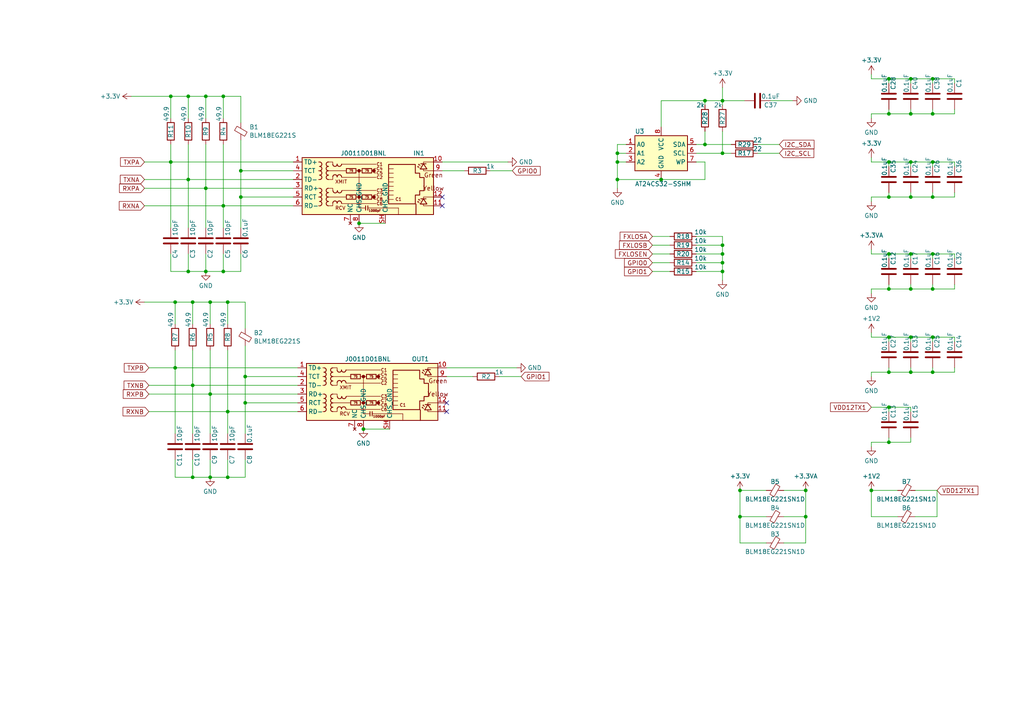
<source format=kicad_sch>
(kicad_sch
	(version 20231120)
	(generator "eeschema")
	(generator_version "8.0")
	(uuid "44502797-95d0-4488-8494-8214d539b93c")
	(paper "A4")
	(title_block
		(title "THCAD reader")
	)
	(lib_symbols
		(symbol "Device:C"
			(pin_numbers hide)
			(pin_names
				(offset 0.254)
			)
			(exclude_from_sim no)
			(in_bom yes)
			(on_board yes)
			(property "Reference" "C"
				(at 0.635 2.54 0)
				(effects
					(font
						(size 1.27 1.27)
					)
					(justify left)
				)
			)
			(property "Value" "C"
				(at 0.635 -2.54 0)
				(effects
					(font
						(size 1.27 1.27)
					)
					(justify left)
				)
			)
			(property "Footprint" ""
				(at 0.9652 -3.81 0)
				(effects
					(font
						(size 1.27 1.27)
					)
					(hide yes)
				)
			)
			(property "Datasheet" "~"
				(at 0 0 0)
				(effects
					(font
						(size 1.27 1.27)
					)
					(hide yes)
				)
			)
			(property "Description" "Unpolarized capacitor"
				(at 0 0 0)
				(effects
					(font
						(size 1.27 1.27)
					)
					(hide yes)
				)
			)
			(property "ki_keywords" "cap capacitor"
				(at 0 0 0)
				(effects
					(font
						(size 1.27 1.27)
					)
					(hide yes)
				)
			)
			(property "ki_fp_filters" "C_*"
				(at 0 0 0)
				(effects
					(font
						(size 1.27 1.27)
					)
					(hide yes)
				)
			)
			(symbol "C_0_1"
				(polyline
					(pts
						(xy -2.032 -0.762) (xy 2.032 -0.762)
					)
					(stroke
						(width 0.508)
						(type default)
					)
					(fill
						(type none)
					)
				)
				(polyline
					(pts
						(xy -2.032 0.762) (xy 2.032 0.762)
					)
					(stroke
						(width 0.508)
						(type default)
					)
					(fill
						(type none)
					)
				)
			)
			(symbol "C_1_1"
				(pin passive line
					(at 0 3.81 270)
					(length 2.794)
					(name "~"
						(effects
							(font
								(size 1.27 1.27)
							)
						)
					)
					(number "1"
						(effects
							(font
								(size 1.27 1.27)
							)
						)
					)
				)
				(pin passive line
					(at 0 -3.81 90)
					(length 2.794)
					(name "~"
						(effects
							(font
								(size 1.27 1.27)
							)
						)
					)
					(number "2"
						(effects
							(font
								(size 1.27 1.27)
							)
						)
					)
				)
			)
		)
		(symbol "Device:FerriteBead_Small"
			(pin_numbers hide)
			(pin_names
				(offset 0)
			)
			(exclude_from_sim no)
			(in_bom yes)
			(on_board yes)
			(property "Reference" "FB"
				(at 1.905 1.27 0)
				(effects
					(font
						(size 1.27 1.27)
					)
					(justify left)
				)
			)
			(property "Value" "FerriteBead_Small"
				(at 1.905 -1.27 0)
				(effects
					(font
						(size 1.27 1.27)
					)
					(justify left)
				)
			)
			(property "Footprint" ""
				(at -1.778 0 90)
				(effects
					(font
						(size 1.27 1.27)
					)
					(hide yes)
				)
			)
			(property "Datasheet" "~"
				(at 0 0 0)
				(effects
					(font
						(size 1.27 1.27)
					)
					(hide yes)
				)
			)
			(property "Description" "Ferrite bead, small symbol"
				(at 0 0 0)
				(effects
					(font
						(size 1.27 1.27)
					)
					(hide yes)
				)
			)
			(property "ki_keywords" "L ferrite bead inductor filter"
				(at 0 0 0)
				(effects
					(font
						(size 1.27 1.27)
					)
					(hide yes)
				)
			)
			(property "ki_fp_filters" "Inductor_* L_* *Ferrite*"
				(at 0 0 0)
				(effects
					(font
						(size 1.27 1.27)
					)
					(hide yes)
				)
			)
			(symbol "FerriteBead_Small_0_1"
				(polyline
					(pts
						(xy 0 -1.27) (xy 0 -0.7874)
					)
					(stroke
						(width 0)
						(type default)
					)
					(fill
						(type none)
					)
				)
				(polyline
					(pts
						(xy 0 0.889) (xy 0 1.2954)
					)
					(stroke
						(width 0)
						(type default)
					)
					(fill
						(type none)
					)
				)
				(polyline
					(pts
						(xy -1.8288 0.2794) (xy -1.1176 1.4986) (xy 1.8288 -0.2032) (xy 1.1176 -1.4224) (xy -1.8288 0.2794)
					)
					(stroke
						(width 0)
						(type default)
					)
					(fill
						(type none)
					)
				)
			)
			(symbol "FerriteBead_Small_1_1"
				(pin passive line
					(at 0 2.54 270)
					(length 1.27)
					(name "~"
						(effects
							(font
								(size 1.27 1.27)
							)
						)
					)
					(number "1"
						(effects
							(font
								(size 1.27 1.27)
							)
						)
					)
				)
				(pin passive line
					(at 0 -2.54 90)
					(length 1.27)
					(name "~"
						(effects
							(font
								(size 1.27 1.27)
							)
						)
					)
					(number "2"
						(effects
							(font
								(size 1.27 1.27)
							)
						)
					)
				)
			)
		)
		(symbol "Device:R"
			(pin_numbers hide)
			(pin_names
				(offset 0)
			)
			(exclude_from_sim no)
			(in_bom yes)
			(on_board yes)
			(property "Reference" "R"
				(at 2.032 0 90)
				(effects
					(font
						(size 1.27 1.27)
					)
				)
			)
			(property "Value" "R"
				(at 0 0 90)
				(effects
					(font
						(size 1.27 1.27)
					)
				)
			)
			(property "Footprint" ""
				(at -1.778 0 90)
				(effects
					(font
						(size 1.27 1.27)
					)
					(hide yes)
				)
			)
			(property "Datasheet" "~"
				(at 0 0 0)
				(effects
					(font
						(size 1.27 1.27)
					)
					(hide yes)
				)
			)
			(property "Description" "Resistor"
				(at 0 0 0)
				(effects
					(font
						(size 1.27 1.27)
					)
					(hide yes)
				)
			)
			(property "ki_keywords" "R res resistor"
				(at 0 0 0)
				(effects
					(font
						(size 1.27 1.27)
					)
					(hide yes)
				)
			)
			(property "ki_fp_filters" "R_*"
				(at 0 0 0)
				(effects
					(font
						(size 1.27 1.27)
					)
					(hide yes)
				)
			)
			(symbol "R_0_1"
				(rectangle
					(start -1.016 -2.54)
					(end 1.016 2.54)
					(stroke
						(width 0.254)
						(type default)
					)
					(fill
						(type none)
					)
				)
			)
			(symbol "R_1_1"
				(pin passive line
					(at 0 3.81 270)
					(length 1.27)
					(name "~"
						(effects
							(font
								(size 1.27 1.27)
							)
						)
					)
					(number "1"
						(effects
							(font
								(size 1.27 1.27)
							)
						)
					)
				)
				(pin passive line
					(at 0 -3.81 90)
					(length 1.27)
					(name "~"
						(effects
							(font
								(size 1.27 1.27)
							)
						)
					)
					(number "2"
						(effects
							(font
								(size 1.27 1.27)
							)
						)
					)
				)
			)
		)
		(symbol "HakansLibrary:J0011D01BNL"
			(exclude_from_sim no)
			(in_bom yes)
			(on_board yes)
			(property "Reference" "J"
				(at 17.78 10.16 0)
				(effects
					(font
						(size 1.27 1.27)
					)
					(justify right)
				)
			)
			(property "Value" "J0011D01BNL"
				(at 0 10.16 0)
				(effects
					(font
						(size 1.27 1.27)
					)
				)
			)
			(property "Footprint" ""
				(at 0 12.7 0)
				(effects
					(font
						(size 1.27 1.27)
					)
					(hide yes)
				)
			)
			(property "Datasheet" ""
				(at 0 16.51 0)
				(effects
					(font
						(size 1.27 1.27)
					)
					(justify top)
					(hide yes)
				)
			)
			(property "Description" "LAN Transformer Jack, RJ45, 10/100 BaseT"
				(at 0 0 0)
				(effects
					(font
						(size 1.27 1.27)
					)
					(hide yes)
				)
			)
			(property "ki_keywords" "lan jack socket transformer"
				(at 0 0 0)
				(effects
					(font
						(size 1.27 1.27)
					)
					(hide yes)
				)
			)
			(property "ki_fp_filters" "RJ45*Wuerth*7499010121A*"
				(at 0 0 0)
				(effects
					(font
						(size 1.27 1.27)
					)
					(hide yes)
				)
			)
			(symbol "J0011D01BNL_0_0"
				(circle
					(center -1.27 -2.54)
					(radius 0.0001)
					(stroke
						(width 0.508)
						(type default)
					)
					(fill
						(type none)
					)
				)
				(circle
					(center -1.27 5.08)
					(radius 0.0001)
					(stroke
						(width 0.508)
						(type default)
					)
					(fill
						(type none)
					)
				)
				(polyline
					(pts
						(xy -1.27 5.08) (xy -1.27 -5.715)
					)
					(stroke
						(width 0)
						(type default)
					)
					(fill
						(type none)
					)
				)
				(polyline
					(pts
						(xy 0.635 -5.08) (xy 0.635 -6.35)
					)
					(stroke
						(width 0.254)
						(type default)
					)
					(fill
						(type none)
					)
				)
				(polyline
					(pts
						(xy 1.27 -5.08) (xy 1.27 -6.35)
					)
					(stroke
						(width 0.254)
						(type default)
					)
					(fill
						(type none)
					)
				)
				(polyline
					(pts
						(xy 3.048 -2.54) (xy 2.54 -2.54)
					)
					(stroke
						(width 0)
						(type default)
					)
					(fill
						(type none)
					)
				)
				(polyline
					(pts
						(xy 3.048 5.08) (xy 2.54 5.08)
					)
					(stroke
						(width 0)
						(type default)
					)
					(fill
						(type none)
					)
				)
				(polyline
					(pts
						(xy 17.399 -3.175) (xy 17.399 -2.54) (xy 20.32 -2.54)
					)
					(stroke
						(width 0)
						(type default)
					)
					(fill
						(type none)
					)
				)
				(polyline
					(pts
						(xy 17.399 6.985) (xy 17.399 7.62) (xy 20.32 7.62)
					)
					(stroke
						(width 0)
						(type default)
					)
					(fill
						(type none)
					)
				)
				(polyline
					(pts
						(xy 20.32 -5.08) (xy 17.399 -5.08) (xy 17.399 -4.572)
					)
					(stroke
						(width 0)
						(type default)
					)
					(fill
						(type none)
					)
				)
				(polyline
					(pts
						(xy 20.32 5.08) (xy 17.399 5.08) (xy 17.399 5.588)
					)
					(stroke
						(width 0)
						(type default)
					)
					(fill
						(type none)
					)
				)
				(polyline
					(pts
						(xy 3.683 -1.905) (xy 3.048 -1.905) (xy 3.048 -3.175) (xy 3.683 -3.175)
					)
					(stroke
						(width 0)
						(type default)
					)
					(fill
						(type none)
					)
				)
				(polyline
					(pts
						(xy 3.683 5.715) (xy 3.048 5.715) (xy 3.048 4.445) (xy 3.683 4.445)
					)
					(stroke
						(width 0)
						(type default)
					)
					(fill
						(type none)
					)
				)
				(circle
					(center 3.048 -2.54)
					(radius 0.0001)
					(stroke
						(width 0.508)
						(type default)
					)
					(fill
						(type none)
					)
				)
				(circle
					(center 3.048 5.08)
					(radius 0.0001)
					(stroke
						(width 0.508)
						(type default)
					)
					(fill
						(type none)
					)
				)
				(text "C1"
					(at 4.699 6.985 0)
					(effects
						(font
							(size 0.889 0.889)
						)
					)
				)
				(text "C1"
					(at 10.16 -3.175 0)
					(effects
						(font
							(size 0.889 0.889)
						)
					)
				)
				(text "C2"
					(at 4.699 3.175 0)
					(effects
						(font
							(size 0.889 0.889)
						)
					)
				)
				(text "C3"
					(at 4.699 -0.635 0)
					(effects
						(font
							(size 0.889 0.889)
						)
					)
				)
				(text "C4"
					(at 4.699 5.715 0)
					(effects
						(font
							(size 0.889 0.889)
						)
					)
				)
				(text "C5"
					(at 4.699 4.445 0)
					(effects
						(font
							(size 0.889 0.889)
						)
					)
				)
				(text "C6"
					(at 4.699 -4.445 0)
					(effects
						(font
							(size 0.889 0.889)
						)
					)
				)
				(text "C7"
					(at 4.699 -1.905 0)
					(effects
						(font
							(size 0.889 0.889)
						)
					)
				)
				(text "C8"
					(at 4.699 -3.175 0)
					(effects
						(font
							(size 0.889 0.889)
						)
					)
				)
				(text "RCV"
					(at -8.255 -5.715 0)
					(effects
						(font
							(size 1.016 1.016)
						)
						(justify left)
					)
				)
				(text "XMIT"
					(at -8.255 1.905 0)
					(effects
						(font
							(size 1.016 1.016)
						)
						(justify left)
					)
				)
			)
			(symbol "J0011D01BNL_0_1"
				(rectangle
					(start -17.78 8.89)
					(end 20.32 -7.62)
					(stroke
						(width 0.254)
						(type default)
					)
					(fill
						(type background)
					)
				)
				(polyline
					(pts
						(xy -12.7 -5.08) (xy -13.081 -5.08)
					)
					(stroke
						(width 0)
						(type default)
					)
					(fill
						(type none)
					)
				)
				(polyline
					(pts
						(xy -12.7 -2.54) (xy -13.081 -2.54)
					)
					(stroke
						(width 0)
						(type default)
					)
					(fill
						(type none)
					)
				)
				(polyline
					(pts
						(xy -12.7 0) (xy -13.081 0)
					)
					(stroke
						(width 0)
						(type default)
					)
					(fill
						(type none)
					)
				)
				(polyline
					(pts
						(xy -12.7 2.54) (xy -13.081 2.54)
					)
					(stroke
						(width 0)
						(type default)
					)
					(fill
						(type none)
					)
				)
				(polyline
					(pts
						(xy -12.7 5.08) (xy -13.081 5.08)
					)
					(stroke
						(width 0)
						(type default)
					)
					(fill
						(type none)
					)
				)
				(polyline
					(pts
						(xy -12.7 7.62) (xy -13.081 7.62)
					)
					(stroke
						(width 0)
						(type default)
					)
					(fill
						(type none)
					)
				)
				(polyline
					(pts
						(xy -6.35 -4.445) (xy 3.683 -4.445)
					)
					(stroke
						(width 0)
						(type default)
					)
					(fill
						(type none)
					)
				)
				(polyline
					(pts
						(xy -6.35 3.175) (xy 3.683 3.175)
					)
					(stroke
						(width 0)
						(type default)
					)
					(fill
						(type none)
					)
				)
				(polyline
					(pts
						(xy -6.35 6.985) (xy 3.683 6.985)
					)
					(stroke
						(width 0)
						(type default)
					)
					(fill
						(type none)
					)
				)
				(polyline
					(pts
						(xy -6.223 -0.635) (xy 3.683 -0.635)
					)
					(stroke
						(width 0)
						(type default)
					)
					(fill
						(type none)
					)
				)
				(polyline
					(pts
						(xy -5.08 -2.54) (xy -10.16 -2.54)
					)
					(stroke
						(width 0)
						(type default)
					)
					(fill
						(type none)
					)
				)
				(polyline
					(pts
						(xy -4.953 5.08) (xy -10.16 5.08)
					)
					(stroke
						(width 0)
						(type default)
					)
					(fill
						(type none)
					)
				)
				(polyline
					(pts
						(xy -2.159 -2.54) (xy -0.381 -2.54)
					)
					(stroke
						(width 0)
						(type default)
					)
					(fill
						(type none)
					)
				)
				(polyline
					(pts
						(xy -2.159 5.08) (xy -0.381 5.08)
					)
					(stroke
						(width 0)
						(type default)
					)
					(fill
						(type none)
					)
				)
				(polyline
					(pts
						(xy 0.635 -5.715) (xy -1.27 -5.715)
					)
					(stroke
						(width 0)
						(type default)
					)
					(fill
						(type none)
					)
				)
				(polyline
					(pts
						(xy 7.4295 -1.9685) (xy 8.6995 -1.9685)
					)
					(stroke
						(width 0)
						(type default)
					)
					(fill
						(type none)
					)
				)
				(polyline
					(pts
						(xy 7.4295 -0.6985) (xy 8.6995 -0.6985)
					)
					(stroke
						(width 0)
						(type default)
					)
					(fill
						(type none)
					)
				)
				(polyline
					(pts
						(xy 7.4295 0.5715) (xy 8.6995 0.5715)
					)
					(stroke
						(width 0)
						(type default)
					)
					(fill
						(type none)
					)
				)
				(polyline
					(pts
						(xy 7.4295 1.8415) (xy 8.6995 1.8415)
					)
					(stroke
						(width 0)
						(type default)
					)
					(fill
						(type none)
					)
				)
				(polyline
					(pts
						(xy 7.4295 3.1115) (xy 8.6995 3.1115)
					)
					(stroke
						(width 0)
						(type default)
					)
					(fill
						(type none)
					)
				)
				(polyline
					(pts
						(xy 8.6995 -3.2385) (xy 7.4295 -3.2385)
					)
					(stroke
						(width 0)
						(type default)
					)
					(fill
						(type none)
					)
				)
				(polyline
					(pts
						(xy 8.6995 4.3815) (xy 7.4295 4.3815)
					)
					(stroke
						(width 0)
						(type default)
					)
					(fill
						(type none)
					)
				)
				(polyline
					(pts
						(xy 8.6995 5.6515) (xy 7.4295 5.6515)
					)
					(stroke
						(width 0)
						(type default)
					)
					(fill
						(type none)
					)
				)
				(polyline
					(pts
						(xy 10.16 -5.715) (xy 1.27 -5.715)
					)
					(stroke
						(width 0)
						(type default)
					)
					(fill
						(type none)
					)
				)
				(polyline
					(pts
						(xy 10.16 -5.715) (xy 10.16 -7.62)
					)
					(stroke
						(width 0)
						(type default)
					)
					(fill
						(type none)
					)
				)
				(polyline
					(pts
						(xy -10.16 0) (xy -8.89 0) (xy -8.89 -0.635)
					)
					(stroke
						(width 0)
						(type default)
					)
					(fill
						(type none)
					)
				)
				(polyline
					(pts
						(xy -10.16 7.62) (xy -8.89 7.62) (xy -8.89 6.985)
					)
					(stroke
						(width 0)
						(type default)
					)
					(fill
						(type none)
					)
				)
				(polyline
					(pts
						(xy -8.89 -4.445) (xy -8.89 -5.08) (xy -10.16 -5.08)
					)
					(stroke
						(width 0)
						(type default)
					)
					(fill
						(type none)
					)
				)
				(polyline
					(pts
						(xy -8.89 3.175) (xy -8.89 2.54) (xy -10.16 2.54)
					)
					(stroke
						(width 0)
						(type default)
					)
					(fill
						(type none)
					)
				)
			)
			(symbol "J0011D01BNL_1_0"
				(text "1000pF"
					(at 3.302 -6.477 0)
					(effects
						(font
							(size 0.635 0.635)
						)
					)
				)
			)
			(symbol "J0011D01BNL_1_1"
				(arc
					(start -12.7 -1.27)
					(mid -12.0677 -0.635)
					(end -12.7 0)
					(stroke
						(width 0.254)
						(type default)
					)
					(fill
						(type none)
					)
				)
				(arc
					(start -12.6973 -5.08)
					(mid -12.065 -4.445)
					(end -12.6973 -3.81)
					(stroke
						(width 0.254)
						(type default)
					)
					(fill
						(type none)
					)
				)
				(arc
					(start -12.6973 -3.81)
					(mid -12.065 -3.175)
					(end -12.6973 -2.54)
					(stroke
						(width 0.254)
						(type default)
					)
					(fill
						(type none)
					)
				)
				(arc
					(start -12.6973 -2.54)
					(mid -12.065 -1.905)
					(end -12.6973 -1.27)
					(stroke
						(width 0.254)
						(type default)
					)
					(fill
						(type none)
					)
				)
				(arc
					(start -12.6973 6.35)
					(mid -12.065 6.985)
					(end -12.6973 7.62)
					(stroke
						(width 0.254)
						(type default)
					)
					(fill
						(type none)
					)
				)
				(arc
					(start -12.6946 2.54)
					(mid -12.0623 3.175)
					(end -12.6946 3.81)
					(stroke
						(width 0.254)
						(type default)
					)
					(fill
						(type none)
					)
				)
				(arc
					(start -12.6946 3.81)
					(mid -12.0623 4.445)
					(end -12.6946 5.08)
					(stroke
						(width 0.254)
						(type default)
					)
					(fill
						(type none)
					)
				)
				(arc
					(start -12.6946 5.08)
					(mid -12.0623 5.715)
					(end -12.6946 6.35)
					(stroke
						(width 0.254)
						(type default)
					)
					(fill
						(type none)
					)
				)
				(arc
					(start -10.1654 -2.54)
					(mid -10.7977 -3.175)
					(end -10.1654 -3.81)
					(stroke
						(width 0.254)
						(type default)
					)
					(fill
						(type none)
					)
				)
				(arc
					(start -10.1654 -1.27)
					(mid -10.7977 -1.905)
					(end -10.1654 -2.54)
					(stroke
						(width 0.254)
						(type default)
					)
					(fill
						(type none)
					)
				)
				(arc
					(start -10.1654 0)
					(mid -10.7977 -0.635)
					(end -10.1654 -1.27)
					(stroke
						(width 0.254)
						(type default)
					)
					(fill
						(type none)
					)
				)
				(arc
					(start -10.1654 5.08)
					(mid -10.7977 4.445)
					(end -10.1654 3.81)
					(stroke
						(width 0.254)
						(type default)
					)
					(fill
						(type none)
					)
				)
				(arc
					(start -10.1654 6.35)
					(mid -10.7977 5.715)
					(end -10.1654 5.08)
					(stroke
						(width 0.254)
						(type default)
					)
					(fill
						(type none)
					)
				)
				(arc
					(start -10.1654 7.62)
					(mid -10.7977 6.985)
					(end -10.1654 6.35)
					(stroke
						(width 0.254)
						(type default)
					)
					(fill
						(type none)
					)
				)
				(arc
					(start -10.1627 -3.81)
					(mid -10.795 -4.445)
					(end -10.1627 -5.08)
					(stroke
						(width 0.254)
						(type default)
					)
					(fill
						(type none)
					)
				)
				(arc
					(start -10.1627 3.81)
					(mid -10.795 3.175)
					(end -10.1627 2.54)
					(stroke
						(width 0.254)
						(type default)
					)
					(fill
						(type none)
					)
				)
				(arc
					(start -8.89 6.9823)
					(mid -8.255 6.35)
					(end -7.62 6.9823)
					(stroke
						(width 0.254)
						(type default)
					)
					(fill
						(type none)
					)
				)
				(arc
					(start -8.8265 -0.7012)
					(mid -8.1915 -1.3335)
					(end -7.5565 -0.7012)
					(stroke
						(width 0.254)
						(type default)
					)
					(fill
						(type none)
					)
				)
				(arc
					(start -7.62 -4.3153)
					(mid -8.255 -3.683)
					(end -8.89 -4.3153)
					(stroke
						(width 0.254)
						(type default)
					)
					(fill
						(type none)
					)
				)
				(arc
					(start -7.62 3.3047)
					(mid -8.255 3.937)
					(end -8.89 3.3047)
					(stroke
						(width 0.254)
						(type default)
					)
					(fill
						(type none)
					)
				)
				(arc
					(start -7.62 6.985)
					(mid -6.985 6.3527)
					(end -6.35 6.985)
					(stroke
						(width 0.254)
						(type default)
					)
					(fill
						(type none)
					)
				)
				(arc
					(start -7.5565 -0.6985)
					(mid -6.9215 -1.3308)
					(end -6.2865 -0.6985)
					(stroke
						(width 0.254)
						(type default)
					)
					(fill
						(type none)
					)
				)
				(arc
					(start -6.35 -4.3126)
					(mid -6.985 -3.6803)
					(end -7.62 -4.3126)
					(stroke
						(width 0.254)
						(type default)
					)
					(fill
						(type none)
					)
				)
				(arc
					(start -6.35 3.3074)
					(mid -6.985 3.9397)
					(end -7.62 3.3074)
					(stroke
						(width 0.254)
						(type default)
					)
					(fill
						(type none)
					)
				)
				(rectangle
					(start -4.953 -1.905)
					(end -2.159 -3.175)
					(stroke
						(width 0.254)
						(type default)
					)
					(fill
						(type none)
					)
				)
				(rectangle
					(start -4.953 5.715)
					(end -2.159 4.445)
					(stroke
						(width 0.254)
						(type default)
					)
					(fill
						(type none)
					)
				)
				(rectangle
					(start -0.381 -1.905)
					(end 2.413 -3.175)
					(stroke
						(width 0.254)
						(type default)
					)
					(fill
						(type none)
					)
				)
				(rectangle
					(start -0.381 5.715)
					(end 2.413 4.445)
					(stroke
						(width 0.254)
						(type default)
					)
					(fill
						(type none)
					)
				)
				(polyline
					(pts
						(xy 15.24 -7.62) (xy 15.24 -4.572)
					)
					(stroke
						(width 0.254)
						(type default)
					)
					(fill
						(type none)
					)
				)
				(polyline
					(pts
						(xy 15.748 -3.81) (xy 15.748 -4.064)
					)
					(stroke
						(width 0)
						(type default)
					)
					(fill
						(type none)
					)
				)
				(polyline
					(pts
						(xy 15.748 6.35) (xy 15.748 6.096)
					)
					(stroke
						(width 0)
						(type default)
					)
					(fill
						(type none)
					)
				)
				(polyline
					(pts
						(xy 16.002 -3.175) (xy 16.002 -3.429)
					)
					(stroke
						(width 0)
						(type default)
					)
					(fill
						(type none)
					)
				)
				(polyline
					(pts
						(xy 16.002 6.985) (xy 16.002 6.731)
					)
					(stroke
						(width 0)
						(type default)
					)
					(fill
						(type none)
					)
				)
				(polyline
					(pts
						(xy 16.637 -3.048) (xy 18.161 -3.048)
					)
					(stroke
						(width 0.254)
						(type default)
					)
					(fill
						(type none)
					)
				)
				(polyline
					(pts
						(xy 16.637 7.112) (xy 18.161 7.112)
					)
					(stroke
						(width 0.254)
						(type default)
					)
					(fill
						(type none)
					)
				)
				(polyline
					(pts
						(xy 16.256 -4.318) (xy 15.748 -3.81) (xy 16.002 -3.81)
					)
					(stroke
						(width 0)
						(type default)
					)
					(fill
						(type none)
					)
				)
				(polyline
					(pts
						(xy 16.256 5.842) (xy 15.748 6.35) (xy 16.002 6.35)
					)
					(stroke
						(width 0)
						(type default)
					)
					(fill
						(type none)
					)
				)
				(polyline
					(pts
						(xy 16.51 -3.683) (xy 16.002 -3.175) (xy 16.256 -3.175)
					)
					(stroke
						(width 0)
						(type default)
					)
					(fill
						(type none)
					)
				)
				(polyline
					(pts
						(xy 16.51 6.477) (xy 16.002 6.985) (xy 16.256 6.985)
					)
					(stroke
						(width 0)
						(type default)
					)
					(fill
						(type none)
					)
				)
				(polyline
					(pts
						(xy 16.51 -4.572) (xy 18.415 -4.572) (xy 17.399 -3.048) (xy 16.51 -4.572)
					)
					(stroke
						(width 0.254)
						(type default)
					)
					(fill
						(type none)
					)
				)
				(polyline
					(pts
						(xy 16.51 5.588) (xy 18.415 5.588) (xy 17.399 7.112) (xy 16.51 5.588)
					)
					(stroke
						(width 0.254)
						(type default)
					)
					(fill
						(type none)
					)
				)
				(polyline
					(pts
						(xy 7.3025 -4.5085) (xy 7.3025 6.9215) (xy 15.0495 6.9215) (xy 15.0495 4.3815) (xy 16.3195 4.3815)
						(xy 16.3195 3.1115) (xy 17.5895 3.1115) (xy 17.5895 -0.6985) (xy 16.3195 -0.6985) (xy 16.3195 -1.9685)
						(xy 15.0495 -1.9685) (xy 15.0495 -4.5085) (xy 7.3025 -4.5085)
					)
					(stroke
						(width 0.254)
						(type default)
					)
					(fill
						(type none)
					)
				)
				(text "75"
					(at -3.556 -2.54 0)
					(effects
						(font
							(size 0.635 0.635)
						)
					)
				)
				(text "75"
					(at -3.556 5.08 0)
					(effects
						(font
							(size 0.635 0.635)
						)
					)
				)
				(text "75"
					(at 1.016 -2.54 0)
					(effects
						(font
							(size 0.635 0.635)
						)
					)
				)
				(text "75"
					(at 1.016 5.08 0)
					(effects
						(font
							(size 0.635 0.635)
						)
					)
				)
				(text "Green"
					(at 20.32 3.81 0)
					(effects
						(font
							(size 1.27 1.27)
						)
					)
				)
				(text "Yellow"
					(at 20.32 0 0)
					(effects
						(font
							(size 1.27 1.27)
						)
					)
				)
				(pin passive line
					(at -20.32 7.62 0)
					(length 2.54)
					(name "TD+"
						(effects
							(font
								(size 1.27 1.27)
							)
						)
					)
					(number "1"
						(effects
							(font
								(size 1.27 1.27)
							)
						)
					)
				)
				(pin passive line
					(at 22.86 7.62 180)
					(length 2.54)
					(name ""
						(effects
							(font
								(size 1.27 1.27)
							)
						)
					)
					(number "10"
						(effects
							(font
								(size 1.27 1.27)
							)
						)
					)
				)
				(pin passive line
					(at 22.86 -5.08 180)
					(length 2.54)
					(name ""
						(effects
							(font
								(size 1.27 1.27)
							)
						)
					)
					(number "11"
						(effects
							(font
								(size 1.27 1.27)
							)
						)
					)
				)
				(pin passive line
					(at 22.86 -2.54 180)
					(length 2.54)
					(name ""
						(effects
							(font
								(size 1.27 1.27)
							)
						)
					)
					(number "12"
						(effects
							(font
								(size 1.27 1.27)
							)
						)
					)
				)
				(pin passive line
					(at -20.32 2.54 0)
					(length 2.54)
					(name "TD-"
						(effects
							(font
								(size 1.27 1.27)
							)
						)
					)
					(number "2"
						(effects
							(font
								(size 1.27 1.27)
							)
						)
					)
				)
				(pin passive line
					(at -20.32 0 0)
					(length 2.54)
					(name "RD+"
						(effects
							(font
								(size 1.27 1.27)
							)
						)
					)
					(number "3"
						(effects
							(font
								(size 1.27 1.27)
							)
						)
					)
				)
				(pin passive line
					(at -20.32 5.08 0)
					(length 2.54)
					(name "TCT"
						(effects
							(font
								(size 1.27 1.27)
							)
						)
					)
					(number "4"
						(effects
							(font
								(size 1.27 1.27)
							)
						)
					)
				)
				(pin passive line
					(at -20.32 -2.54 0)
					(length 2.54)
					(name "RCT"
						(effects
							(font
								(size 1.27 1.27)
							)
						)
					)
					(number "5"
						(effects
							(font
								(size 1.27 1.27)
							)
						)
					)
				)
				(pin passive line
					(at -20.32 -5.08 0)
					(length 2.54)
					(name "RD-"
						(effects
							(font
								(size 1.27 1.27)
							)
						)
					)
					(number "6"
						(effects
							(font
								(size 1.27 1.27)
							)
						)
					)
				)
				(pin no_connect line
					(at -3.81 -10.16 90)
					(length 2.54)
					(name "NC"
						(effects
							(font
								(size 1.27 1.27)
							)
						)
					)
					(number "7"
						(effects
							(font
								(size 1.27 1.27)
							)
						)
					)
				)
				(pin no_connect line
					(at 20.32 0 0)
					(length 0) hide
					(name "NC"
						(effects
							(font
								(size 1.27 1.27)
							)
						)
					)
					(number "7"
						(effects
							(font
								(size 1.27 1.27)
							)
						)
					)
				)
				(pin power_in line
					(at -1.27 -10.16 90)
					(length 2.54)
					(name "CHS_GND"
						(effects
							(font
								(size 1.27 1.27)
							)
						)
					)
					(number "8"
						(effects
							(font
								(size 1.27 1.27)
							)
						)
					)
				)
				(pin passive line
					(at 22.86 5.08 180)
					(length 2.54)
					(name ""
						(effects
							(font
								(size 1.27 1.27)
							)
						)
					)
					(number "9"
						(effects
							(font
								(size 1.27 1.27)
							)
						)
					)
				)
				(pin power_in line
					(at 6.35 -10.16 90)
					(length 2.54)
					(name "CHS_GND"
						(effects
							(font
								(size 1.27 1.27)
							)
						)
					)
					(number "SH"
						(effects
							(font
								(size 1.27 1.27)
							)
						)
					)
				)
			)
		)
		(symbol "Memory_EEPROM:AT24CS32-SSHM"
			(exclude_from_sim no)
			(in_bom yes)
			(on_board yes)
			(property "Reference" "U"
				(at -7.62 6.35 0)
				(effects
					(font
						(size 1.27 1.27)
					)
				)
			)
			(property "Value" "AT24CS32-SSHM"
				(at 2.54 -6.35 0)
				(effects
					(font
						(size 1.27 1.27)
					)
					(justify left)
				)
			)
			(property "Footprint" "Package_SO:SOIC-8_3.9x4.9mm_P1.27mm"
				(at 0 0 0)
				(effects
					(font
						(size 1.27 1.27)
					)
					(hide yes)
				)
			)
			(property "Datasheet" "http://ww1.microchip.com/downloads/en/DeviceDoc/Atmel-8869-SEEPROM-AT24CS32-Datasheet.pdf"
				(at 0 0 0)
				(effects
					(font
						(size 1.27 1.27)
					)
					(hide yes)
				)
			)
			(property "Description" "I2C Serial EEPROM, 32Kb (4096x8) with Unique Serial Number, SO8"
				(at 0 0 0)
				(effects
					(font
						(size 1.27 1.27)
					)
					(hide yes)
				)
			)
			(property "ki_keywords" "I2C Serial EEPROM Nonvolatile Memory"
				(at 0 0 0)
				(effects
					(font
						(size 1.27 1.27)
					)
					(hide yes)
				)
			)
			(property "ki_fp_filters" "SOIC*3.9x4.9mm*P1.27mm*"
				(at 0 0 0)
				(effects
					(font
						(size 1.27 1.27)
					)
					(hide yes)
				)
			)
			(symbol "AT24CS32-SSHM_1_1"
				(rectangle
					(start -7.62 5.08)
					(end 7.62 -5.08)
					(stroke
						(width 0.254)
						(type default)
					)
					(fill
						(type background)
					)
				)
				(pin input line
					(at -10.16 2.54 0)
					(length 2.54)
					(name "A0"
						(effects
							(font
								(size 1.27 1.27)
							)
						)
					)
					(number "1"
						(effects
							(font
								(size 1.27 1.27)
							)
						)
					)
				)
				(pin input line
					(at -10.16 0 0)
					(length 2.54)
					(name "A1"
						(effects
							(font
								(size 1.27 1.27)
							)
						)
					)
					(number "2"
						(effects
							(font
								(size 1.27 1.27)
							)
						)
					)
				)
				(pin input line
					(at -10.16 -2.54 0)
					(length 2.54)
					(name "A2"
						(effects
							(font
								(size 1.27 1.27)
							)
						)
					)
					(number "3"
						(effects
							(font
								(size 1.27 1.27)
							)
						)
					)
				)
				(pin power_in line
					(at 0 -7.62 90)
					(length 2.54)
					(name "GND"
						(effects
							(font
								(size 1.27 1.27)
							)
						)
					)
					(number "4"
						(effects
							(font
								(size 1.27 1.27)
							)
						)
					)
				)
				(pin bidirectional line
					(at 10.16 2.54 180)
					(length 2.54)
					(name "SDA"
						(effects
							(font
								(size 1.27 1.27)
							)
						)
					)
					(number "5"
						(effects
							(font
								(size 1.27 1.27)
							)
						)
					)
				)
				(pin input line
					(at 10.16 0 180)
					(length 2.54)
					(name "SCL"
						(effects
							(font
								(size 1.27 1.27)
							)
						)
					)
					(number "6"
						(effects
							(font
								(size 1.27 1.27)
							)
						)
					)
				)
				(pin input line
					(at 10.16 -2.54 180)
					(length 2.54)
					(name "WP"
						(effects
							(font
								(size 1.27 1.27)
							)
						)
					)
					(number "7"
						(effects
							(font
								(size 1.27 1.27)
							)
						)
					)
				)
				(pin power_in line
					(at 0 7.62 270)
					(length 2.54)
					(name "VCC"
						(effects
							(font
								(size 1.27 1.27)
							)
						)
					)
					(number "8"
						(effects
							(font
								(size 1.27 1.27)
							)
						)
					)
				)
			)
		)
		(symbol "power:+1V2"
			(power)
			(pin_names
				(offset 0)
			)
			(exclude_from_sim no)
			(in_bom yes)
			(on_board yes)
			(property "Reference" "#PWR"
				(at 0 -3.81 0)
				(effects
					(font
						(size 1.27 1.27)
					)
					(hide yes)
				)
			)
			(property "Value" "+1V2"
				(at 0 3.556 0)
				(effects
					(font
						(size 1.27 1.27)
					)
				)
			)
			(property "Footprint" ""
				(at 0 0 0)
				(effects
					(font
						(size 1.27 1.27)
					)
					(hide yes)
				)
			)
			(property "Datasheet" ""
				(at 0 0 0)
				(effects
					(font
						(size 1.27 1.27)
					)
					(hide yes)
				)
			)
			(property "Description" "Power symbol creates a global label with name \"+1V2\""
				(at 0 0 0)
				(effects
					(font
						(size 1.27 1.27)
					)
					(hide yes)
				)
			)
			(property "ki_keywords" "global power"
				(at 0 0 0)
				(effects
					(font
						(size 1.27 1.27)
					)
					(hide yes)
				)
			)
			(symbol "+1V2_0_1"
				(polyline
					(pts
						(xy -0.762 1.27) (xy 0 2.54)
					)
					(stroke
						(width 0)
						(type default)
					)
					(fill
						(type none)
					)
				)
				(polyline
					(pts
						(xy 0 0) (xy 0 2.54)
					)
					(stroke
						(width 0)
						(type default)
					)
					(fill
						(type none)
					)
				)
				(polyline
					(pts
						(xy 0 2.54) (xy 0.762 1.27)
					)
					(stroke
						(width 0)
						(type default)
					)
					(fill
						(type none)
					)
				)
			)
			(symbol "+1V2_1_1"
				(pin power_in line
					(at 0 0 90)
					(length 0) hide
					(name "+1V2"
						(effects
							(font
								(size 1.27 1.27)
							)
						)
					)
					(number "1"
						(effects
							(font
								(size 1.27 1.27)
							)
						)
					)
				)
			)
		)
		(symbol "power:+3.3V"
			(power)
			(pin_names
				(offset 0)
			)
			(exclude_from_sim no)
			(in_bom yes)
			(on_board yes)
			(property "Reference" "#PWR"
				(at 0 -3.81 0)
				(effects
					(font
						(size 1.27 1.27)
					)
					(hide yes)
				)
			)
			(property "Value" "+3.3V"
				(at 0 3.556 0)
				(effects
					(font
						(size 1.27 1.27)
					)
				)
			)
			(property "Footprint" ""
				(at 0 0 0)
				(effects
					(font
						(size 1.27 1.27)
					)
					(hide yes)
				)
			)
			(property "Datasheet" ""
				(at 0 0 0)
				(effects
					(font
						(size 1.27 1.27)
					)
					(hide yes)
				)
			)
			(property "Description" "Power symbol creates a global label with name \"+3.3V\""
				(at 0 0 0)
				(effects
					(font
						(size 1.27 1.27)
					)
					(hide yes)
				)
			)
			(property "ki_keywords" "global power"
				(at 0 0 0)
				(effects
					(font
						(size 1.27 1.27)
					)
					(hide yes)
				)
			)
			(symbol "+3.3V_0_1"
				(polyline
					(pts
						(xy -0.762 1.27) (xy 0 2.54)
					)
					(stroke
						(width 0)
						(type default)
					)
					(fill
						(type none)
					)
				)
				(polyline
					(pts
						(xy 0 0) (xy 0 2.54)
					)
					(stroke
						(width 0)
						(type default)
					)
					(fill
						(type none)
					)
				)
				(polyline
					(pts
						(xy 0 2.54) (xy 0.762 1.27)
					)
					(stroke
						(width 0)
						(type default)
					)
					(fill
						(type none)
					)
				)
			)
			(symbol "+3.3V_1_1"
				(pin power_in line
					(at 0 0 90)
					(length 0) hide
					(name "+3.3V"
						(effects
							(font
								(size 1.27 1.27)
							)
						)
					)
					(number "1"
						(effects
							(font
								(size 1.27 1.27)
							)
						)
					)
				)
			)
		)
		(symbol "power:+3.3VA"
			(power)
			(pin_names
				(offset 0)
			)
			(exclude_from_sim no)
			(in_bom yes)
			(on_board yes)
			(property "Reference" "#PWR"
				(at 0 -3.81 0)
				(effects
					(font
						(size 1.27 1.27)
					)
					(hide yes)
				)
			)
			(property "Value" "+3.3VA"
				(at 0 3.556 0)
				(effects
					(font
						(size 1.27 1.27)
					)
				)
			)
			(property "Footprint" ""
				(at 0 0 0)
				(effects
					(font
						(size 1.27 1.27)
					)
					(hide yes)
				)
			)
			(property "Datasheet" ""
				(at 0 0 0)
				(effects
					(font
						(size 1.27 1.27)
					)
					(hide yes)
				)
			)
			(property "Description" "Power symbol creates a global label with name \"+3.3VA\""
				(at 0 0 0)
				(effects
					(font
						(size 1.27 1.27)
					)
					(hide yes)
				)
			)
			(property "ki_keywords" "global power"
				(at 0 0 0)
				(effects
					(font
						(size 1.27 1.27)
					)
					(hide yes)
				)
			)
			(symbol "+3.3VA_0_1"
				(polyline
					(pts
						(xy -0.762 1.27) (xy 0 2.54)
					)
					(stroke
						(width 0)
						(type default)
					)
					(fill
						(type none)
					)
				)
				(polyline
					(pts
						(xy 0 0) (xy 0 2.54)
					)
					(stroke
						(width 0)
						(type default)
					)
					(fill
						(type none)
					)
				)
				(polyline
					(pts
						(xy 0 2.54) (xy 0.762 1.27)
					)
					(stroke
						(width 0)
						(type default)
					)
					(fill
						(type none)
					)
				)
			)
			(symbol "+3.3VA_1_1"
				(pin power_in line
					(at 0 0 90)
					(length 0) hide
					(name "+3.3VA"
						(effects
							(font
								(size 1.27 1.27)
							)
						)
					)
					(number "1"
						(effects
							(font
								(size 1.27 1.27)
							)
						)
					)
				)
			)
		)
		(symbol "power:GND"
			(power)
			(pin_names
				(offset 0)
			)
			(exclude_from_sim no)
			(in_bom yes)
			(on_board yes)
			(property "Reference" "#PWR"
				(at 0 -6.35 0)
				(effects
					(font
						(size 1.27 1.27)
					)
					(hide yes)
				)
			)
			(property "Value" "GND"
				(at 0 -3.81 0)
				(effects
					(font
						(size 1.27 1.27)
					)
				)
			)
			(property "Footprint" ""
				(at 0 0 0)
				(effects
					(font
						(size 1.27 1.27)
					)
					(hide yes)
				)
			)
			(property "Datasheet" ""
				(at 0 0 0)
				(effects
					(font
						(size 1.27 1.27)
					)
					(hide yes)
				)
			)
			(property "Description" "Power symbol creates a global label with name \"GND\" , ground"
				(at 0 0 0)
				(effects
					(font
						(size 1.27 1.27)
					)
					(hide yes)
				)
			)
			(property "ki_keywords" "global power"
				(at 0 0 0)
				(effects
					(font
						(size 1.27 1.27)
					)
					(hide yes)
				)
			)
			(symbol "GND_0_1"
				(polyline
					(pts
						(xy 0 0) (xy 0 -1.27) (xy 1.27 -1.27) (xy 0 -2.54) (xy -1.27 -1.27) (xy 0 -1.27)
					)
					(stroke
						(width 0)
						(type default)
					)
					(fill
						(type none)
					)
				)
			)
			(symbol "GND_1_1"
				(pin power_in line
					(at 0 0 270)
					(length 0) hide
					(name "GND"
						(effects
							(font
								(size 1.27 1.27)
							)
						)
					)
					(number "1"
						(effects
							(font
								(size 1.27 1.27)
							)
						)
					)
				)
			)
		)
	)
	(junction
		(at 179.07 52.07)
		(diameter 0)
		(color 0 0 0 0)
		(uuid "02359a45-d280-4278-b595-8150e4614b76")
	)
	(junction
		(at 71.12 109.22)
		(diameter 0)
		(color 0 0 0 0)
		(uuid "04ad02f9-ee5d-4d83-be42-5e1d2554aa33")
	)
	(junction
		(at 270.51 83.82)
		(diameter 0)
		(color 0 0 0 0)
		(uuid "082608ac-3dcb-4191-b69d-792374d838e8")
	)
	(junction
		(at 66.04 87.63)
		(diameter 0)
		(color 0 0 0 0)
		(uuid "09829df9-b429-426d-98e9-76c322cb804f")
	)
	(junction
		(at 59.69 27.94)
		(diameter 0)
		(color 0 0 0 0)
		(uuid "0cc0bbe9-24b0-4ef2-b98c-acc8e295b8c1")
	)
	(junction
		(at 257.81 33.02)
		(diameter 0)
		(color 0 0 0 0)
		(uuid "16f160f7-9f2a-49eb-b64b-4e1bda6c76a0")
	)
	(junction
		(at 233.68 142.24)
		(diameter 0)
		(color 0 0 0 0)
		(uuid "1a3dc34d-c751-40a7-b74d-b6b1ffd7fe3f")
	)
	(junction
		(at 264.16 33.02)
		(diameter 0)
		(color 0 0 0 0)
		(uuid "1b5ae384-477a-4df7-8d26-52750c6bde75")
	)
	(junction
		(at 233.68 149.86)
		(diameter 0)
		(color 0 0 0 0)
		(uuid "2214dfd9-3f67-4c62-9260-a30b6b458351")
	)
	(junction
		(at 54.61 52.07)
		(diameter 0)
		(color 0 0 0 0)
		(uuid "266d5b6a-b5c5-4abc-b8d2-9331475730b6")
	)
	(junction
		(at 257.81 107.95)
		(diameter 0)
		(color 0 0 0 0)
		(uuid "26bd2564-ef3a-4d8d-86e4-e708d92b6068")
	)
	(junction
		(at 209.55 78.74)
		(diameter 0)
		(color 0 0 0 0)
		(uuid "28cedfd9-11b8-4bb4-b56a-39b67ee2102f")
	)
	(junction
		(at 179.07 44.45)
		(diameter 0)
		(color 0 0 0 0)
		(uuid "28f6062a-cbc7-4302-8115-49a2de18d093")
	)
	(junction
		(at 71.12 116.84)
		(diameter 0)
		(color 0 0 0 0)
		(uuid "2ab8af70-5a99-488c-94ec-9abf980e00a7")
	)
	(junction
		(at 270.51 33.02)
		(diameter 0)
		(color 0 0 0 0)
		(uuid "2c6909bd-d1b8-409a-b3ea-decf49e0df60")
	)
	(junction
		(at 270.51 73.66)
		(diameter 0)
		(color 0 0 0 0)
		(uuid "2d23b0c4-866c-4eac-8108-9ab30a92b7aa")
	)
	(junction
		(at 204.47 41.91)
		(diameter 0)
		(color 0 0 0 0)
		(uuid "39941981-6f91-415f-8b38-caa391819c35")
	)
	(junction
		(at 54.61 78.74)
		(diameter 0)
		(color 0 0 0 0)
		(uuid "39f0c635-849b-4898-abe0-de2de1c13c3c")
	)
	(junction
		(at 252.73 142.24)
		(diameter 0)
		(color 0 0 0 0)
		(uuid "3bb8c096-2a44-464c-9b62-7f4653321433")
	)
	(junction
		(at 264.16 73.66)
		(diameter 0)
		(color 0 0 0 0)
		(uuid "3f9efd1c-efde-4f30-aeab-de6965257275")
	)
	(junction
		(at 209.55 29.21)
		(diameter 0)
		(color 0 0 0 0)
		(uuid "42a08367-5347-4dbc-be99-8a20c822509a")
	)
	(junction
		(at 64.77 59.69)
		(diameter 0)
		(color 0 0 0 0)
		(uuid "44e06539-65c9-4617-8d41-e9fa05551d21")
	)
	(junction
		(at 54.61 27.94)
		(diameter 0)
		(color 0 0 0 0)
		(uuid "49b9b3c9-24c7-4cc6-82eb-700b96baef2b")
	)
	(junction
		(at 270.51 107.95)
		(diameter 0)
		(color 0 0 0 0)
		(uuid "4cd1a64e-e061-42ae-ab8c-dade406fab7f")
	)
	(junction
		(at 270.51 97.79)
		(diameter 0)
		(color 0 0 0 0)
		(uuid "4d891fbb-1e8c-4ae4-91dd-bb5261ec8f6b")
	)
	(junction
		(at 209.55 76.2)
		(diameter 0)
		(color 0 0 0 0)
		(uuid "50572a70-3bc2-43f4-9417-17c964a255e5")
	)
	(junction
		(at 257.81 97.79)
		(diameter 0)
		(color 0 0 0 0)
		(uuid "5124e3ae-4b03-4ba8-bf44-82ef7d3fc585")
	)
	(junction
		(at 264.16 46.99)
		(diameter 0)
		(color 0 0 0 0)
		(uuid "53ad923b-5965-416b-b213-5f7c13190140")
	)
	(junction
		(at 214.63 149.86)
		(diameter 0)
		(color 0 0 0 0)
		(uuid "59621103-6343-40ac-aca0-bb26d5abc2c1")
	)
	(junction
		(at 60.96 114.3)
		(diameter 0)
		(color 0 0 0 0)
		(uuid "5b5ea108-0db3-4a3c-9844-fab3c708cbac")
	)
	(junction
		(at 257.81 118.11)
		(diameter 0)
		(color 0 0 0 0)
		(uuid "646cebd0-2439-423c-9f5e-43b913f98c52")
	)
	(junction
		(at 257.81 128.27)
		(diameter 0)
		(color 0 0 0 0)
		(uuid "66c60be5-b234-40d2-9ad3-b8f3e1c78280")
	)
	(junction
		(at 49.53 27.94)
		(diameter 0)
		(color 0 0 0 0)
		(uuid "6a304377-6dbf-44c7-8c6e-f24f57aacfc4")
	)
	(junction
		(at 50.8 106.68)
		(diameter 0)
		(color 0 0 0 0)
		(uuid "6f016c03-31a5-4849-990a-7b5103a677ed")
	)
	(junction
		(at 69.85 49.53)
		(diameter 0)
		(color 0 0 0 0)
		(uuid "6f483612-3c96-4597-b962-48979959f369")
	)
	(junction
		(at 204.47 29.21)
		(diameter 0)
		(color 0 0 0 0)
		(uuid "721077d3-cb97-40f2-beb1-34a468d7f7fa")
	)
	(junction
		(at 257.81 46.99)
		(diameter 0)
		(color 0 0 0 0)
		(uuid "77d108a8-19ee-47d6-b4d7-e8f49393c154")
	)
	(junction
		(at 264.16 57.15)
		(diameter 0)
		(color 0 0 0 0)
		(uuid "787c3f24-7ee7-4e57-b366-9d33c194c50d")
	)
	(junction
		(at 69.85 57.15)
		(diameter 0)
		(color 0 0 0 0)
		(uuid "7b05c181-5e33-4678-87ab-b95a94055432")
	)
	(junction
		(at 60.96 138.43)
		(diameter 0)
		(color 0 0 0 0)
		(uuid "7d2551c5-74bb-4790-b2f2-6a2c8172925d")
	)
	(junction
		(at 270.51 57.15)
		(diameter 0)
		(color 0 0 0 0)
		(uuid "80e31114-76bc-44cd-af41-9e25942946eb")
	)
	(junction
		(at 257.81 83.82)
		(diameter 0)
		(color 0 0 0 0)
		(uuid "8175c8c0-97ac-473e-9d08-39784e0d77c6")
	)
	(junction
		(at 270.51 22.86)
		(diameter 0)
		(color 0 0 0 0)
		(uuid "8184b8a8-5063-4099-8a47-b6ec9eb92555")
	)
	(junction
		(at 264.16 22.86)
		(diameter 0)
		(color 0 0 0 0)
		(uuid "845ac726-449c-4907-b0ad-a42fe48396df")
	)
	(junction
		(at 179.07 46.99)
		(diameter 0)
		(color 0 0 0 0)
		(uuid "8b4e715b-1f99-44fb-a71e-15660073d982")
	)
	(junction
		(at 55.88 87.63)
		(diameter 0)
		(color 0 0 0 0)
		(uuid "8ba1132d-3059-49cb-8a79-9b383e356e0a")
	)
	(junction
		(at 104.14 64.77)
		(diameter 0)
		(color 0 0 0 0)
		(uuid "8e191199-57cc-4b53-8221-7d3e7a1ad6ac")
	)
	(junction
		(at 264.16 83.82)
		(diameter 0)
		(color 0 0 0 0)
		(uuid "9212dfa5-3e1c-4444-97cf-7dc02fb984fc")
	)
	(junction
		(at 209.55 44.45)
		(diameter 0)
		(color 0 0 0 0)
		(uuid "9374e490-0f43-4a8a-b795-57db37884a5f")
	)
	(junction
		(at 66.04 138.43)
		(diameter 0)
		(color 0 0 0 0)
		(uuid "954d822f-b9d4-4561-acfc-bf6ba26e3c09")
	)
	(junction
		(at 55.88 111.76)
		(diameter 0)
		(color 0 0 0 0)
		(uuid "9933d23e-3ae4-481f-974e-a59835dac1e2")
	)
	(junction
		(at 59.69 78.74)
		(diameter 0)
		(color 0 0 0 0)
		(uuid "9bd97f96-61ea-4f2f-afa6-5cb3564694fa")
	)
	(junction
		(at 59.69 54.61)
		(diameter 0)
		(color 0 0 0 0)
		(uuid "9ea578fe-e95c-42b2-9a12-20aaa17ba4fb")
	)
	(junction
		(at 64.77 27.94)
		(diameter 0)
		(color 0 0 0 0)
		(uuid "a56f4dcf-0765-4855-8b6d-64e18ab30f40")
	)
	(junction
		(at 191.77 52.07)
		(diameter 0)
		(color 0 0 0 0)
		(uuid "aedc67d2-bb74-43ac-8c7a-9e251f1ecf56")
	)
	(junction
		(at 257.81 57.15)
		(diameter 0)
		(color 0 0 0 0)
		(uuid "b2a38c23-b371-4d51-b8fc-365083da909b")
	)
	(junction
		(at 270.51 46.99)
		(diameter 0)
		(color 0 0 0 0)
		(uuid "b5cbf42f-917d-4993-b520-254a453c2029")
	)
	(junction
		(at 264.16 107.95)
		(diameter 0)
		(color 0 0 0 0)
		(uuid "b5e31b71-58bf-4341-86d6-617a74979e13")
	)
	(junction
		(at 105.41 124.46)
		(diameter 0)
		(color 0 0 0 0)
		(uuid "bd51ebfa-54cb-48d5-9e50-3d7f6bd741ca")
	)
	(junction
		(at 257.81 73.66)
		(diameter 0)
		(color 0 0 0 0)
		(uuid "c7e9e172-6660-4908-bd73-8d20a4812e95")
	)
	(junction
		(at 209.55 71.12)
		(diameter 0)
		(color 0 0 0 0)
		(uuid "cc15d197-0876-42d4-b265-d38b9a7ffe6c")
	)
	(junction
		(at 214.63 142.24)
		(diameter 0)
		(color 0 0 0 0)
		(uuid "ceeb141a-9c4a-4232-94f3-078004ba6436")
	)
	(junction
		(at 55.88 138.43)
		(diameter 0)
		(color 0 0 0 0)
		(uuid "d96a35cd-de89-4f14-a637-881e63a0bfc1")
	)
	(junction
		(at 66.04 119.38)
		(diameter 0)
		(color 0 0 0 0)
		(uuid "e3eba43f-160a-401e-8fed-c662a5447a45")
	)
	(junction
		(at 264.16 97.79)
		(diameter 0)
		(color 0 0 0 0)
		(uuid "f5c9d0c3-1bf5-490a-9904-c60cd65166bf")
	)
	(junction
		(at 50.8 87.63)
		(diameter 0)
		(color 0 0 0 0)
		(uuid "f5d86e08-5495-4095-b83a-948a98578ea7")
	)
	(junction
		(at 209.55 73.66)
		(diameter 0)
		(color 0 0 0 0)
		(uuid "f654adff-4bc6-4159-9b83-9cff4bd5cab9")
	)
	(junction
		(at 257.81 22.86)
		(diameter 0)
		(color 0 0 0 0)
		(uuid "f6d625ac-2ced-4e25-bff9-20b8cec796bb")
	)
	(junction
		(at 49.53 46.99)
		(diameter 0)
		(color 0 0 0 0)
		(uuid "f89a6888-d47d-41ca-8ff5-50133b50a749")
	)
	(junction
		(at 64.77 78.74)
		(diameter 0)
		(color 0 0 0 0)
		(uuid "f966f9af-7178-4ddc-b3a2-bb1dcfda6d5a")
	)
	(junction
		(at 60.96 87.63)
		(diameter 0)
		(color 0 0 0 0)
		(uuid "fff6ca77-7cb6-4c48-99db-453f205659a9")
	)
	(no_connect
		(at 128.27 59.69)
		(uuid "2c7d6a15-c98d-4e60-8f8b-3ad74c1edd49")
	)
	(no_connect
		(at 129.54 116.84)
		(uuid "3d7e9f6c-aa39-491c-9f63-5dd4662060f2")
	)
	(no_connect
		(at 129.54 119.38)
		(uuid "5c8cc520-b98e-450f-b353-4e0e01b51817")
	)
	(no_connect
		(at 128.27 57.15)
		(uuid "cba7619a-e257-44b7-9de3-c2f3b1d8f9df")
	)
	(wire
		(pts
			(xy 55.88 111.76) (xy 55.88 125.73)
		)
		(stroke
			(width 0)
			(type default)
		)
		(uuid "03cfca6e-5a5d-457b-8b9e-85417e12009a")
	)
	(wire
		(pts
			(xy 252.73 85.09) (xy 252.73 83.82)
		)
		(stroke
			(width 0)
			(type default)
		)
		(uuid "042b1631-1bee-4bf0-aec4-cb322c094b9b")
	)
	(wire
		(pts
			(xy 257.81 82.55) (xy 257.81 83.82)
		)
		(stroke
			(width 0)
			(type default)
		)
		(uuid "05f42c9d-bcea-486e-b86f-d4ebec9b00c1")
	)
	(wire
		(pts
			(xy 264.16 118.11) (xy 264.16 119.38)
		)
		(stroke
			(width 0)
			(type default)
		)
		(uuid "06f31a85-25fd-44dd-819d-cec3edb59be2")
	)
	(wire
		(pts
			(xy 257.81 46.99) (xy 264.16 46.99)
		)
		(stroke
			(width 0)
			(type default)
		)
		(uuid "07089d07-f85a-4b7d-b66c-5289eadbd47e")
	)
	(wire
		(pts
			(xy 41.91 52.07) (xy 54.61 52.07)
		)
		(stroke
			(width 0)
			(type default)
		)
		(uuid "0855579b-570b-4a6f-9784-78d93d6d4991")
	)
	(wire
		(pts
			(xy 209.55 78.74) (xy 209.55 81.28)
		)
		(stroke
			(width 0)
			(type default)
		)
		(uuid "0c6ebb50-53bc-4ea0-a3c2-82d8e453fb16")
	)
	(wire
		(pts
			(xy 59.69 27.94) (xy 59.69 34.29)
		)
		(stroke
			(width 0)
			(type default)
		)
		(uuid "120f507d-9138-4b5d-9fcd-4ad3ef17972d")
	)
	(wire
		(pts
			(xy 264.16 55.88) (xy 264.16 57.15)
		)
		(stroke
			(width 0)
			(type default)
		)
		(uuid "12613d92-3b11-4ecb-9b51-d2a3eb702bc1")
	)
	(wire
		(pts
			(xy 55.88 138.43) (xy 60.96 138.43)
		)
		(stroke
			(width 0)
			(type default)
		)
		(uuid "1288c938-b52f-4c27-9480-d178289d6b49")
	)
	(wire
		(pts
			(xy 64.77 73.66) (xy 64.77 78.74)
		)
		(stroke
			(width 0)
			(type default)
		)
		(uuid "12f03ede-4f1d-4fdd-a34e-fd18856fc19b")
	)
	(wire
		(pts
			(xy 189.23 76.2) (xy 194.31 76.2)
		)
		(stroke
			(width 0)
			(type default)
		)
		(uuid "150cb86e-1154-4637-9cf9-509aeafa7f63")
	)
	(wire
		(pts
			(xy 179.07 52.07) (xy 191.77 52.07)
		)
		(stroke
			(width 0)
			(type default)
		)
		(uuid "168dfcf8-7b5c-447f-b9d9-427138b9489f")
	)
	(wire
		(pts
			(xy 252.73 109.22) (xy 252.73 107.95)
		)
		(stroke
			(width 0)
			(type default)
		)
		(uuid "178554b6-34c2-4a2a-b638-90a0f39688ab")
	)
	(wire
		(pts
			(xy 71.12 100.33) (xy 71.12 109.22)
		)
		(stroke
			(width 0)
			(type default)
		)
		(uuid "178cdbc1-fffc-44c4-95ce-9551d6738723")
	)
	(wire
		(pts
			(xy 60.96 133.35) (xy 60.96 138.43)
		)
		(stroke
			(width 0)
			(type default)
		)
		(uuid "18815d9a-60cb-4106-86cb-d4c80595c642")
	)
	(wire
		(pts
			(xy 209.55 29.21) (xy 209.55 30.48)
		)
		(stroke
			(width 0)
			(type default)
		)
		(uuid "19b01678-ad44-404c-abb6-2505fc33ab9d")
	)
	(wire
		(pts
			(xy 233.68 149.86) (xy 233.68 142.24)
		)
		(stroke
			(width 0)
			(type default)
		)
		(uuid "1a0f2825-b917-49f3-9914-ceaa98053bb2")
	)
	(wire
		(pts
			(xy 60.96 87.63) (xy 66.04 87.63)
		)
		(stroke
			(width 0)
			(type default)
		)
		(uuid "1e255625-b373-40d5-af9a-834e437500a5")
	)
	(wire
		(pts
			(xy 270.51 106.68) (xy 270.51 107.95)
		)
		(stroke
			(width 0)
			(type default)
		)
		(uuid "1e292136-6ea6-4aa2-99f4-d7c1788bdc29")
	)
	(wire
		(pts
			(xy 60.96 93.98) (xy 60.96 87.63)
		)
		(stroke
			(width 0)
			(type default)
		)
		(uuid "1f17b757-1014-463a-baa4-88f59af67b56")
	)
	(wire
		(pts
			(xy 204.47 41.91) (xy 212.09 41.91)
		)
		(stroke
			(width 0)
			(type default)
		)
		(uuid "208b9f8d-f386-4d63-9b8a-4c224202f6dd")
	)
	(wire
		(pts
			(xy 270.51 97.79) (xy 276.86 97.79)
		)
		(stroke
			(width 0)
			(type default)
		)
		(uuid "2094b94b-c91d-45f8-88ab-1d55bbf66310")
	)
	(wire
		(pts
			(xy 66.04 87.63) (xy 71.12 87.63)
		)
		(stroke
			(width 0)
			(type default)
		)
		(uuid "20d17632-8249-450d-8e4c-00dbb297fda3")
	)
	(wire
		(pts
			(xy 252.73 118.11) (xy 257.81 118.11)
		)
		(stroke
			(width 0)
			(type default)
		)
		(uuid "215b8b47-f1a7-47c3-a104-22ca245411c3")
	)
	(wire
		(pts
			(xy 257.81 57.15) (xy 264.16 57.15)
		)
		(stroke
			(width 0)
			(type default)
		)
		(uuid "21bc17ea-a1b3-4d39-a273-83de19b9b013")
	)
	(wire
		(pts
			(xy 264.16 97.79) (xy 264.16 99.06)
		)
		(stroke
			(width 0)
			(type default)
		)
		(uuid "22e87628-14b6-4c03-94a0-b1f0d5aa3643")
	)
	(wire
		(pts
			(xy 270.51 33.02) (xy 276.86 33.02)
		)
		(stroke
			(width 0)
			(type default)
		)
		(uuid "2319d62c-9aa0-4605-a57a-6ce19a45eb37")
	)
	(wire
		(pts
			(xy 50.8 106.68) (xy 86.36 106.68)
		)
		(stroke
			(width 0)
			(type default)
		)
		(uuid "23840184-6194-4e54-b007-402989d7d2c7")
	)
	(wire
		(pts
			(xy 257.81 31.75) (xy 257.81 33.02)
		)
		(stroke
			(width 0)
			(type default)
		)
		(uuid "238a7f95-7620-4bc0-80d7-c22f12827985")
	)
	(wire
		(pts
			(xy 50.8 106.68) (xy 50.8 125.73)
		)
		(stroke
			(width 0)
			(type default)
		)
		(uuid "2416193e-4f57-4dbd-be18-d6bafdfa02fa")
	)
	(wire
		(pts
			(xy 264.16 22.86) (xy 270.51 22.86)
		)
		(stroke
			(width 0)
			(type default)
		)
		(uuid "2543a9d6-a51f-4766-ac65-02e7a71b1c34")
	)
	(wire
		(pts
			(xy 69.85 57.15) (xy 69.85 66.04)
		)
		(stroke
			(width 0)
			(type default)
		)
		(uuid "25d2430c-a3a9-48a9-88a2-ea1ce3921814")
	)
	(wire
		(pts
			(xy 69.85 49.53) (xy 85.09 49.53)
		)
		(stroke
			(width 0)
			(type default)
		)
		(uuid "25ead2f1-8b83-415a-8515-11cc82df7ba0")
	)
	(wire
		(pts
			(xy 38.1 27.94) (xy 49.53 27.94)
		)
		(stroke
			(width 0)
			(type default)
		)
		(uuid "2663954d-160d-424c-87aa-3bba54328a3c")
	)
	(wire
		(pts
			(xy 179.07 44.45) (xy 181.61 44.45)
		)
		(stroke
			(width 0)
			(type default)
		)
		(uuid "274347aa-a333-418e-9303-232a896763d9")
	)
	(wire
		(pts
			(xy 204.47 38.1) (xy 204.47 41.91)
		)
		(stroke
			(width 0)
			(type default)
		)
		(uuid "2948cb26-0ae5-42a9-b401-00be49330a6a")
	)
	(wire
		(pts
			(xy 209.55 44.45) (xy 212.09 44.45)
		)
		(stroke
			(width 0)
			(type default)
		)
		(uuid "2b6571e8-f41b-4270-9220-87bb68199bb8")
	)
	(wire
		(pts
			(xy 276.86 83.82) (xy 276.86 82.55)
		)
		(stroke
			(width 0)
			(type default)
		)
		(uuid "2fea9727-096c-4a94-9330-cc7e48c754e4")
	)
	(wire
		(pts
			(xy 49.53 73.66) (xy 49.53 78.74)
		)
		(stroke
			(width 0)
			(type default)
		)
		(uuid "33136e17-4e40-4046-b5d3-f31ebe491b66")
	)
	(wire
		(pts
			(xy 264.16 73.66) (xy 264.16 74.93)
		)
		(stroke
			(width 0)
			(type default)
		)
		(uuid "35baaba3-02f6-466e-8f1d-d4fa1ea5cc18")
	)
	(wire
		(pts
			(xy 257.81 22.86) (xy 264.16 22.86)
		)
		(stroke
			(width 0)
			(type default)
		)
		(uuid "370256b2-9d3e-4b12-ae27-ce7497cf3479")
	)
	(wire
		(pts
			(xy 54.61 27.94) (xy 54.61 34.29)
		)
		(stroke
			(width 0)
			(type default)
		)
		(uuid "3702c7ed-cede-4b21-994b-00a2b36152e7")
	)
	(wire
		(pts
			(xy 85.09 54.61) (xy 59.69 54.61)
		)
		(stroke
			(width 0)
			(type default)
		)
		(uuid "374a4c62-21c9-4045-ab57-4c07736f8681")
	)
	(wire
		(pts
			(xy 142.24 49.53) (xy 148.59 49.53)
		)
		(stroke
			(width 0)
			(type default)
		)
		(uuid "3844eba3-886a-4f83-aaba-5065c00d46ce")
	)
	(wire
		(pts
			(xy 252.73 45.72) (xy 252.73 46.99)
		)
		(stroke
			(width 0)
			(type default)
		)
		(uuid "3a11a72a-e886-4f97-ba8b-7ea477ed10ee")
	)
	(wire
		(pts
			(xy 204.47 46.99) (xy 204.47 52.07)
		)
		(stroke
			(width 0)
			(type default)
		)
		(uuid "3af4f7c0-3154-469e-b8ec-28dfe6de0c4d")
	)
	(wire
		(pts
			(xy 55.88 133.35) (xy 55.88 138.43)
		)
		(stroke
			(width 0)
			(type default)
		)
		(uuid "3e485157-8fa9-4ee7-9a37-8c47a5d0a3cc")
	)
	(wire
		(pts
			(xy 257.81 97.79) (xy 264.16 97.79)
		)
		(stroke
			(width 0)
			(type default)
		)
		(uuid "3e7c4c2b-e472-4191-ad84-5170683cba02")
	)
	(wire
		(pts
			(xy 43.18 111.76) (xy 55.88 111.76)
		)
		(stroke
			(width 0)
			(type default)
		)
		(uuid "3f5d343e-f1f8-422e-9d85-306d62ca1e29")
	)
	(wire
		(pts
			(xy 50.8 138.43) (xy 55.88 138.43)
		)
		(stroke
			(width 0)
			(type default)
		)
		(uuid "3ff12942-4886-4f0d-bcd8-621051ecaa01")
	)
	(wire
		(pts
			(xy 54.61 52.07) (xy 54.61 66.04)
		)
		(stroke
			(width 0)
			(type default)
		)
		(uuid "4119a811-56bc-4057-b272-cac9955925cb")
	)
	(wire
		(pts
			(xy 49.53 46.99) (xy 49.53 66.04)
		)
		(stroke
			(width 0)
			(type default)
		)
		(uuid "42a46152-0e08-4e3a-a0fa-5b9fe4b538a9")
	)
	(wire
		(pts
			(xy 129.54 106.68) (xy 149.86 106.68)
		)
		(stroke
			(width 0)
			(type default)
		)
		(uuid "42e86d1c-f98a-411e-8c14-78282cbecd34")
	)
	(wire
		(pts
			(xy 264.16 106.68) (xy 264.16 107.95)
		)
		(stroke
			(width 0)
			(type default)
		)
		(uuid "48be1729-72bb-4278-bca4-8802044716d7")
	)
	(wire
		(pts
			(xy 128.27 49.53) (xy 134.62 49.53)
		)
		(stroke
			(width 0)
			(type default)
		)
		(uuid "4a1495d9-3402-455e-9b52-516cc4e2b844")
	)
	(wire
		(pts
			(xy 204.47 29.21) (xy 204.47 30.48)
		)
		(stroke
			(width 0)
			(type default)
		)
		(uuid "4a2a602d-3b3f-4f4f-8640-3d5be979ef68")
	)
	(wire
		(pts
			(xy 270.51 73.66) (xy 270.51 74.93)
		)
		(stroke
			(width 0)
			(type default)
		)
		(uuid "4b4d6373-e6e5-430d-ba51-1a6fbac278d1")
	)
	(wire
		(pts
			(xy 201.93 76.2) (xy 209.55 76.2)
		)
		(stroke
			(width 0)
			(type default)
		)
		(uuid "4ca51e4e-3a88-47f7-9eae-13af7be0e2fc")
	)
	(wire
		(pts
			(xy 201.93 44.45) (xy 209.55 44.45)
		)
		(stroke
			(width 0)
			(type default)
		)
		(uuid "4d1357e5-1759-4894-b189-d225a5355daf")
	)
	(wire
		(pts
			(xy 257.81 83.82) (xy 264.16 83.82)
		)
		(stroke
			(width 0)
			(type default)
		)
		(uuid "4dac7fcd-749e-4129-822f-23e3ca3dbbe5")
	)
	(wire
		(pts
			(xy 59.69 73.66) (xy 59.69 78.74)
		)
		(stroke
			(width 0)
			(type default)
		)
		(uuid "4eb48aa3-b185-4b50-b4da-ea30dc68a899")
	)
	(wire
		(pts
			(xy 179.07 46.99) (xy 181.61 46.99)
		)
		(stroke
			(width 0)
			(type default)
		)
		(uuid "500a5210-f08a-4aec-aea1-c67e5b2cb021")
	)
	(wire
		(pts
			(xy 252.73 22.86) (xy 257.81 22.86)
		)
		(stroke
			(width 0)
			(type default)
		)
		(uuid "50955759-a7cf-49c5-bbaa-1bd90a41efaa")
	)
	(wire
		(pts
			(xy 214.63 142.24) (xy 222.25 142.24)
		)
		(stroke
			(width 0)
			(type default)
		)
		(uuid "537b26f3-ac35-44a6-8d29-e7c9aa99b516")
	)
	(wire
		(pts
			(xy 50.8 87.63) (xy 50.8 93.98)
		)
		(stroke
			(width 0)
			(type default)
		)
		(uuid "54a1a5f5-5bc6-4a29-827c-e482a794ae5e")
	)
	(wire
		(pts
			(xy 104.14 64.77) (xy 111.76 64.77)
		)
		(stroke
			(width 0)
			(type default)
		)
		(uuid "54f0271b-b1e8-4d49-8afe-a200d920e326")
	)
	(wire
		(pts
			(xy 270.51 73.66) (xy 276.86 73.66)
		)
		(stroke
			(width 0)
			(type default)
		)
		(uuid "59635c4f-5937-4fb2-90d7-1ff33e412595")
	)
	(wire
		(pts
			(xy 50.8 133.35) (xy 50.8 138.43)
		)
		(stroke
			(width 0)
			(type default)
		)
		(uuid "5a9ba4c1-9256-46c4-aada-cab8e15e3c54")
	)
	(wire
		(pts
			(xy 60.96 101.6) (xy 60.96 114.3)
		)
		(stroke
			(width 0)
			(type default)
		)
		(uuid "5c13ee2d-8dba-4d93-b994-d9267174db3e")
	)
	(wire
		(pts
			(xy 49.53 27.94) (xy 49.53 34.29)
		)
		(stroke
			(width 0)
			(type default)
		)
		(uuid "5ccc9f92-a147-47a8-9243-5253ae339506")
	)
	(wire
		(pts
			(xy 49.53 27.94) (xy 54.61 27.94)
		)
		(stroke
			(width 0)
			(type default)
		)
		(uuid "5dccc041-c8a7-4510-abe4-ed7531a507ca")
	)
	(wire
		(pts
			(xy 264.16 57.15) (xy 270.51 57.15)
		)
		(stroke
			(width 0)
			(type default)
		)
		(uuid "6086ca3e-fd06-43f6-bb22-627d334f6951")
	)
	(wire
		(pts
			(xy 252.73 96.52) (xy 252.73 97.79)
		)
		(stroke
			(width 0)
			(type default)
		)
		(uuid "63da8c34-9c4a-4f33-93c7-f6d62c416604")
	)
	(wire
		(pts
			(xy 270.51 107.95) (xy 276.86 107.95)
		)
		(stroke
			(width 0)
			(type default)
		)
		(uuid "6573101b-0b32-4e1f-ba2a-ed44557e2ce4")
	)
	(wire
		(pts
			(xy 270.51 46.99) (xy 276.86 46.99)
		)
		(stroke
			(width 0)
			(type default)
		)
		(uuid "660dd7f5-60bd-47d3-a500-0b829d9ccc70")
	)
	(wire
		(pts
			(xy 257.81 55.88) (xy 257.81 57.15)
		)
		(stroke
			(width 0)
			(type default)
		)
		(uuid "67f0917f-e446-4bae-a3dd-7e37860b9936")
	)
	(wire
		(pts
			(xy 264.16 127) (xy 264.16 128.27)
		)
		(stroke
			(width 0)
			(type default)
		)
		(uuid "690fe591-f187-406d-afec-b56f36257921")
	)
	(wire
		(pts
			(xy 257.81 128.27) (xy 264.16 128.27)
		)
		(stroke
			(width 0)
			(type default)
		)
		(uuid "69130aa0-a114-4f3d-b133-a2cfcac4be29")
	)
	(wire
		(pts
			(xy 227.33 149.86) (xy 233.68 149.86)
		)
		(stroke
			(width 0)
			(type default)
		)
		(uuid "6aa9f000-15d6-4bfb-9a4e-526616ecda2e")
	)
	(wire
		(pts
			(xy 69.85 27.94) (xy 69.85 35.56)
		)
		(stroke
			(width 0)
			(type default)
		)
		(uuid "6ca1d792-13a8-4ece-9434-0d19bf167a55")
	)
	(wire
		(pts
			(xy 179.07 41.91) (xy 179.07 44.45)
		)
		(stroke
			(width 0)
			(type default)
		)
		(uuid "6f7c9060-647c-4541-8abb-dff7137d3ba9")
	)
	(wire
		(pts
			(xy 69.85 57.15) (xy 85.09 57.15)
		)
		(stroke
			(width 0)
			(type default)
		)
		(uuid "70ba7094-c8a8-4f54-9fb7-609f289c7880")
	)
	(wire
		(pts
			(xy 252.73 142.24) (xy 260.35 142.24)
		)
		(stroke
			(width 0)
			(type default)
		)
		(uuid "71fb19c8-de9d-42b1-b79f-15532d9c500a")
	)
	(wire
		(pts
			(xy 54.61 27.94) (xy 59.69 27.94)
		)
		(stroke
			(width 0)
			(type default)
		)
		(uuid "744861f8-0c8d-4ace-a497-f1a9a09dd19d")
	)
	(wire
		(pts
			(xy 71.12 109.22) (xy 86.36 109.22)
		)
		(stroke
			(width 0)
			(type default)
		)
		(uuid "751dec89-c27d-4ae6-ab49-fb3342df5b15")
	)
	(wire
		(pts
			(xy 50.8 87.63) (xy 55.88 87.63)
		)
		(stroke
			(width 0)
			(type default)
		)
		(uuid "759bdfe8-f0ff-4c39-880e-8a9efa8ffd0d")
	)
	(wire
		(pts
			(xy 215.9 29.21) (xy 209.55 29.21)
		)
		(stroke
			(width 0)
			(type default)
		)
		(uuid "763b382f-0ba3-490a-9619-02e5c6499547")
	)
	(wire
		(pts
			(xy 55.88 87.63) (xy 55.88 93.98)
		)
		(stroke
			(width 0)
			(type default)
		)
		(uuid "7747b2f4-6f7f-48ad-959c-e0fa972c14d6")
	)
	(wire
		(pts
			(xy 264.16 83.82) (xy 270.51 83.82)
		)
		(stroke
			(width 0)
			(type default)
		)
		(uuid "79c2a148-1747-4f94-a797-d9e11b399aaa")
	)
	(wire
		(pts
			(xy 71.12 138.43) (xy 66.04 138.43)
		)
		(stroke
			(width 0)
			(type default)
		)
		(uuid "79fa7d25-48dd-411b-900f-04725756288a")
	)
	(wire
		(pts
			(xy 252.73 33.02) (xy 257.81 33.02)
		)
		(stroke
			(width 0)
			(type default)
		)
		(uuid "7c14072f-75bf-45f8-a667-61c088afe3c1")
	)
	(wire
		(pts
			(xy 189.23 68.58) (xy 194.31 68.58)
		)
		(stroke
			(width 0)
			(type default)
		)
		(uuid "7c48fa70-548b-483d-9233-1cb24c836562")
	)
	(wire
		(pts
			(xy 86.36 119.38) (xy 66.04 119.38)
		)
		(stroke
			(width 0)
			(type default)
		)
		(uuid "7caca55d-6e80-40b2-b6f6-47c8333b0904")
	)
	(wire
		(pts
			(xy 71.12 87.63) (xy 71.12 95.25)
		)
		(stroke
			(width 0)
			(type default)
		)
		(uuid "7ced2159-2786-42c2-bb58-163298a578a4")
	)
	(wire
		(pts
			(xy 276.86 73.66) (xy 276.86 74.93)
		)
		(stroke
			(width 0)
			(type default)
		)
		(uuid "7d564be8-03f0-4824-a359-c105158e27ed")
	)
	(wire
		(pts
			(xy 209.55 71.12) (xy 209.55 73.66)
		)
		(stroke
			(width 0)
			(type default)
		)
		(uuid "7ef56410-9f0f-4505-9096-4f53f6842272")
	)
	(wire
		(pts
			(xy 214.63 149.86) (xy 222.25 149.86)
		)
		(stroke
			(width 0)
			(type default)
		)
		(uuid "7f44914e-44ae-4dd4-8a75-e6f1ce8ad242")
	)
	(wire
		(pts
			(xy 204.47 29.21) (xy 209.55 29.21)
		)
		(stroke
			(width 0)
			(type default)
		)
		(uuid "818c81d3-7a32-4ea7-aab8-e42d1e0f8b6f")
	)
	(wire
		(pts
			(xy 59.69 54.61) (xy 59.69 66.04)
		)
		(stroke
			(width 0)
			(type default)
		)
		(uuid "82d0d42e-31b3-4ab1-9238-9f29741225b9")
	)
	(wire
		(pts
			(xy 64.77 59.69) (xy 41.91 59.69)
		)
		(stroke
			(width 0)
			(type default)
		)
		(uuid "85ed378c-8ed5-465f-81ac-edf977b3b56d")
	)
	(wire
		(pts
			(xy 257.81 22.86) (xy 257.81 24.13)
		)
		(stroke
			(width 0)
			(type default)
		)
		(uuid "870977fe-2fa5-452b-8741-b949fcf9405d")
	)
	(wire
		(pts
			(xy 71.12 116.84) (xy 86.36 116.84)
		)
		(stroke
			(width 0)
			(type default)
		)
		(uuid "88b6351d-1cad-41df-8c06-6630052ebfdc")
	)
	(wire
		(pts
			(xy 64.77 59.69) (xy 64.77 66.04)
		)
		(stroke
			(width 0)
			(type default)
		)
		(uuid "88b9526d-8672-4b8f-b13c-68bf7fdc5240")
	)
	(wire
		(pts
			(xy 59.69 27.94) (xy 64.77 27.94)
		)
		(stroke
			(width 0)
			(type default)
		)
		(uuid "89a7c371-5e02-4fe4-a878-f2fd97f9c5fa")
	)
	(wire
		(pts
			(xy 49.53 41.91) (xy 49.53 46.99)
		)
		(stroke
			(width 0)
			(type default)
		)
		(uuid "8aa84e65-2773-44a8-a47c-1c0038a7ef3d")
	)
	(wire
		(pts
			(xy 252.73 72.39) (xy 252.73 73.66)
		)
		(stroke
			(width 0)
			(type default)
		)
		(uuid "8ba72847-8894-4974-b1c3-4494d53fba94")
	)
	(wire
		(pts
			(xy 264.16 73.66) (xy 270.51 73.66)
		)
		(stroke
			(width 0)
			(type default)
		)
		(uuid "8e2005da-29b1-4586-b907-fe6b218b82bc")
	)
	(wire
		(pts
			(xy 69.85 78.74) (xy 64.77 78.74)
		)
		(stroke
			(width 0)
			(type default)
		)
		(uuid "8ef466e1-3f3f-4b22-8313-d76d5b06b578")
	)
	(wire
		(pts
			(xy 264.16 82.55) (xy 264.16 83.82)
		)
		(stroke
			(width 0)
			(type default)
		)
		(uuid "8f3742c0-b53b-446b-8287-208113364ff1")
	)
	(wire
		(pts
			(xy 214.63 142.24) (xy 214.63 149.86)
		)
		(stroke
			(width 0)
			(type default)
		)
		(uuid "90efb54c-672c-440c-8e6b-27f4200a5da3")
	)
	(wire
		(pts
			(xy 179.07 52.07) (xy 179.07 54.61)
		)
		(stroke
			(width 0)
			(type default)
		)
		(uuid "9192f4eb-5ea4-4194-8114-b1d3bae3a9b0")
	)
	(wire
		(pts
			(xy 252.73 142.24) (xy 252.73 149.86)
		)
		(stroke
			(width 0)
			(type default)
		)
		(uuid "92ec6f86-51e9-4c97-8a7e-bb4b01465d73")
	)
	(wire
		(pts
			(xy 229.87 29.21) (xy 223.52 29.21)
		)
		(stroke
			(width 0)
			(type default)
		)
		(uuid "96536184-529e-4f9b-be6a-b9085eda3695")
	)
	(wire
		(pts
			(xy 264.16 97.79) (xy 270.51 97.79)
		)
		(stroke
			(width 0)
			(type default)
		)
		(uuid "9697535c-5d79-4833-a694-849d7cf4285d")
	)
	(wire
		(pts
			(xy 69.85 73.66) (xy 69.85 78.74)
		)
		(stroke
			(width 0)
			(type default)
		)
		(uuid "974484b6-beb0-4b04-9753-b376b918607e")
	)
	(wire
		(pts
			(xy 252.73 46.99) (xy 257.81 46.99)
		)
		(stroke
			(width 0)
			(type default)
		)
		(uuid "987b9155-3c60-4abd-b4d4-019b0fba490c")
	)
	(wire
		(pts
			(xy 69.85 40.64) (xy 69.85 49.53)
		)
		(stroke
			(width 0)
			(type default)
		)
		(uuid "987d58f8-8c2a-4e53-9f1b-16eb597753a3")
	)
	(wire
		(pts
			(xy 49.53 46.99) (xy 85.09 46.99)
		)
		(stroke
			(width 0)
			(type default)
		)
		(uuid "98a68445-5d60-4758-8d09-bb90547a3b81")
	)
	(wire
		(pts
			(xy 252.73 129.54) (xy 252.73 128.27)
		)
		(stroke
			(width 0)
			(type default)
		)
		(uuid "99f95688-7529-4d80-a9ed-a0e260ac281a")
	)
	(wire
		(pts
			(xy 54.61 52.07) (xy 85.09 52.07)
		)
		(stroke
			(width 0)
			(type default)
		)
		(uuid "a1ee316a-8567-4936-85a6-42ee373cd4ba")
	)
	(wire
		(pts
			(xy 54.61 78.74) (xy 59.69 78.74)
		)
		(stroke
			(width 0)
			(type default)
		)
		(uuid "a2621a45-abd5-4440-90e8-b435e9a3332f")
	)
	(wire
		(pts
			(xy 209.55 73.66) (xy 209.55 76.2)
		)
		(stroke
			(width 0)
			(type default)
		)
		(uuid "a310895d-1bed-45d2-b239-b957e0d86e34")
	)
	(wire
		(pts
			(xy 54.61 41.91) (xy 54.61 52.07)
		)
		(stroke
			(width 0)
			(type default)
		)
		(uuid "a353a861-cc0b-4696-b0c6-119b9ca794ae")
	)
	(wire
		(pts
			(xy 276.86 57.15) (xy 276.86 55.88)
		)
		(stroke
			(width 0)
			(type default)
		)
		(uuid "a4f680a6-bbf4-4a29-ac31-30d854c4c4ad")
	)
	(wire
		(pts
			(xy 257.81 33.02) (xy 264.16 33.02)
		)
		(stroke
			(width 0)
			(type default)
		)
		(uuid "a6a1b589-f9e9-4b54-9a48-8b2988601931")
	)
	(wire
		(pts
			(xy 252.73 21.59) (xy 252.73 22.86)
		)
		(stroke
			(width 0)
			(type default)
		)
		(uuid "a8d9f415-5862-43dd-b21c-6b5aaa214f5b")
	)
	(wire
		(pts
			(xy 257.81 118.11) (xy 264.16 118.11)
		)
		(stroke
			(width 0)
			(type default)
		)
		(uuid "a8e5c1d2-b861-46cd-8e5b-65729fec5c1e")
	)
	(wire
		(pts
			(xy 54.61 73.66) (xy 54.61 78.74)
		)
		(stroke
			(width 0)
			(type default)
		)
		(uuid "a9e848e5-691d-45b4-bbbf-b135b2e3c427")
	)
	(wire
		(pts
			(xy 276.86 107.95) (xy 276.86 106.68)
		)
		(stroke
			(width 0)
			(type default)
		)
		(uuid "aaaa8b11-418f-4568-882c-740cfc7abd47")
	)
	(wire
		(pts
			(xy 252.73 73.66) (xy 257.81 73.66)
		)
		(stroke
			(width 0)
			(type default)
		)
		(uuid "aae4740a-5293-4729-bd15-749faf86bc10")
	)
	(wire
		(pts
			(xy 276.86 33.02) (xy 276.86 31.75)
		)
		(stroke
			(width 0)
			(type default)
		)
		(uuid "ad62790c-dc10-40e6-83cc-ef20bd29ba43")
	)
	(wire
		(pts
			(xy 59.69 54.61) (xy 41.91 54.61)
		)
		(stroke
			(width 0)
			(type default)
		)
		(uuid "adba111c-8587-4ce0-a6a3-8d4a82da6209")
	)
	(wire
		(pts
			(xy 201.93 71.12) (xy 209.55 71.12)
		)
		(stroke
			(width 0)
			(type default)
		)
		(uuid "af8e837f-d720-426c-921f-b4dc54b33c85")
	)
	(wire
		(pts
			(xy 264.16 33.02) (xy 270.51 33.02)
		)
		(stroke
			(width 0)
			(type default)
		)
		(uuid "b1a3cd84-2e2b-4126-9119-3bfedc71b57d")
	)
	(wire
		(pts
			(xy 264.16 107.95) (xy 270.51 107.95)
		)
		(stroke
			(width 0)
			(type default)
		)
		(uuid "b29b4523-7414-4e76-8c22-2ecb1947b36d")
	)
	(wire
		(pts
			(xy 66.04 133.35) (xy 66.04 138.43)
		)
		(stroke
			(width 0)
			(type default)
		)
		(uuid "b391b1dc-9a50-4b89-ae6a-c06db9c50065")
	)
	(wire
		(pts
			(xy 227.33 142.24) (xy 233.68 142.24)
		)
		(stroke
			(width 0)
			(type default)
		)
		(uuid "b3db6932-ffab-4e81-b3e2-851204110bfa")
	)
	(wire
		(pts
			(xy 265.43 142.24) (xy 271.78 142.24)
		)
		(stroke
			(width 0)
			(type default)
		)
		(uuid "b48adff0-430f-4cbd-b7dd-32f1c863199b")
	)
	(wire
		(pts
			(xy 252.73 97.79) (xy 257.81 97.79)
		)
		(stroke
			(width 0)
			(type default)
		)
		(uuid "b4947999-072f-4a65-84ca-ec3251ec7775")
	)
	(wire
		(pts
			(xy 219.71 44.45) (xy 226.06 44.45)
		)
		(stroke
			(width 0)
			(type default)
		)
		(uuid "b528a780-0591-4ee8-bbe1-91dd5e166e93")
	)
	(wire
		(pts
			(xy 264.16 46.99) (xy 270.51 46.99)
		)
		(stroke
			(width 0)
			(type default)
		)
		(uuid "b5ef4af1-60d6-4af4-b2b4-2402dfcd4934")
	)
	(wire
		(pts
			(xy 66.04 87.63) (xy 66.04 93.98)
		)
		(stroke
			(width 0)
			(type default)
		)
		(uuid "b6036b1e-90d8-4de4-8ab4-fdbc5b1a463f")
	)
	(wire
		(pts
			(xy 270.51 46.99) (xy 270.51 48.26)
		)
		(stroke
			(width 0)
			(type default)
		)
		(uuid "b738aa2e-6cf6-401e-9d1d-842a94dd159c")
	)
	(wire
		(pts
			(xy 71.12 133.35) (xy 71.12 138.43)
		)
		(stroke
			(width 0)
			(type default)
		)
		(uuid "b7a52fa2-6a4c-432d-baac-b625b3a4d4c6")
	)
	(wire
		(pts
			(xy 270.51 82.55) (xy 270.51 83.82)
		)
		(stroke
			(width 0)
			(type default)
		)
		(uuid "b918947c-c361-4b9e-a79a-ddbd9a936a06")
	)
	(wire
		(pts
			(xy 264.16 22.86) (xy 264.16 24.13)
		)
		(stroke
			(width 0)
			(type default)
		)
		(uuid "b96c0125-5025-462b-98ad-00bf0860441f")
	)
	(wire
		(pts
			(xy 55.88 111.76) (xy 86.36 111.76)
		)
		(stroke
			(width 0)
			(type default)
		)
		(uuid "b97290c1-bee1-4dc0-ba30-ab504c6232ed")
	)
	(wire
		(pts
			(xy 271.78 149.86) (xy 271.78 142.24)
		)
		(stroke
			(width 0)
			(type default)
		)
		(uuid "b9a49986-c79d-44a5-af54-b87331022a5d")
	)
	(wire
		(pts
			(xy 252.73 83.82) (xy 257.81 83.82)
		)
		(stroke
			(width 0)
			(type default)
		)
		(uuid "b9ff01d2-6d7e-4147-bb06-00ce5506dfd3")
	)
	(wire
		(pts
			(xy 64.77 27.94) (xy 69.85 27.94)
		)
		(stroke
			(width 0)
			(type default)
		)
		(uuid "bae0ac57-1f76-483e-8d58-6b1cc24c7474")
	)
	(wire
		(pts
			(xy 252.73 58.42) (xy 252.73 57.15)
		)
		(stroke
			(width 0)
			(type default)
		)
		(uuid "bb6c26fd-a8c3-4ea1-b6b8-e7eb0be0ac2d")
	)
	(wire
		(pts
			(xy 252.73 107.95) (xy 257.81 107.95)
		)
		(stroke
			(width 0)
			(type default)
		)
		(uuid "bbbb5949-9253-49e4-aebf-7aace05a8e5f")
	)
	(wire
		(pts
			(xy 257.81 118.11) (xy 257.81 119.38)
		)
		(stroke
			(width 0)
			(type default)
		)
		(uuid "bbd48bff-2bb5-4136-8909-94b69a737b28")
	)
	(wire
		(pts
			(xy 64.77 27.94) (xy 64.77 34.29)
		)
		(stroke
			(width 0)
			(type default)
		)
		(uuid "bc19e105-9a6c-44ba-9248-362de30c5176")
	)
	(wire
		(pts
			(xy 189.23 73.66) (xy 194.31 73.66)
		)
		(stroke
			(width 0)
			(type default)
		)
		(uuid "bcdb1ba2-71c3-4e51-80e1-4632b8f71185")
	)
	(wire
		(pts
			(xy 128.27 46.99) (xy 147.32 46.99)
		)
		(stroke
			(width 0)
			(type default)
		)
		(uuid "be79ed95-bd0e-468b-be38-7e11f6c802d7")
	)
	(wire
		(pts
			(xy 214.63 149.86) (xy 214.63 157.48)
		)
		(stroke
			(width 0)
			(type default)
		)
		(uuid "c08403cd-d953-4b84-b791-c720067e8b50")
	)
	(wire
		(pts
			(xy 233.68 157.48) (xy 233.68 149.86)
		)
		(stroke
			(width 0)
			(type default)
		)
		(uuid "c13570e2-ee7f-47c3-9f5d-f4f0a1dce3e6")
	)
	(wire
		(pts
			(xy 66.04 119.38) (xy 66.04 125.73)
		)
		(stroke
			(width 0)
			(type default)
		)
		(uuid "c15234e1-4ac9-44df-8a59-8c2a39c2b93e")
	)
	(wire
		(pts
			(xy 209.55 76.2) (xy 209.55 78.74)
		)
		(stroke
			(width 0)
			(type default)
		)
		(uuid "c1620f1b-935f-454e-881b-479368c06566")
	)
	(wire
		(pts
			(xy 60.96 114.3) (xy 60.96 125.73)
		)
		(stroke
			(width 0)
			(type default)
		)
		(uuid "c26926a4-8cf1-410c-8bff-33339034f7be")
	)
	(wire
		(pts
			(xy 60.96 138.43) (xy 66.04 138.43)
		)
		(stroke
			(width 0)
			(type default)
		)
		(uuid "c42f72d6-0a2b-497e-b0a2-0a760ad59c95")
	)
	(wire
		(pts
			(xy 189.23 71.12) (xy 194.31 71.12)
		)
		(stroke
			(width 0)
			(type default)
		)
		(uuid "c4fbbe52-6a93-4764-930a-d53ebf6970a8")
	)
	(wire
		(pts
			(xy 276.86 97.79) (xy 276.86 99.06)
		)
		(stroke
			(width 0)
			(type default)
		)
		(uuid "c65cf830-8432-4c09-9026-8b47390c8ce1")
	)
	(wire
		(pts
			(xy 276.86 22.86) (xy 276.86 24.13)
		)
		(stroke
			(width 0)
			(type default)
		)
		(uuid "c6fe6980-a3c5-4024-9799-6f20f5ef2cf3")
	)
	(wire
		(pts
			(xy 50.8 101.6) (xy 50.8 106.68)
		)
		(stroke
			(width 0)
			(type default)
		)
		(uuid "c74786ef-401e-4383-b7f1-61e628ab309c")
	)
	(wire
		(pts
			(xy 181.61 41.91) (xy 179.07 41.91)
		)
		(stroke
			(width 0)
			(type default)
		)
		(uuid "c9a61037-6560-4468-afb6-78208f3581bd")
	)
	(wire
		(pts
			(xy 179.07 44.45) (xy 179.07 46.99)
		)
		(stroke
			(width 0)
			(type default)
		)
		(uuid "ca71d338-54cd-4d96-88fe-a1a60d79b7b1")
	)
	(wire
		(pts
			(xy 257.81 73.66) (xy 257.81 74.93)
		)
		(stroke
			(width 0)
			(type default)
		)
		(uuid "ccae46f9-5c66-4ac1-849f-aeca38b528cc")
	)
	(wire
		(pts
			(xy 270.51 55.88) (xy 270.51 57.15)
		)
		(stroke
			(width 0)
			(type default)
		)
		(uuid "ccfab16c-98f2-41d3-a2dd-f413a876000c")
	)
	(wire
		(pts
			(xy 257.81 97.79) (xy 257.81 99.06)
		)
		(stroke
			(width 0)
			(type default)
		)
		(uuid "cd2920b0-e18d-4d39-8ac0-1bdb5bdb4996")
	)
	(wire
		(pts
			(xy 55.88 87.63) (xy 60.96 87.63)
		)
		(stroke
			(width 0)
			(type default)
		)
		(uuid "cd64aac9-38d4-4acc-920f-52db66d7093f")
	)
	(wire
		(pts
			(xy 85.09 59.69) (xy 64.77 59.69)
		)
		(stroke
			(width 0)
			(type default)
		)
		(uuid "cf82fb6e-e1e9-4d73-9caa-feed6f2d3dcb")
	)
	(wire
		(pts
			(xy 264.16 46.99) (xy 264.16 48.26)
		)
		(stroke
			(width 0)
			(type default)
		)
		(uuid "cfde81a5-3a24-4cff-b3bd-0df54c5e5f86")
	)
	(wire
		(pts
			(xy 276.86 46.99) (xy 276.86 48.26)
		)
		(stroke
			(width 0)
			(type default)
		)
		(uuid "d01e33bc-e7de-46a4-8438-2d80fc669d2d")
	)
	(wire
		(pts
			(xy 257.81 46.99) (xy 257.81 48.26)
		)
		(stroke
			(width 0)
			(type default)
		)
		(uuid "d1a710fa-1b34-48ad-83d5-5974d0cb1c2c")
	)
	(wire
		(pts
			(xy 59.69 41.91) (xy 59.69 54.61)
		)
		(stroke
			(width 0)
			(type default)
		)
		(uuid "d387ad3d-ab34-4416-b8d7-780a4a6539f9")
	)
	(wire
		(pts
			(xy 209.55 25.4) (xy 209.55 29.21)
		)
		(stroke
			(width 0)
			(type default)
		)
		(uuid "d3fc4f49-6375-4c0f-8662-8d4cba0404e7")
	)
	(wire
		(pts
			(xy 64.77 78.74) (xy 59.69 78.74)
		)
		(stroke
			(width 0)
			(type default)
		)
		(uuid "d4524626-9f19-402c-936f-08bf0e2f0e57")
	)
	(wire
		(pts
			(xy 43.18 106.68) (xy 50.8 106.68)
		)
		(stroke
			(width 0)
			(type default)
		)
		(uuid "d4d530d4-8be5-49e6-9bfe-1e1262f580dd")
	)
	(wire
		(pts
			(xy 252.73 34.29) (xy 252.73 33.02)
		)
		(stroke
			(width 0)
			(type default)
		)
		(uuid "d51a1d98-ed54-4e1e-ada8-a122a4d779b2")
	)
	(wire
		(pts
			(xy 270.51 83.82) (xy 276.86 83.82)
		)
		(stroke
			(width 0)
			(type default)
		)
		(uuid "d6200a77-0c44-439c-b5b4-aede074a2ae6")
	)
	(wire
		(pts
			(xy 201.93 46.99) (xy 204.47 46.99)
		)
		(stroke
			(width 0)
			(type default)
		)
		(uuid "d664add8-4fd8-4fcc-9f8f-9575d4b48d50")
	)
	(wire
		(pts
			(xy 209.55 68.58) (xy 209.55 71.12)
		)
		(stroke
			(width 0)
			(type default)
		)
		(uuid "d763ca3c-d3e7-440b-9438-e5ffc4ac7eb9")
	)
	(wire
		(pts
			(xy 257.81 127) (xy 257.81 128.27)
		)
		(stroke
			(width 0)
			(type default)
		)
		(uuid "d94df981-36fc-4485-a7c9-5b3a1b959a48")
	)
	(wire
		(pts
			(xy 189.23 78.74) (xy 194.31 78.74)
		)
		(stroke
			(width 0)
			(type default)
		)
		(uuid "d9856f46-cc6b-4caf-88f2-ac50ba1e4f14")
	)
	(wire
		(pts
			(xy 129.54 109.22) (xy 137.16 109.22)
		)
		(stroke
			(width 0)
			(type default)
		)
		(uuid "d99d0f2d-0d52-4c77-8994-9a378752e174")
	)
	(wire
		(pts
			(xy 252.73 149.86) (xy 260.35 149.86)
		)
		(stroke
			(width 0)
			(type default)
		)
		(uuid "d9c30f05-db5d-4002-86ec-e9ffbebd22f4")
	)
	(wire
		(pts
			(xy 270.51 22.86) (xy 270.51 24.13)
		)
		(stroke
			(width 0)
			(type default)
		)
		(uuid "da383222-985e-482c-ae26-c9a00f724ba6")
	)
	(wire
		(pts
			(xy 55.88 101.6) (xy 55.88 111.76)
		)
		(stroke
			(width 0)
			(type default)
		)
		(uuid "daede5ad-842d-4327-a4f6-9d41699b7f21")
	)
	(wire
		(pts
			(xy 179.07 46.99) (xy 179.07 52.07)
		)
		(stroke
			(width 0)
			(type default)
		)
		(uuid "db449857-9bfa-4faa-8109-1dade7438fb2")
	)
	(wire
		(pts
			(xy 201.93 73.66) (xy 209.55 73.66)
		)
		(stroke
			(width 0)
			(type default)
		)
		(uuid "db5a482e-3f6a-40ca-8d2e-55070ee0274d")
	)
	(wire
		(pts
			(xy 252.73 128.27) (xy 257.81 128.27)
		)
		(stroke
			(width 0)
			(type default)
		)
		(uuid "dbefbba5-3194-4640-82c9-613f8b4bcd80")
	)
	(wire
		(pts
			(xy 219.71 41.91) (xy 226.06 41.91)
		)
		(stroke
			(width 0)
			(type default)
		)
		(uuid "dcc19b13-5e53-4b0b-a32a-f93ae2825c8d")
	)
	(wire
		(pts
			(xy 227.33 157.48) (xy 233.68 157.48)
		)
		(stroke
			(width 0)
			(type default)
		)
		(uuid "e11d0c5e-247d-44c9-bfda-bdc2e3a29cac")
	)
	(wire
		(pts
			(xy 257.81 106.68) (xy 257.81 107.95)
		)
		(stroke
			(width 0)
			(type default)
		)
		(uuid "e1ce8704-4fcc-4900-a654-560f971055bd")
	)
	(wire
		(pts
			(xy 144.78 109.22) (xy 151.13 109.22)
		)
		(stroke
			(width 0)
			(type default)
		)
		(uuid "e26f4048-1fcc-4884-9b75-449b60764552")
	)
	(wire
		(pts
			(xy 71.12 109.22) (xy 71.12 116.84)
		)
		(stroke
			(width 0)
			(type default)
		)
		(uuid "e8863781-559e-41ef-a9c0-69f544355735")
	)
	(wire
		(pts
			(xy 201.93 41.91) (xy 204.47 41.91)
		)
		(stroke
			(width 0)
			(type default)
		)
		(uuid "ea1c3fbd-0e0b-4af4-8d0e-e30ec99e528f")
	)
	(wire
		(pts
			(xy 214.63 157.48) (xy 222.25 157.48)
		)
		(stroke
			(width 0)
			(type default)
		)
		(uuid "ec97a757-ad57-4807-a419-487452d1f9d7")
	)
	(wire
		(pts
			(xy 69.85 49.53) (xy 69.85 57.15)
		)
		(stroke
			(width 0)
			(type default)
		)
		(uuid "ecb12406-0bb0-4d6c-aa36-2191779dbc16")
	)
	(wire
		(pts
			(xy 66.04 101.6) (xy 66.04 119.38)
		)
		(stroke
			(width 0)
			(type default)
		)
		(uuid "ed4d4d0e-032b-4fbf-9bd8-1257156637a7")
	)
	(wire
		(pts
			(xy 264.16 31.75) (xy 264.16 33.02)
		)
		(stroke
			(width 0)
			(type default)
		)
		(uuid "eed515c1-0631-499f-9eec-5e1c8812a1e5")
	)
	(wire
		(pts
			(xy 257.81 73.66) (xy 264.16 73.66)
		)
		(stroke
			(width 0)
			(type default)
		)
		(uuid "efcdd0cf-aa16-4d63-b80b-690cfb587e54")
	)
	(wire
		(pts
			(xy 191.77 29.21) (xy 204.47 29.21)
		)
		(stroke
			(width 0)
			(type default)
		)
		(uuid "f0c1fd64-360e-4921-a422-5766e3559418")
	)
	(wire
		(pts
			(xy 105.41 124.46) (xy 113.03 124.46)
		)
		(stroke
			(width 0)
			(type default)
		)
		(uuid "f141c3c5-2252-4e80-b328-4e2a1ec2d33f")
	)
	(wire
		(pts
			(xy 209.55 38.1) (xy 209.55 44.45)
		)
		(stroke
			(width 0)
			(type default)
		)
		(uuid "f179f82b-1ef9-4605-8186-598e23beff87")
	)
	(wire
		(pts
			(xy 66.04 119.38) (xy 43.18 119.38)
		)
		(stroke
			(width 0)
			(type default)
		)
		(uuid "f18de148-d23d-4e7e-b95c-3c038d581ce3")
	)
	(wire
		(pts
			(xy 60.96 114.3) (xy 43.18 114.3)
		)
		(stroke
			(width 0)
			(type default)
		)
		(uuid "f4494163-1c09-4083-b12c-88ac68dae9aa")
	)
	(wire
		(pts
			(xy 201.93 78.74) (xy 209.55 78.74)
		)
		(stroke
			(width 0)
			(type default)
		)
		(uuid "f44cbfc3-fb41-40ec-b9c2-2494ecc0a72d")
	)
	(wire
		(pts
			(xy 86.36 114.3) (xy 60.96 114.3)
		)
		(stroke
			(width 0)
			(type default)
		)
		(uuid "f453e52d-9a44-43f0-b9e5-d647165be09e")
	)
	(wire
		(pts
			(xy 265.43 149.86) (xy 271.78 149.86)
		)
		(stroke
			(width 0)
			(type default)
		)
		(uuid "f5bfe581-206e-42ab-beb0-3805e83b0aab")
	)
	(wire
		(pts
			(xy 64.77 41.91) (xy 64.77 59.69)
		)
		(stroke
			(width 0)
			(type default)
		)
		(uuid "f622f933-fde6-4b09-abcb-a46a111a7e1b")
	)
	(wire
		(pts
			(xy 257.81 107.95) (xy 264.16 107.95)
		)
		(stroke
			(width 0)
			(type default)
		)
		(uuid "f69f3295-ab74-46b7-a005-437788557c3b")
	)
	(wire
		(pts
			(xy 270.51 97.79) (xy 270.51 99.06)
		)
		(stroke
			(width 0)
			(type default)
		)
		(uuid "f72eb208-3bfb-482f-aece-c906dd26c883")
	)
	(wire
		(pts
			(xy 252.73 57.15) (xy 257.81 57.15)
		)
		(stroke
			(width 0)
			(type default)
		)
		(uuid "f7ace0f2-9199-4353-951d-5695d258861e")
	)
	(wire
		(pts
			(xy 270.51 57.15) (xy 276.86 57.15)
		)
		(stroke
			(width 0)
			(type default)
		)
		(uuid "f7b92773-a75b-4d17-880b-19c8f70c81a8")
	)
	(wire
		(pts
			(xy 41.91 46.99) (xy 49.53 46.99)
		)
		(stroke
			(width 0)
			(type default)
		)
		(uuid "f7bb2764-4df8-428f-b9d9-f00a060e82ee")
	)
	(wire
		(pts
			(xy 270.51 31.75) (xy 270.51 33.02)
		)
		(stroke
			(width 0)
			(type default)
		)
		(uuid "f97af4a3-e920-4c52-b5ed-59d428d78949")
	)
	(wire
		(pts
			(xy 41.91 87.63) (xy 50.8 87.63)
		)
		(stroke
			(width 0)
			(type default)
		)
		(uuid "fb852fff-fa11-444e-8bb1-1758817a64e6")
	)
	(wire
		(pts
			(xy 204.47 52.07) (xy 191.77 52.07)
		)
		(stroke
			(width 0)
			(type default)
		)
		(uuid "fc7fa579-4856-49ec-8d2f-2eb3fe24e9b3")
	)
	(wire
		(pts
			(xy 201.93 68.58) (xy 209.55 68.58)
		)
		(stroke
			(width 0)
			(type default)
		)
		(uuid "fd74cb24-5eb9-4456-ae26-8b5e4a9cc467")
	)
	(wire
		(pts
			(xy 191.77 36.83) (xy 191.77 29.21)
		)
		(stroke
			(width 0)
			(type default)
		)
		(uuid "fd94bdab-e5ea-429c-8623-f28731cd0eff")
	)
	(wire
		(pts
			(xy 270.51 22.86) (xy 276.86 22.86)
		)
		(stroke
			(width 0)
			(type default)
		)
		(uuid "feaec551-931e-40cb-a8a5-dabce69a55fd")
	)
	(wire
		(pts
			(xy 49.53 78.74) (xy 54.61 78.74)
		)
		(stroke
			(width 0)
			(type default)
		)
		(uuid "ff84a680-74e2-497c-be47-dfd3822c3db0")
	)
	(wire
		(pts
			(xy 71.12 116.84) (xy 71.12 125.73)
		)
		(stroke
			(width 0)
			(type default)
		)
		(uuid "ffb47446-dcfe-4a35-96bd-2798a2aec91e")
	)
	(global_label "VDD12TX1"
		(shape input)
		(at 252.73 118.11 180)
		(fields_autoplaced yes)
		(effects
			(font
				(size 1.27 1.27)
			)
			(justify right)
		)
		(uuid "1c416bac-0d47-49b9-9dd8-d36520111810")
		(property "Intersheetrefs" "${INTERSHEET_REFS}"
			(at 240.3106 118.11 0)
			(effects
				(font
					(size 1.27 1.27)
				)
				(justify right)
				(hide yes)
			)
		)
	)
	(global_label "TXPB"
		(shape input)
		(at 43.18 106.68 180)
		(fields_autoplaced yes)
		(effects
			(font
				(size 1.27 1.27)
			)
			(justify right)
		)
		(uuid "3c64eaab-b903-4e9b-999d-4f12a8cefa6f")
		(property "Intersheetrefs" "${INTERSHEET_REFS}"
			(at 35.4777 106.68 0)
			(effects
				(font
					(size 1.27 1.27)
				)
				(justify right)
				(hide yes)
			)
		)
	)
	(global_label "GPIO1"
		(shape input)
		(at 151.13 109.22 0)
		(fields_autoplaced yes)
		(effects
			(font
				(size 1.27 1.27)
			)
			(justify left)
		)
		(uuid "3ffb7e61-6730-44e0-8b38-ce99bd2d8a4b")
		(property "Intersheetrefs" "${INTERSHEET_REFS}"
			(at 159.8 109.22 0)
			(effects
				(font
					(size 1.27 1.27)
				)
				(justify left)
				(hide yes)
			)
		)
	)
	(global_label "VDD12TX1"
		(shape input)
		(at 271.78 142.24 0)
		(fields_autoplaced yes)
		(effects
			(font
				(size 1.27 1.27)
			)
			(justify left)
		)
		(uuid "4f6fc5aa-47d7-435d-8bc1-a4abeb1c70ef")
		(property "Intersheetrefs" "${INTERSHEET_REFS}"
			(at 284.1994 142.24 0)
			(effects
				(font
					(size 1.27 1.27)
				)
				(justify left)
				(hide yes)
			)
		)
	)
	(global_label "TXPA"
		(shape input)
		(at 41.91 46.99 180)
		(fields_autoplaced yes)
		(effects
			(font
				(size 1.27 1.27)
			)
			(justify right)
		)
		(uuid "8558b5a4-7ee4-4fdc-9185-916cd7ffae47")
		(property "Intersheetrefs" "${INTERSHEET_REFS}"
			(at 34.3891 46.99 0)
			(effects
				(font
					(size 1.27 1.27)
				)
				(justify right)
				(hide yes)
			)
		)
	)
	(global_label "TXNB"
		(shape input)
		(at 43.18 111.76 180)
		(fields_autoplaced yes)
		(effects
			(font
				(size 1.27 1.27)
			)
			(justify right)
		)
		(uuid "95a3976f-0f08-4f45-8304-01b354b4fc87")
		(property "Intersheetrefs" "${INTERSHEET_REFS}"
			(at 35.4172 111.76 0)
			(effects
				(font
					(size 1.27 1.27)
				)
				(justify right)
				(hide yes)
			)
		)
	)
	(global_label "FXLOSB"
		(shape input)
		(at 189.23 71.12 180)
		(fields_autoplaced yes)
		(effects
			(font
				(size 1.27 1.27)
			)
			(justify right)
		)
		(uuid "9b3ebf24-b43d-4747-b042-dab373fb7973")
		(property "Intersheetrefs" "${INTERSHEET_REFS}"
			(at 179.1086 71.12 0)
			(effects
				(font
					(size 1.27 1.27)
				)
				(justify right)
				(hide yes)
			)
		)
	)
	(global_label "RXNA"
		(shape input)
		(at 41.91 59.69 180)
		(fields_autoplaced yes)
		(effects
			(font
				(size 1.27 1.27)
			)
			(justify right)
		)
		(uuid "9ca4e1c8-4c30-487c-ab40-5939e6b0c172")
		(property "Intersheetrefs" "${INTERSHEET_REFS}"
			(at 34.0262 59.69 0)
			(effects
				(font
					(size 1.27 1.27)
				)
				(justify right)
				(hide yes)
			)
		)
	)
	(global_label "GPIO0"
		(shape input)
		(at 148.59 49.53 0)
		(fields_autoplaced yes)
		(effects
			(font
				(size 1.27 1.27)
			)
			(justify left)
		)
		(uuid "9e867166-0d03-4b16-bc01-2d87dbc8e2cd")
		(property "Intersheetrefs" "${INTERSHEET_REFS}"
			(at 157.26 49.53 0)
			(effects
				(font
					(size 1.27 1.27)
				)
				(justify left)
				(hide yes)
			)
		)
	)
	(global_label "GPIO1"
		(shape input)
		(at 189.23 78.74 180)
		(fields_autoplaced yes)
		(effects
			(font
				(size 1.27 1.27)
			)
			(justify right)
		)
		(uuid "ad50bbb6-5f20-412b-8248-3f29d8985bb2")
		(property "Intersheetrefs" "${INTERSHEET_REFS}"
			(at 180.56 78.74 0)
			(effects
				(font
					(size 1.27 1.27)
				)
				(justify right)
				(hide yes)
			)
		)
	)
	(global_label "GPIO0"
		(shape input)
		(at 189.23 76.2 180)
		(fields_autoplaced yes)
		(effects
			(font
				(size 1.27 1.27)
			)
			(justify right)
		)
		(uuid "c3d699b4-06de-4a7b-883c-b48e9609deb9")
		(property "Intersheetrefs" "${INTERSHEET_REFS}"
			(at 180.56 76.2 0)
			(effects
				(font
					(size 1.27 1.27)
				)
				(justify right)
				(hide yes)
			)
		)
	)
	(global_label "RXNB"
		(shape input)
		(at 43.18 119.38 180)
		(fields_autoplaced yes)
		(effects
			(font
				(size 1.27 1.27)
			)
			(justify right)
		)
		(uuid "c9b391f0-0a9e-45d5-b02c-c0ef372d6ca2")
		(property "Intersheetrefs" "${INTERSHEET_REFS}"
			(at 35.1148 119.38 0)
			(effects
				(font
					(size 1.27 1.27)
				)
				(justify right)
				(hide yes)
			)
		)
	)
	(global_label "RXPB"
		(shape input)
		(at 43.18 114.3 180)
		(fields_autoplaced yes)
		(effects
			(font
				(size 1.27 1.27)
			)
			(justify right)
		)
		(uuid "ca8889d1-904d-41d7-bbf7-5247e1ff3210")
		(property "Intersheetrefs" "${INTERSHEET_REFS}"
			(at 35.1753 114.3 0)
			(effects
				(font
					(size 1.27 1.27)
				)
				(justify right)
				(hide yes)
			)
		)
	)
	(global_label "I2C_SCL"
		(shape input)
		(at 226.06 44.45 0)
		(fields_autoplaced yes)
		(effects
			(font
				(size 1.27 1.27)
			)
			(justify left)
		)
		(uuid "d077cd34-66de-428d-8499-cd47340d0440")
		(property "Intersheetrefs" "${INTERSHEET_REFS}"
			(at 236.6047 44.45 0)
			(effects
				(font
					(size 1.27 1.27)
				)
				(justify left)
				(hide yes)
			)
		)
	)
	(global_label "RXPA"
		(shape input)
		(at 41.91 54.61 180)
		(fields_autoplaced yes)
		(effects
			(font
				(size 1.27 1.27)
			)
			(justify right)
		)
		(uuid "d728bfa9-d1f8-4f07-af22-35473a251ae5")
		(property "Intersheetrefs" "${INTERSHEET_REFS}"
			(at 34.0867 54.61 0)
			(effects
				(font
					(size 1.27 1.27)
				)
				(justify right)
				(hide yes)
			)
		)
	)
	(global_label "TXNA"
		(shape input)
		(at 41.91 52.07 180)
		(fields_autoplaced yes)
		(effects
			(font
				(size 1.27 1.27)
			)
			(justify right)
		)
		(uuid "d87c0b61-06f5-4c49-a2be-db832b03abd5")
		(property "Intersheetrefs" "${INTERSHEET_REFS}"
			(at 34.3286 52.07 0)
			(effects
				(font
					(size 1.27 1.27)
				)
				(justify right)
				(hide yes)
			)
		)
	)
	(global_label "I2C_SDA"
		(shape input)
		(at 226.06 41.91 0)
		(fields_autoplaced yes)
		(effects
			(font
				(size 1.27 1.27)
			)
			(justify left)
		)
		(uuid "d88a64e0-f3e5-4775-bb81-bb8f3fc12196")
		(property "Intersheetrefs" "${INTERSHEET_REFS}"
			(at 236.6652 41.91 0)
			(effects
				(font
					(size 1.27 1.27)
				)
				(justify left)
				(hide yes)
			)
		)
	)
	(global_label "FXLOSA"
		(shape input)
		(at 189.23 68.58 180)
		(fields_autoplaced yes)
		(effects
			(font
				(size 1.27 1.27)
			)
			(justify right)
		)
		(uuid "e978cc76-4d56-4d89-8234-387f87d6ac50")
		(property "Intersheetrefs" "${INTERSHEET_REFS}"
			(at 179.29 68.58 0)
			(effects
				(font
					(size 1.27 1.27)
				)
				(justify right)
				(hide yes)
			)
		)
	)
	(global_label "FXLOSEN"
		(shape input)
		(at 189.23 73.66 180)
		(fields_autoplaced yes)
		(effects
			(font
				(size 1.27 1.27)
			)
			(justify right)
		)
		(uuid "f537a290-26d8-457e-a890-31f146995c8f")
		(property "Intersheetrefs" "${INTERSHEET_REFS}"
			(at 177.8991 73.66 0)
			(effects
				(font
					(size 1.27 1.27)
				)
				(justify right)
				(hide yes)
			)
		)
	)
	(symbol
		(lib_id "power:GND")
		(at 147.32 46.99 90)
		(unit 1)
		(exclude_from_sim no)
		(in_bom yes)
		(on_board yes)
		(dnp no)
		(fields_autoplaced yes)
		(uuid "05ae215d-668d-4bf9-93a0-3979c1b139f0")
		(property "Reference" "#PWR018"
			(at 153.67 46.99 0)
			(effects
				(font
					(size 1.27 1.27)
				)
				(hide yes)
			)
		)
		(property "Value" "GND"
			(at 150.495 46.99 90)
			(effects
				(font
					(size 1.27 1.27)
				)
				(justify right)
			)
		)
		(property "Footprint" ""
			(at 147.32 46.99 0)
			(effects
				(font
					(size 1.27 1.27)
				)
				(hide yes)
			)
		)
		(property "Datasheet" ""
			(at 147.32 46.99 0)
			(effects
				(font
					(size 1.27 1.27)
				)
				(hide yes)
			)
		)
		(property "Description" ""
			(at 147.32 46.99 0)
			(effects
				(font
					(size 1.27 1.27)
				)
				(hide yes)
			)
		)
		(pin "1"
			(uuid "ad884cc6-3645-4105-bc87-c725069b3ebc")
		)
		(instances
			(project "THCAD-reader"
				(path "/5597aedc-b607-407f-bbfd-31b3b298ecb1/650f1ee4-2ce7-4e9d-a70d-f9d8defa5d03"
					(reference "#PWR018")
					(unit 1)
				)
			)
		)
	)
	(symbol
		(lib_id "Device:C")
		(at 69.85 69.85 180)
		(unit 1)
		(exclude_from_sim no)
		(in_bom yes)
		(on_board yes)
		(dnp no)
		(uuid "0671bed7-5d87-4966-82af-b52d2e78cfd3")
		(property "Reference" "C6"
			(at 71.12 73.66 90)
			(effects
				(font
					(size 1.27 1.27)
				)
			)
		)
		(property "Value" "0.1uF"
			(at 71.12 66.04 90)
			(effects
				(font
					(size 1.27 1.27)
				)
			)
		)
		(property "Footprint" "Capacitor_SMD:C_0805_2012Metric"
			(at 68.8848 66.04 0)
			(effects
				(font
					(size 1.27 1.27)
				)
				(hide yes)
			)
		)
		(property "Datasheet" "~"
			(at 69.85 69.85 0)
			(effects
				(font
					(size 1.27 1.27)
				)
				(hide yes)
			)
		)
		(property "Description" "Unpolarized capacitor"
			(at 69.85 69.85 0)
			(effects
				(font
					(size 1.27 1.27)
				)
				(hide yes)
			)
		)
		(pin "1"
			(uuid "5bf7a1f2-a3c8-4831-aad8-cb7c41151488")
		)
		(pin "2"
			(uuid "249d16ad-0e04-460c-978e-ee4e8407ec8c")
		)
		(instances
			(project "THCAD-reader"
				(path "/5597aedc-b607-407f-bbfd-31b3b298ecb1/650f1ee4-2ce7-4e9d-a70d-f9d8defa5d03"
					(reference "C6")
					(unit 1)
				)
			)
		)
	)
	(symbol
		(lib_id "power:+3.3V")
		(at 209.55 25.4 0)
		(unit 1)
		(exclude_from_sim no)
		(in_bom yes)
		(on_board yes)
		(dnp no)
		(fields_autoplaced yes)
		(uuid "09ed115e-3e0b-436d-8b8b-7fc93139748d")
		(property "Reference" "#PWR021"
			(at 209.55 29.21 0)
			(effects
				(font
					(size 1.27 1.27)
				)
				(hide yes)
			)
		)
		(property "Value" "+3.3V"
			(at 209.55 21.2669 0)
			(effects
				(font
					(size 1.27 1.27)
				)
			)
		)
		(property "Footprint" ""
			(at 209.55 25.4 0)
			(effects
				(font
					(size 1.27 1.27)
				)
				(hide yes)
			)
		)
		(property "Datasheet" ""
			(at 209.55 25.4 0)
			(effects
				(font
					(size 1.27 1.27)
				)
				(hide yes)
			)
		)
		(property "Description" ""
			(at 209.55 25.4 0)
			(effects
				(font
					(size 1.27 1.27)
				)
				(hide yes)
			)
		)
		(pin "1"
			(uuid "0ab5cd21-509a-4d71-bcc4-ea12b59f4ff0")
		)
		(instances
			(project "THCAD-reader"
				(path "/5597aedc-b607-407f-bbfd-31b3b298ecb1/650f1ee4-2ce7-4e9d-a70d-f9d8defa5d03"
					(reference "#PWR021")
					(unit 1)
				)
			)
		)
	)
	(symbol
		(lib_id "power:GND")
		(at 252.73 85.09 0)
		(unit 1)
		(exclude_from_sim no)
		(in_bom yes)
		(on_board yes)
		(dnp no)
		(fields_autoplaced yes)
		(uuid "0de8cd99-74cf-4b7e-b236-3732a6dca7b4")
		(property "Reference" "#PWR031"
			(at 252.73 91.44 0)
			(effects
				(font
					(size 1.27 1.27)
				)
				(hide yes)
			)
		)
		(property "Value" "GND"
			(at 252.73 89.2231 0)
			(effects
				(font
					(size 1.27 1.27)
				)
			)
		)
		(property "Footprint" ""
			(at 252.73 85.09 0)
			(effects
				(font
					(size 1.27 1.27)
				)
				(hide yes)
			)
		)
		(property "Datasheet" ""
			(at 252.73 85.09 0)
			(effects
				(font
					(size 1.27 1.27)
				)
				(hide yes)
			)
		)
		(property "Description" ""
			(at 252.73 85.09 0)
			(effects
				(font
					(size 1.27 1.27)
				)
				(hide yes)
			)
		)
		(pin "1"
			(uuid "a707a0e1-f3a8-4f32-b77b-7662cf6f90aa")
		)
		(instances
			(project "THCAD-reader"
				(path "/5597aedc-b607-407f-bbfd-31b3b298ecb1/650f1ee4-2ce7-4e9d-a70d-f9d8defa5d03"
					(reference "#PWR031")
					(unit 1)
				)
			)
		)
	)
	(symbol
		(lib_id "Device:C")
		(at 257.81 78.74 0)
		(unit 1)
		(exclude_from_sim no)
		(in_bom yes)
		(on_board yes)
		(dnp no)
		(uuid "0f371e09-4a70-4a51-9f6c-f8132175fcba")
		(property "Reference" "C12"
			(at 259.08 74.93 90)
			(effects
				(font
					(size 1.27 1.27)
				)
			)
		)
		(property "Value" "0.1uF"
			(at 256.54 74.93 90)
			(effects
				(font
					(size 1.27 1.27)
				)
			)
		)
		(property "Footprint" "Capacitor_SMD:C_0805_2012Metric"
			(at 258.7752 82.55 0)
			(effects
				(font
					(size 1.27 1.27)
				)
				(hide yes)
			)
		)
		(property "Datasheet" "~"
			(at 257.81 78.74 0)
			(effects
				(font
					(size 1.27 1.27)
				)
				(hide yes)
			)
		)
		(property "Description" "Unpolarized capacitor"
			(at 257.81 78.74 0)
			(effects
				(font
					(size 1.27 1.27)
				)
				(hide yes)
			)
		)
		(pin "1"
			(uuid "b208d95f-a0ba-4000-a173-f6fadc1990cf")
		)
		(pin "2"
			(uuid "47af40ff-0a36-4877-8155-16a147c67b1e")
		)
		(instances
			(project "THCAD-reader"
				(path "/5597aedc-b607-407f-bbfd-31b3b298ecb1/650f1ee4-2ce7-4e9d-a70d-f9d8defa5d03"
					(reference "C12")
					(unit 1)
				)
			)
		)
	)
	(symbol
		(lib_id "Device:R")
		(at 198.12 78.74 90)
		(unit 1)
		(exclude_from_sim no)
		(in_bom yes)
		(on_board yes)
		(dnp no)
		(uuid "12bfef2f-3911-4ac6-9726-ce3c1fa69d94")
		(property "Reference" "R15"
			(at 198.12 78.74 90)
			(effects
				(font
					(size 1.27 1.27)
				)
			)
		)
		(property "Value" "10k"
			(at 203.2 77.47 90)
			(effects
				(font
					(size 1.27 1.27)
				)
			)
		)
		(property "Footprint" "Resistor_SMD:R_0805_2012Metric"
			(at 198.12 80.518 90)
			(effects
				(font
					(size 1.27 1.27)
				)
				(hide yes)
			)
		)
		(property "Datasheet" "~"
			(at 198.12 78.74 0)
			(effects
				(font
					(size 1.27 1.27)
				)
				(hide yes)
			)
		)
		(property "Description" "Resistor"
			(at 198.12 78.74 0)
			(effects
				(font
					(size 1.27 1.27)
				)
				(hide yes)
			)
		)
		(pin "1"
			(uuid "a80804b3-73f2-4793-bd6e-b6f1ccc316cf")
		)
		(pin "2"
			(uuid "a7a744b6-afc1-4664-9076-9060560dfc81")
		)
		(instances
			(project "THCAD-reader"
				(path "/5597aedc-b607-407f-bbfd-31b3b298ecb1/650f1ee4-2ce7-4e9d-a70d-f9d8defa5d03"
					(reference "R15")
					(unit 1)
				)
			)
		)
	)
	(symbol
		(lib_id "Memory_EEPROM:AT24CS32-SSHM")
		(at 191.77 44.45 0)
		(unit 1)
		(exclude_from_sim no)
		(in_bom yes)
		(on_board yes)
		(dnp no)
		(uuid "161d1974-78ba-4d9c-98a6-6ec9349caa07")
		(property "Reference" "U3"
			(at 184.15 38.1 0)
			(effects
				(font
					(size 1.27 1.27)
				)
				(justify left)
			)
		)
		(property "Value" "AT24CS32-SSHM"
			(at 184.15 53.34 0)
			(effects
				(font
					(size 1.27 1.27)
				)
				(justify left)
			)
		)
		(property "Footprint" "Package_SO:SOIC-8_3.9x4.9mm_P1.27mm"
			(at 191.77 44.45 0)
			(effects
				(font
					(size 1.27 1.27)
				)
				(hide yes)
			)
		)
		(property "Datasheet" ""
			(at 191.77 44.45 0)
			(effects
				(font
					(size 1.27 1.27)
				)
				(hide yes)
			)
		)
		(property "Description" "I2C Serial EEPROM, 32Kb (4096x8) with Unique Serial Number, SO8"
			(at 191.77 44.45 0)
			(effects
				(font
					(size 1.27 1.27)
				)
				(hide yes)
			)
		)
		(pin "1"
			(uuid "46cd9a7c-efe0-46fd-b63c-8f672207ba45")
		)
		(pin "2"
			(uuid "f1ba345d-2b60-4224-b76b-5c9e7359d671")
		)
		(pin "3"
			(uuid "d92e4c69-008c-43d9-8c9b-aca37e22ea9f")
		)
		(pin "4"
			(uuid "f8bda7d4-b4ae-416b-a016-8419dee881f5")
		)
		(pin "5"
			(uuid "319c4c87-7ea0-4bb2-bc1e-1a59028ac271")
		)
		(pin "6"
			(uuid "97fd594a-7a0c-49d7-afd7-39cd3d810d95")
		)
		(pin "7"
			(uuid "6960ebd6-980c-4783-9b54-92ca76b7be9e")
		)
		(pin "8"
			(uuid "bf30673b-b5ec-48a1-8621-871f8847a611")
		)
		(instances
			(project "THCAD-reader"
				(path "/5597aedc-b607-407f-bbfd-31b3b298ecb1/650f1ee4-2ce7-4e9d-a70d-f9d8defa5d03"
					(reference "U3")
					(unit 1)
				)
			)
		)
	)
	(symbol
		(lib_id "Device:C")
		(at 66.04 129.54 180)
		(unit 1)
		(exclude_from_sim no)
		(in_bom yes)
		(on_board yes)
		(dnp no)
		(uuid "19176e98-0bf3-4689-a920-e0c85f5af9e5")
		(property "Reference" "C7"
			(at 67.31 133.35 90)
			(effects
				(font
					(size 1.27 1.27)
				)
			)
		)
		(property "Value" "10pF"
			(at 67.31 125.73 90)
			(effects
				(font
					(size 1.27 1.27)
				)
			)
		)
		(property "Footprint" "Capacitor_SMD:C_0805_2012Metric"
			(at 65.0748 125.73 0)
			(effects
				(font
					(size 1.27 1.27)
				)
				(hide yes)
			)
		)
		(property "Datasheet" "~"
			(at 66.04 129.54 0)
			(effects
				(font
					(size 1.27 1.27)
				)
				(hide yes)
			)
		)
		(property "Description" "Unpolarized capacitor"
			(at 66.04 129.54 0)
			(effects
				(font
					(size 1.27 1.27)
				)
				(hide yes)
			)
		)
		(pin "1"
			(uuid "aa5cbadc-7b72-402e-854e-642ada843811")
		)
		(pin "2"
			(uuid "3240c2ab-eddc-4931-b9a1-91dc1484e4eb")
		)
		(instances
			(project "THCAD-reader"
				(path "/5597aedc-b607-407f-bbfd-31b3b298ecb1/650f1ee4-2ce7-4e9d-a70d-f9d8defa5d03"
					(reference "C7")
					(unit 1)
				)
			)
		)
	)
	(symbol
		(lib_id "Device:R")
		(at 215.9 44.45 270)
		(unit 1)
		(exclude_from_sim no)
		(in_bom yes)
		(on_board yes)
		(dnp no)
		(uuid "233f9937-596c-4c8b-9c2f-b9e6a448e42a")
		(property "Reference" "R17"
			(at 215.9 44.45 90)
			(effects
				(font
					(size 1.27 1.27)
				)
			)
		)
		(property "Value" "22"
			(at 219.71 43.18 90)
			(effects
				(font
					(size 1.27 1.27)
				)
			)
		)
		(property "Footprint" "Resistor_SMD:R_0805_2012Metric"
			(at 215.9 42.672 90)
			(effects
				(font
					(size 1.27 1.27)
				)
				(hide yes)
			)
		)
		(property "Datasheet" "~"
			(at 215.9 44.45 0)
			(effects
				(font
					(size 1.27 1.27)
				)
				(hide yes)
			)
		)
		(property "Description" "Resistor"
			(at 215.9 44.45 0)
			(effects
				(font
					(size 1.27 1.27)
				)
				(hide yes)
			)
		)
		(pin "1"
			(uuid "7b584bb2-4e35-47b3-95ab-8633270edaef")
		)
		(pin "2"
			(uuid "204c5185-393f-40d4-9889-b2226ba3914a")
		)
		(instances
			(project "THCAD-reader"
				(path "/5597aedc-b607-407f-bbfd-31b3b298ecb1/650f1ee4-2ce7-4e9d-a70d-f9d8defa5d03"
					(reference "R17")
					(unit 1)
				)
			)
		)
	)
	(symbol
		(lib_id "power:GND")
		(at 252.73 34.29 0)
		(unit 1)
		(exclude_from_sim no)
		(in_bom yes)
		(on_board yes)
		(dnp no)
		(fields_autoplaced yes)
		(uuid "241f4f03-2d66-4fd3-99fc-02eb17604c90")
		(property "Reference" "#PWR027"
			(at 252.73 40.64 0)
			(effects
				(font
					(size 1.27 1.27)
				)
				(hide yes)
			)
		)
		(property "Value" "GND"
			(at 252.73 38.4231 0)
			(effects
				(font
					(size 1.27 1.27)
				)
			)
		)
		(property "Footprint" ""
			(at 252.73 34.29 0)
			(effects
				(font
					(size 1.27 1.27)
				)
				(hide yes)
			)
		)
		(property "Datasheet" ""
			(at 252.73 34.29 0)
			(effects
				(font
					(size 1.27 1.27)
				)
				(hide yes)
			)
		)
		(property "Description" ""
			(at 252.73 34.29 0)
			(effects
				(font
					(size 1.27 1.27)
				)
				(hide yes)
			)
		)
		(pin "1"
			(uuid "7cfee872-051d-48c8-81cf-61eebdf35291")
		)
		(instances
			(project "THCAD-reader"
				(path "/5597aedc-b607-407f-bbfd-31b3b298ecb1/650f1ee4-2ce7-4e9d-a70d-f9d8defa5d03"
					(reference "#PWR027")
					(unit 1)
				)
			)
		)
	)
	(symbol
		(lib_id "power:GND")
		(at 105.41 124.46 0)
		(unit 1)
		(exclude_from_sim no)
		(in_bom yes)
		(on_board yes)
		(dnp no)
		(fields_autoplaced yes)
		(uuid "2c86519a-39da-4a28-a32b-c2b20bb6de4e")
		(property "Reference" "#PWR017"
			(at 105.41 130.81 0)
			(effects
				(font
					(size 1.27 1.27)
				)
				(hide yes)
			)
		)
		(property "Value" "GND"
			(at 105.41 128.5931 0)
			(effects
				(font
					(size 1.27 1.27)
				)
			)
		)
		(property "Footprint" ""
			(at 105.41 124.46 0)
			(effects
				(font
					(size 1.27 1.27)
				)
				(hide yes)
			)
		)
		(property "Datasheet" ""
			(at 105.41 124.46 0)
			(effects
				(font
					(size 1.27 1.27)
				)
				(hide yes)
			)
		)
		(property "Description" ""
			(at 105.41 124.46 0)
			(effects
				(font
					(size 1.27 1.27)
				)
				(hide yes)
			)
		)
		(pin "1"
			(uuid "c5624ca5-26cc-4048-a461-0e3c07ff8ddd")
		)
		(instances
			(project "THCAD-reader"
				(path "/5597aedc-b607-407f-bbfd-31b3b298ecb1/650f1ee4-2ce7-4e9d-a70d-f9d8defa5d03"
					(reference "#PWR017")
					(unit 1)
				)
			)
		)
	)
	(symbol
		(lib_id "Device:C")
		(at 49.53 69.85 180)
		(unit 1)
		(exclude_from_sim no)
		(in_bom yes)
		(on_board yes)
		(dnp no)
		(uuid "2f4fc79a-4a38-4658-9f8e-3ec24db1b9cf")
		(property "Reference" "C4"
			(at 50.8 73.66 90)
			(effects
				(font
					(size 1.27 1.27)
				)
			)
		)
		(property "Value" "10pF"
			(at 50.8 66.04 90)
			(effects
				(font
					(size 1.27 1.27)
				)
			)
		)
		(property "Footprint" "Capacitor_SMD:C_0805_2012Metric"
			(at 48.5648 66.04 0)
			(effects
				(font
					(size 1.27 1.27)
				)
				(hide yes)
			)
		)
		(property "Datasheet" "~"
			(at 49.53 69.85 0)
			(effects
				(font
					(size 1.27 1.27)
				)
				(hide yes)
			)
		)
		(property "Description" "Unpolarized capacitor"
			(at 49.53 69.85 0)
			(effects
				(font
					(size 1.27 1.27)
				)
				(hide yes)
			)
		)
		(pin "1"
			(uuid "d4d3351f-6438-44c6-98a4-45c79cb6e704")
		)
		(pin "2"
			(uuid "84600ad2-f166-42e0-8244-e1d5311dcb65")
		)
		(instances
			(project "THCAD-reader"
				(path "/5597aedc-b607-407f-bbfd-31b3b298ecb1/650f1ee4-2ce7-4e9d-a70d-f9d8defa5d03"
					(reference "C4")
					(unit 1)
				)
			)
		)
	)
	(symbol
		(lib_id "Device:C")
		(at 264.16 78.74 0)
		(unit 1)
		(exclude_from_sim no)
		(in_bom yes)
		(on_board yes)
		(dnp no)
		(uuid "31e51c14-abfa-4aea-9007-7d0e425bc148")
		(property "Reference" "C17"
			(at 265.43 74.93 90)
			(effects
				(font
					(size 1.27 1.27)
				)
			)
		)
		(property "Value" "0.1uF"
			(at 262.89 74.93 90)
			(effects
				(font
					(size 1.27 1.27)
				)
			)
		)
		(property "Footprint" "Capacitor_SMD:C_0805_2012Metric"
			(at 265.1252 82.55 0)
			(effects
				(font
					(size 1.27 1.27)
				)
				(hide yes)
			)
		)
		(property "Datasheet" "~"
			(at 264.16 78.74 0)
			(effects
				(font
					(size 1.27 1.27)
				)
				(hide yes)
			)
		)
		(property "Description" "Unpolarized capacitor"
			(at 264.16 78.74 0)
			(effects
				(font
					(size 1.27 1.27)
				)
				(hide yes)
			)
		)
		(pin "1"
			(uuid "03a78820-0563-4305-ba19-cc2a11f2af42")
		)
		(pin "2"
			(uuid "9b111994-c90b-4b90-a729-635282281562")
		)
		(instances
			(project "THCAD-reader"
				(path "/5597aedc-b607-407f-bbfd-31b3b298ecb1/650f1ee4-2ce7-4e9d-a70d-f9d8defa5d03"
					(reference "C17")
					(unit 1)
				)
			)
		)
	)
	(symbol
		(lib_id "Device:C")
		(at 54.61 69.85 180)
		(unit 1)
		(exclude_from_sim no)
		(in_bom yes)
		(on_board yes)
		(dnp no)
		(uuid "349ce9fc-66e6-4ca6-ac22-7c1befada880")
		(property "Reference" "C3"
			(at 55.88 73.66 90)
			(effects
				(font
					(size 1.27 1.27)
				)
			)
		)
		(property "Value" "10pF"
			(at 55.88 66.04 90)
			(effects
				(font
					(size 1.27 1.27)
				)
			)
		)
		(property "Footprint" "Capacitor_SMD:C_0805_2012Metric"
			(at 53.6448 66.04 0)
			(effects
				(font
					(size 1.27 1.27)
				)
				(hide yes)
			)
		)
		(property "Datasheet" "~"
			(at 54.61 69.85 0)
			(effects
				(font
					(size 1.27 1.27)
				)
				(hide yes)
			)
		)
		(property "Description" "Unpolarized capacitor"
			(at 54.61 69.85 0)
			(effects
				(font
					(size 1.27 1.27)
				)
				(hide yes)
			)
		)
		(pin "1"
			(uuid "f8d9ab16-8899-4d70-8133-16e16a56510e")
		)
		(pin "2"
			(uuid "9c194e12-0ccb-4be1-9913-354683991d75")
		)
		(instances
			(project "THCAD-reader"
				(path "/5597aedc-b607-407f-bbfd-31b3b298ecb1/650f1ee4-2ce7-4e9d-a70d-f9d8defa5d03"
					(reference "C3")
					(unit 1)
				)
			)
		)
	)
	(symbol
		(lib_id "Device:R")
		(at 140.97 109.22 270)
		(unit 1)
		(exclude_from_sim no)
		(in_bom yes)
		(on_board yes)
		(dnp no)
		(uuid "3783f0a1-33ff-4203-9229-9d136794954f")
		(property "Reference" "R2"
			(at 140.97 109.22 90)
			(effects
				(font
					(size 1.27 1.27)
				)
			)
		)
		(property "Value" "1k"
			(at 144.78 107.95 90)
			(effects
				(font
					(size 1.27 1.27)
				)
			)
		)
		(property "Footprint" "Resistor_SMD:R_0805_2012Metric"
			(at 140.97 107.442 90)
			(effects
				(font
					(size 1.27 1.27)
				)
				(hide yes)
			)
		)
		(property "Datasheet" "~"
			(at 140.97 109.22 0)
			(effects
				(font
					(size 1.27 1.27)
				)
				(hide yes)
			)
		)
		(property "Description" "Resistor"
			(at 140.97 109.22 0)
			(effects
				(font
					(size 1.27 1.27)
				)
				(hide yes)
			)
		)
		(pin "1"
			(uuid "444ed71f-4ce7-4036-9b9b-24aec16352d3")
		)
		(pin "2"
			(uuid "986cd04b-56bb-441e-a43f-1d9711c6893e")
		)
		(instances
			(project "THCAD-reader"
				(path "/5597aedc-b607-407f-bbfd-31b3b298ecb1/650f1ee4-2ce7-4e9d-a70d-f9d8defa5d03"
					(reference "R2")
					(unit 1)
				)
			)
		)
	)
	(symbol
		(lib_id "Device:R")
		(at 198.12 68.58 90)
		(unit 1)
		(exclude_from_sim no)
		(in_bom yes)
		(on_board yes)
		(dnp no)
		(uuid "38a7223f-1ffa-42bd-908d-59e29134387b")
		(property "Reference" "R18"
			(at 198.12 68.58 90)
			(effects
				(font
					(size 1.27 1.27)
				)
			)
		)
		(property "Value" "10k"
			(at 203.2 67.31 90)
			(effects
				(font
					(size 1.27 1.27)
				)
			)
		)
		(property "Footprint" "Resistor_SMD:R_0805_2012Metric"
			(at 198.12 70.358 90)
			(effects
				(font
					(size 1.27 1.27)
				)
				(hide yes)
			)
		)
		(property "Datasheet" "~"
			(at 198.12 68.58 0)
			(effects
				(font
					(size 1.27 1.27)
				)
				(hide yes)
			)
		)
		(property "Description" "Resistor"
			(at 198.12 68.58 0)
			(effects
				(font
					(size 1.27 1.27)
				)
				(hide yes)
			)
		)
		(pin "1"
			(uuid "66f211d1-2970-43ea-ba53-0e7b4b7e0eb5")
		)
		(pin "2"
			(uuid "65b31140-91d4-482b-9913-0d8d9a2fd071")
		)
		(instances
			(project "THCAD-reader"
				(path "/5597aedc-b607-407f-bbfd-31b3b298ecb1/650f1ee4-2ce7-4e9d-a70d-f9d8defa5d03"
					(reference "R18")
					(unit 1)
				)
			)
		)
	)
	(symbol
		(lib_id "Device:C")
		(at 276.86 52.07 0)
		(unit 1)
		(exclude_from_sim no)
		(in_bom yes)
		(on_board yes)
		(dnp no)
		(uuid "3b789931-e907-4fb4-96c4-7ae5b614eaec")
		(property "Reference" "C36"
			(at 278.13 48.26 90)
			(effects
				(font
					(size 1.27 1.27)
				)
			)
		)
		(property "Value" "0.1uF"
			(at 275.59 48.26 90)
			(effects
				(font
					(size 1.27 1.27)
				)
			)
		)
		(property "Footprint" "Capacitor_SMD:C_0805_2012Metric"
			(at 277.8252 55.88 0)
			(effects
				(font
					(size 1.27 1.27)
				)
				(hide yes)
			)
		)
		(property "Datasheet" "~"
			(at 276.86 52.07 0)
			(effects
				(font
					(size 1.27 1.27)
				)
				(hide yes)
			)
		)
		(property "Description" "Unpolarized capacitor"
			(at 276.86 52.07 0)
			(effects
				(font
					(size 1.27 1.27)
				)
				(hide yes)
			)
		)
		(pin "1"
			(uuid "4f3f247a-c607-41eb-9558-ea891adb3102")
		)
		(pin "2"
			(uuid "086ad24e-3b46-45ca-9337-efadecaccde0")
		)
		(instances
			(project "THCAD-reader"
				(path "/5597aedc-b607-407f-bbfd-31b3b298ecb1/650f1ee4-2ce7-4e9d-a70d-f9d8defa5d03"
					(reference "C36")
					(unit 1)
				)
			)
		)
	)
	(symbol
		(lib_id "power:GND")
		(at 149.86 106.68 90)
		(unit 1)
		(exclude_from_sim no)
		(in_bom yes)
		(on_board yes)
		(dnp no)
		(fields_autoplaced yes)
		(uuid "3b9060a3-90a7-4a49-b295-e8921df6aa1e")
		(property "Reference" "#PWR019"
			(at 156.21 106.68 0)
			(effects
				(font
					(size 1.27 1.27)
				)
				(hide yes)
			)
		)
		(property "Value" "GND"
			(at 153.035 106.68 90)
			(effects
				(font
					(size 1.27 1.27)
				)
				(justify right)
			)
		)
		(property "Footprint" ""
			(at 149.86 106.68 0)
			(effects
				(font
					(size 1.27 1.27)
				)
				(hide yes)
			)
		)
		(property "Datasheet" ""
			(at 149.86 106.68 0)
			(effects
				(font
					(size 1.27 1.27)
				)
				(hide yes)
			)
		)
		(property "Description" ""
			(at 149.86 106.68 0)
			(effects
				(font
					(size 1.27 1.27)
				)
				(hide yes)
			)
		)
		(pin "1"
			(uuid "68d42732-f8aa-499a-8ed0-6033a7e63b40")
		)
		(instances
			(project "THCAD-reader"
				(path "/5597aedc-b607-407f-bbfd-31b3b298ecb1/650f1ee4-2ce7-4e9d-a70d-f9d8defa5d03"
					(reference "#PWR019")
					(unit 1)
				)
			)
		)
	)
	(symbol
		(lib_id "power:GND")
		(at 252.73 129.54 0)
		(unit 1)
		(exclude_from_sim no)
		(in_bom yes)
		(on_board yes)
		(dnp no)
		(fields_autoplaced yes)
		(uuid "3c354646-2d38-4ffe-903d-9d35a340a0a4")
		(property "Reference" "#PWR034"
			(at 252.73 135.89 0)
			(effects
				(font
					(size 1.27 1.27)
				)
				(hide yes)
			)
		)
		(property "Value" "GND"
			(at 252.73 133.6731 0)
			(effects
				(font
					(size 1.27 1.27)
				)
			)
		)
		(property "Footprint" ""
			(at 252.73 129.54 0)
			(effects
				(font
					(size 1.27 1.27)
				)
				(hide yes)
			)
		)
		(property "Datasheet" ""
			(at 252.73 129.54 0)
			(effects
				(font
					(size 1.27 1.27)
				)
				(hide yes)
			)
		)
		(property "Description" ""
			(at 252.73 129.54 0)
			(effects
				(font
					(size 1.27 1.27)
				)
				(hide yes)
			)
		)
		(pin "1"
			(uuid "92dfa315-d721-4b9b-933e-e1a374b527cd")
		)
		(instances
			(project "THCAD-reader"
				(path "/5597aedc-b607-407f-bbfd-31b3b298ecb1/650f1ee4-2ce7-4e9d-a70d-f9d8defa5d03"
					(reference "#PWR034")
					(unit 1)
				)
			)
		)
	)
	(symbol
		(lib_id "Device:C")
		(at 270.51 27.94 0)
		(unit 1)
		(exclude_from_sim no)
		(in_bom yes)
		(on_board yes)
		(dnp no)
		(uuid "3e0606fb-8ed9-4341-b2ed-7dd1f6ad2f90")
		(property "Reference" "C38"
			(at 271.78 24.13 90)
			(effects
				(font
					(size 1.27 1.27)
				)
			)
		)
		(property "Value" "0.1uF"
			(at 269.24 24.13 90)
			(effects
				(font
					(size 1.27 1.27)
				)
			)
		)
		(property "Footprint" "Capacitor_SMD:C_0805_2012Metric"
			(at 271.4752 31.75 0)
			(effects
				(font
					(size 1.27 1.27)
				)
				(hide yes)
			)
		)
		(property "Datasheet" "~"
			(at 270.51 27.94 0)
			(effects
				(font
					(size 1.27 1.27)
				)
				(hide yes)
			)
		)
		(property "Description" "Unpolarized capacitor"
			(at 270.51 27.94 0)
			(effects
				(font
					(size 1.27 1.27)
				)
				(hide yes)
			)
		)
		(pin "1"
			(uuid "5bb7b786-84d0-4a37-859c-50a01df311ab")
		)
		(pin "2"
			(uuid "5b422b37-11e7-40c8-966d-d8ed9f85bbae")
		)
		(instances
			(project "THCAD-reader"
				(path "/5597aedc-b607-407f-bbfd-31b3b298ecb1/650f1ee4-2ce7-4e9d-a70d-f9d8defa5d03"
					(reference "C38")
					(unit 1)
				)
			)
		)
	)
	(symbol
		(lib_id "power:+3.3V")
		(at 214.63 142.24 0)
		(unit 1)
		(exclude_from_sim no)
		(in_bom yes)
		(on_board yes)
		(dnp no)
		(fields_autoplaced yes)
		(uuid "3e9df34c-4b0c-4434-8854-779efa69027b")
		(property "Reference" "#PWR023"
			(at 214.63 146.05 0)
			(effects
				(font
					(size 1.27 1.27)
				)
				(hide yes)
			)
		)
		(property "Value" "+3.3V"
			(at 214.63 138.1069 0)
			(effects
				(font
					(size 1.27 1.27)
				)
			)
		)
		(property "Footprint" ""
			(at 214.63 142.24 0)
			(effects
				(font
					(size 1.27 1.27)
				)
				(hide yes)
			)
		)
		(property "Datasheet" ""
			(at 214.63 142.24 0)
			(effects
				(font
					(size 1.27 1.27)
				)
				(hide yes)
			)
		)
		(property "Description" ""
			(at 214.63 142.24 0)
			(effects
				(font
					(size 1.27 1.27)
				)
				(hide yes)
			)
		)
		(pin "1"
			(uuid "9ca498a2-4ec0-472f-95f6-02e6e03154f7")
		)
		(instances
			(project "THCAD-reader"
				(path "/5597aedc-b607-407f-bbfd-31b3b298ecb1/650f1ee4-2ce7-4e9d-a70d-f9d8defa5d03"
					(reference "#PWR023")
					(unit 1)
				)
			)
		)
	)
	(symbol
		(lib_id "power:+1V2")
		(at 252.73 96.52 0)
		(unit 1)
		(exclude_from_sim no)
		(in_bom yes)
		(on_board yes)
		(dnp no)
		(fields_autoplaced yes)
		(uuid "3edf4184-202e-4729-aebb-d66bb1707e78")
		(property "Reference" "#PWR032"
			(at 252.73 100.33 0)
			(effects
				(font
					(size 1.27 1.27)
				)
				(hide yes)
			)
		)
		(property "Value" "+1V2"
			(at 252.73 92.3869 0)
			(effects
				(font
					(size 1.27 1.27)
				)
			)
		)
		(property "Footprint" ""
			(at 252.73 96.52 0)
			(effects
				(font
					(size 1.27 1.27)
				)
				(hide yes)
			)
		)
		(property "Datasheet" ""
			(at 252.73 96.52 0)
			(effects
				(font
					(size 1.27 1.27)
				)
				(hide yes)
			)
		)
		(property "Description" ""
			(at 252.73 96.52 0)
			(effects
				(font
					(size 1.27 1.27)
				)
				(hide yes)
			)
		)
		(pin "1"
			(uuid "c4192626-59f4-4428-9bca-32a8837990fb")
		)
		(instances
			(project "THCAD-reader"
				(path "/5597aedc-b607-407f-bbfd-31b3b298ecb1/650f1ee4-2ce7-4e9d-a70d-f9d8defa5d03"
					(reference "#PWR032")
					(unit 1)
				)
			)
		)
	)
	(symbol
		(lib_id "Device:C")
		(at 50.8 129.54 180)
		(unit 1)
		(exclude_from_sim no)
		(in_bom yes)
		(on_board yes)
		(dnp no)
		(uuid "3fc2bbfd-8990-4b19-8090-b19e32d12929")
		(property "Reference" "C11"
			(at 52.07 133.35 90)
			(effects
				(font
					(size 1.27 1.27)
				)
			)
		)
		(property "Value" "10pF"
			(at 52.07 125.73 90)
			(effects
				(font
					(size 1.27 1.27)
				)
			)
		)
		(property "Footprint" "Capacitor_SMD:C_0805_2012Metric"
			(at 49.8348 125.73 0)
			(effects
				(font
					(size 1.27 1.27)
				)
				(hide yes)
			)
		)
		(property "Datasheet" "~"
			(at 50.8 129.54 0)
			(effects
				(font
					(size 1.27 1.27)
				)
				(hide yes)
			)
		)
		(property "Description" "Unpolarized capacitor"
			(at 50.8 129.54 0)
			(effects
				(font
					(size 1.27 1.27)
				)
				(hide yes)
			)
		)
		(pin "1"
			(uuid "0a699990-1578-4f8a-b8d8-e774eedff646")
		)
		(pin "2"
			(uuid "fb115d9f-e870-4ecd-a2f6-f22bf8881951")
		)
		(instances
			(project "THCAD-reader"
				(path "/5597aedc-b607-407f-bbfd-31b3b298ecb1/650f1ee4-2ce7-4e9d-a70d-f9d8defa5d03"
					(reference "C11")
					(unit 1)
				)
			)
		)
	)
	(symbol
		(lib_id "Device:R")
		(at 66.04 97.79 180)
		(unit 1)
		(exclude_from_sim no)
		(in_bom yes)
		(on_board yes)
		(dnp no)
		(uuid "466f413e-a0ce-4851-9f5e-0758ede8f634")
		(property "Reference" "R8"
			(at 66.04 97.79 90)
			(effects
				(font
					(size 1.27 1.27)
				)
			)
		)
		(property "Value" "49.9"
			(at 64.77 92.71 90)
			(effects
				(font
					(size 1.27 1.27)
				)
			)
		)
		(property "Footprint" "Resistor_SMD:R_0805_2012Metric"
			(at 67.818 97.79 90)
			(effects
				(font
					(size 1.27 1.27)
				)
				(hide yes)
			)
		)
		(property "Datasheet" "~"
			(at 66.04 97.79 0)
			(effects
				(font
					(size 1.27 1.27)
				)
				(hide yes)
			)
		)
		(property "Description" "Resistor"
			(at 66.04 97.79 0)
			(effects
				(font
					(size 1.27 1.27)
				)
				(hide yes)
			)
		)
		(pin "1"
			(uuid "5754e306-8d8f-48d1-944e-2fb2ac0166d5")
		)
		(pin "2"
			(uuid "19780397-b468-4259-a95e-3a273104f48a")
		)
		(instances
			(project "THCAD-reader"
				(path "/5597aedc-b607-407f-bbfd-31b3b298ecb1/650f1ee4-2ce7-4e9d-a70d-f9d8defa5d03"
					(reference "R8")
					(unit 1)
				)
			)
		)
	)
	(symbol
		(lib_id "Device:C")
		(at 257.81 27.94 0)
		(unit 1)
		(exclude_from_sim no)
		(in_bom yes)
		(on_board yes)
		(dnp no)
		(uuid "467636b5-656a-4e22-851d-98ded495281f")
		(property "Reference" "C28"
			(at 259.08 24.13 90)
			(effects
				(font
					(size 1.27 1.27)
				)
			)
		)
		(property "Value" "0.1uF"
			(at 256.54 24.13 90)
			(effects
				(font
					(size 1.27 1.27)
				)
			)
		)
		(property "Footprint" "Capacitor_SMD:C_0805_2012Metric"
			(at 258.7752 31.75 0)
			(effects
				(font
					(size 1.27 1.27)
				)
				(hide yes)
			)
		)
		(property "Datasheet" "~"
			(at 257.81 27.94 0)
			(effects
				(font
					(size 1.27 1.27)
				)
				(hide yes)
			)
		)
		(property "Description" "Unpolarized capacitor"
			(at 257.81 27.94 0)
			(effects
				(font
					(size 1.27 1.27)
				)
				(hide yes)
			)
		)
		(pin "1"
			(uuid "20f93090-44e2-42a4-9827-e7124aa8bfa5")
		)
		(pin "2"
			(uuid "3b9f07ce-751e-4db8-b4d0-bbd9838f4d0c")
		)
		(instances
			(project "THCAD-reader"
				(path "/5597aedc-b607-407f-bbfd-31b3b298ecb1/650f1ee4-2ce7-4e9d-a70d-f9d8defa5d03"
					(reference "C28")
					(unit 1)
				)
			)
		)
	)
	(symbol
		(lib_id "Device:R")
		(at 198.12 71.12 90)
		(unit 1)
		(exclude_from_sim no)
		(in_bom yes)
		(on_board yes)
		(dnp no)
		(uuid "46a78547-2247-4f61-8e9d-7641ca556e27")
		(property "Reference" "R19"
			(at 198.12 71.12 90)
			(effects
				(font
					(size 1.27 1.27)
				)
			)
		)
		(property "Value" "10k"
			(at 203.2 69.85 90)
			(effects
				(font
					(size 1.27 1.27)
				)
			)
		)
		(property "Footprint" "Resistor_SMD:R_0805_2012Metric"
			(at 198.12 72.898 90)
			(effects
				(font
					(size 1.27 1.27)
				)
				(hide yes)
			)
		)
		(property "Datasheet" "~"
			(at 198.12 71.12 0)
			(effects
				(font
					(size 1.27 1.27)
				)
				(hide yes)
			)
		)
		(property "Description" "Resistor"
			(at 198.12 71.12 0)
			(effects
				(font
					(size 1.27 1.27)
				)
				(hide yes)
			)
		)
		(pin "1"
			(uuid "289c496a-2666-492a-bb61-e00c9fa721a9")
		)
		(pin "2"
			(uuid "4a018a3f-3d4a-45c6-a883-e5ab92a47406")
		)
		(instances
			(project "THCAD-reader"
				(path "/5597aedc-b607-407f-bbfd-31b3b298ecb1/650f1ee4-2ce7-4e9d-a70d-f9d8defa5d03"
					(reference "R19")
					(unit 1)
				)
			)
		)
	)
	(symbol
		(lib_id "Device:FerriteBead_Small")
		(at 224.79 149.86 90)
		(unit 1)
		(exclude_from_sim no)
		(in_bom yes)
		(on_board yes)
		(dnp no)
		(uuid "4761daa2-640d-4bb2-b466-a49ef171d2b9")
		(property "Reference" "B4"
			(at 224.79 147.32 90)
			(effects
				(font
					(size 1.27 1.27)
				)
			)
		)
		(property "Value" "BLM18EG221SN1D"
			(at 224.79 152.4 90)
			(effects
				(font
					(size 1.27 1.27)
				)
			)
		)
		(property "Footprint" "Capacitor_SMD:C_0805_2012Metric"
			(at 224.79 151.638 90)
			(effects
				(font
					(size 1.27 1.27)
				)
				(hide yes)
			)
		)
		(property "Datasheet" "~"
			(at 224.79 149.86 0)
			(effects
				(font
					(size 1.27 1.27)
				)
				(hide yes)
			)
		)
		(property "Description" "Ferrite bead, small symbol"
			(at 224.79 149.86 0)
			(effects
				(font
					(size 1.27 1.27)
				)
				(hide yes)
			)
		)
		(pin "1"
			(uuid "d0d147d5-5c57-4cc1-9f3c-402302328c71")
		)
		(pin "2"
			(uuid "0a111e07-32b0-49c9-8f7f-4cacfb41be1a")
		)
		(instances
			(project "THCAD-reader"
				(path "/5597aedc-b607-407f-bbfd-31b3b298ecb1/650f1ee4-2ce7-4e9d-a70d-f9d8defa5d03"
					(reference "B4")
					(unit 1)
				)
			)
		)
	)
	(symbol
		(lib_id "Device:R")
		(at 64.77 38.1 180)
		(unit 1)
		(exclude_from_sim no)
		(in_bom yes)
		(on_board yes)
		(dnp no)
		(uuid "47f94934-958b-45c3-aebc-9578e3dc3b9f")
		(property "Reference" "R4"
			(at 64.77 38.1 90)
			(effects
				(font
					(size 1.27 1.27)
				)
			)
		)
		(property "Value" "49.9"
			(at 63.5 33.02 90)
			(effects
				(font
					(size 1.27 1.27)
				)
			)
		)
		(property "Footprint" "Resistor_SMD:R_0805_2012Metric"
			(at 66.548 38.1 90)
			(effects
				(font
					(size 1.27 1.27)
				)
				(hide yes)
			)
		)
		(property "Datasheet" "~"
			(at 64.77 38.1 0)
			(effects
				(font
					(size 1.27 1.27)
				)
				(hide yes)
			)
		)
		(property "Description" "Resistor"
			(at 64.77 38.1 0)
			(effects
				(font
					(size 1.27 1.27)
				)
				(hide yes)
			)
		)
		(pin "1"
			(uuid "2a68eb04-67bc-477e-baaa-2305dc49efa6")
		)
		(pin "2"
			(uuid "688b644d-59b4-458c-9d6f-68e98d27d543")
		)
		(instances
			(project "THCAD-reader"
				(path "/5597aedc-b607-407f-bbfd-31b3b298ecb1/650f1ee4-2ce7-4e9d-a70d-f9d8defa5d03"
					(reference "R4")
					(unit 1)
				)
			)
		)
	)
	(symbol
		(lib_id "Device:FerriteBead_Small")
		(at 224.79 157.48 90)
		(unit 1)
		(exclude_from_sim no)
		(in_bom yes)
		(on_board yes)
		(dnp no)
		(uuid "49e433c5-d738-4851-bd7d-28b57cb7b279")
		(property "Reference" "B3"
			(at 224.79 154.94 90)
			(effects
				(font
					(size 1.27 1.27)
				)
			)
		)
		(property "Value" "BLM18EG221SN1D"
			(at 224.79 160.02 90)
			(effects
				(font
					(size 1.27 1.27)
				)
			)
		)
		(property "Footprint" "Capacitor_SMD:C_0805_2012Metric"
			(at 224.79 159.258 90)
			(effects
				(font
					(size 1.27 1.27)
				)
				(hide yes)
			)
		)
		(property "Datasheet" "~"
			(at 224.79 157.48 0)
			(effects
				(font
					(size 1.27 1.27)
				)
				(hide yes)
			)
		)
		(property "Description" "Ferrite bead, small symbol"
			(at 224.79 157.48 0)
			(effects
				(font
					(size 1.27 1.27)
				)
				(hide yes)
			)
		)
		(pin "1"
			(uuid "509c4c11-1f97-4fd6-859c-6257d7757593")
		)
		(pin "2"
			(uuid "ea5d8983-fea9-4a0c-8f43-f044830b7ed8")
		)
		(instances
			(project "THCAD-reader"
				(path "/5597aedc-b607-407f-bbfd-31b3b298ecb1/650f1ee4-2ce7-4e9d-a70d-f9d8defa5d03"
					(reference "B3")
					(unit 1)
				)
			)
		)
	)
	(symbol
		(lib_id "Device:C")
		(at 59.69 69.85 180)
		(unit 1)
		(exclude_from_sim no)
		(in_bom yes)
		(on_board yes)
		(dnp no)
		(uuid "4bf7fcdb-9a3f-4cfc-9923-00280e4e14f4")
		(property "Reference" "C2"
			(at 60.96 73.66 90)
			(effects
				(font
					(size 1.27 1.27)
				)
			)
		)
		(property "Value" "10pF"
			(at 60.96 66.04 90)
			(effects
				(font
					(size 1.27 1.27)
				)
			)
		)
		(property "Footprint" "Capacitor_SMD:C_0805_2012Metric"
			(at 58.7248 66.04 0)
			(effects
				(font
					(size 1.27 1.27)
				)
				(hide yes)
			)
		)
		(property "Datasheet" "~"
			(at 59.69 69.85 0)
			(effects
				(font
					(size 1.27 1.27)
				)
				(hide yes)
			)
		)
		(property "Description" "Unpolarized capacitor"
			(at 59.69 69.85 0)
			(effects
				(font
					(size 1.27 1.27)
				)
				(hide yes)
			)
		)
		(pin "1"
			(uuid "cd6e086c-cd4f-4aab-9490-026b3b8946f6")
		)
		(pin "2"
			(uuid "b1bea66c-d4ae-459b-855e-7195e047fcfe")
		)
		(instances
			(project "THCAD-reader"
				(path "/5597aedc-b607-407f-bbfd-31b3b298ecb1/650f1ee4-2ce7-4e9d-a70d-f9d8defa5d03"
					(reference "C2")
					(unit 1)
				)
			)
		)
	)
	(symbol
		(lib_id "power:+3.3V")
		(at 41.91 87.63 90)
		(unit 1)
		(exclude_from_sim no)
		(in_bom yes)
		(on_board yes)
		(dnp no)
		(fields_autoplaced yes)
		(uuid "4ce50582-1d19-4a45-8249-17c3ceab621d")
		(property "Reference" "#PWR013"
			(at 45.72 87.63 0)
			(effects
				(font
					(size 1.27 1.27)
				)
				(hide yes)
			)
		)
		(property "Value" "+3.3V"
			(at 38.735 87.63 90)
			(effects
				(font
					(size 1.27 1.27)
				)
				(justify left)
			)
		)
		(property "Footprint" ""
			(at 41.91 87.63 0)
			(effects
				(font
					(size 1.27 1.27)
				)
				(hide yes)
			)
		)
		(property "Datasheet" ""
			(at 41.91 87.63 0)
			(effects
				(font
					(size 1.27 1.27)
				)
				(hide yes)
			)
		)
		(property "Description" ""
			(at 41.91 87.63 0)
			(effects
				(font
					(size 1.27 1.27)
				)
				(hide yes)
			)
		)
		(pin "1"
			(uuid "8fc08f50-a8a5-4737-afb3-79b4f0a232a8")
		)
		(instances
			(project "THCAD-reader"
				(path "/5597aedc-b607-407f-bbfd-31b3b298ecb1/650f1ee4-2ce7-4e9d-a70d-f9d8defa5d03"
					(reference "#PWR013")
					(unit 1)
				)
			)
		)
	)
	(symbol
		(lib_id "power:+3.3V")
		(at 38.1 27.94 90)
		(unit 1)
		(exclude_from_sim no)
		(in_bom yes)
		(on_board yes)
		(dnp no)
		(fields_autoplaced yes)
		(uuid "575b353b-b0b5-49fa-b689-4900ad7f3c10")
		(property "Reference" "#PWR012"
			(at 41.91 27.94 0)
			(effects
				(font
					(size 1.27 1.27)
				)
				(hide yes)
			)
		)
		(property "Value" "+3.3V"
			(at 34.925 27.94 90)
			(effects
				(font
					(size 1.27 1.27)
				)
				(justify left)
			)
		)
		(property "Footprint" ""
			(at 38.1 27.94 0)
			(effects
				(font
					(size 1.27 1.27)
				)
				(hide yes)
			)
		)
		(property "Datasheet" ""
			(at 38.1 27.94 0)
			(effects
				(font
					(size 1.27 1.27)
				)
				(hide yes)
			)
		)
		(property "Description" ""
			(at 38.1 27.94 0)
			(effects
				(font
					(size 1.27 1.27)
				)
				(hide yes)
			)
		)
		(pin "1"
			(uuid "f1f959d8-1800-45eb-959f-d3bba3b1a233")
		)
		(instances
			(project "THCAD-reader"
				(path "/5597aedc-b607-407f-bbfd-31b3b298ecb1/650f1ee4-2ce7-4e9d-a70d-f9d8defa5d03"
					(reference "#PWR012")
					(unit 1)
				)
			)
		)
	)
	(symbol
		(lib_id "Device:R")
		(at 55.88 97.79 180)
		(unit 1)
		(exclude_from_sim no)
		(in_bom yes)
		(on_board yes)
		(dnp no)
		(uuid "5b08b6b0-b7e9-4055-b470-3ac4027e061a")
		(property "Reference" "R6"
			(at 55.88 97.79 90)
			(effects
				(font
					(size 1.27 1.27)
				)
			)
		)
		(property "Value" "49.9"
			(at 54.61 92.71 90)
			(effects
				(font
					(size 1.27 1.27)
				)
			)
		)
		(property "Footprint" "Resistor_SMD:R_0805_2012Metric"
			(at 57.658 97.79 90)
			(effects
				(font
					(size 1.27 1.27)
				)
				(hide yes)
			)
		)
		(property "Datasheet" "~"
			(at 55.88 97.79 0)
			(effects
				(font
					(size 1.27 1.27)
				)
				(hide yes)
			)
		)
		(property "Description" "Resistor"
			(at 55.88 97.79 0)
			(effects
				(font
					(size 1.27 1.27)
				)
				(hide yes)
			)
		)
		(pin "1"
			(uuid "b2038c2d-9051-49b6-a7e9-e5c0e30d1f72")
		)
		(pin "2"
			(uuid "ea9edd10-f1c2-4549-8aa2-ea140dd39071")
		)
		(instances
			(project "THCAD-reader"
				(path "/5597aedc-b607-407f-bbfd-31b3b298ecb1/650f1ee4-2ce7-4e9d-a70d-f9d8defa5d03"
					(reference "R6")
					(unit 1)
				)
			)
		)
	)
	(symbol
		(lib_id "Device:C")
		(at 264.16 123.19 0)
		(unit 1)
		(exclude_from_sim no)
		(in_bom yes)
		(on_board yes)
		(dnp no)
		(uuid "5bdb4c8a-a24f-4fba-bc9a-32de1d42db97")
		(property "Reference" "C15"
			(at 265.43 119.38 90)
			(effects
				(font
					(size 1.27 1.27)
				)
			)
		)
		(property "Value" "0.1uF"
			(at 262.89 119.38 90)
			(effects
				(font
					(size 1.27 1.27)
				)
			)
		)
		(property "Footprint" "Capacitor_SMD:C_0805_2012Metric"
			(at 265.1252 127 0)
			(effects
				(font
					(size 1.27 1.27)
				)
				(hide yes)
			)
		)
		(property "Datasheet" "~"
			(at 264.16 123.19 0)
			(effects
				(font
					(size 1.27 1.27)
				)
				(hide yes)
			)
		)
		(property "Description" "Unpolarized capacitor"
			(at 264.16 123.19 0)
			(effects
				(font
					(size 1.27 1.27)
				)
				(hide yes)
			)
		)
		(pin "1"
			(uuid "0529d698-4601-4df9-992e-53ebff2a22f2")
		)
		(pin "2"
			(uuid "d019c501-6a15-44ba-a4f5-0536ea176f58")
		)
		(instances
			(project "THCAD-reader"
				(path "/5597aedc-b607-407f-bbfd-31b3b298ecb1/650f1ee4-2ce7-4e9d-a70d-f9d8defa5d03"
					(reference "C15")
					(unit 1)
				)
			)
		)
	)
	(symbol
		(lib_id "Device:R")
		(at 215.9 41.91 270)
		(unit 1)
		(exclude_from_sim no)
		(in_bom yes)
		(on_board yes)
		(dnp no)
		(uuid "60aa7804-a6ed-455d-925a-40b56678f5e7")
		(property "Reference" "R29"
			(at 215.9 41.91 90)
			(effects
				(font
					(size 1.27 1.27)
				)
			)
		)
		(property "Value" "22"
			(at 219.71 40.64 90)
			(effects
				(font
					(size 1.27 1.27)
				)
			)
		)
		(property "Footprint" "Resistor_SMD:R_0805_2012Metric"
			(at 215.9 40.132 90)
			(effects
				(font
					(size 1.27 1.27)
				)
				(hide yes)
			)
		)
		(property "Datasheet" "~"
			(at 215.9 41.91 0)
			(effects
				(font
					(size 1.27 1.27)
				)
				(hide yes)
			)
		)
		(property "Description" "Resistor"
			(at 215.9 41.91 0)
			(effects
				(font
					(size 1.27 1.27)
				)
				(hide yes)
			)
		)
		(pin "1"
			(uuid "bc29a615-4f5f-42e1-9b65-f54873c757cd")
		)
		(pin "2"
			(uuid "0f782eb7-ca11-4f2b-a7eb-b4e927030452")
		)
		(instances
			(project "THCAD-reader"
				(path "/5597aedc-b607-407f-bbfd-31b3b298ecb1/650f1ee4-2ce7-4e9d-a70d-f9d8defa5d03"
					(reference "R29")
					(unit 1)
				)
			)
		)
	)
	(symbol
		(lib_id "Device:C")
		(at 219.71 29.21 270)
		(unit 1)
		(exclude_from_sim no)
		(in_bom yes)
		(on_board yes)
		(dnp no)
		(uuid "6212fa28-906f-4f41-b8a5-22fe2955ecbc")
		(property "Reference" "C37"
			(at 223.52 30.48 90)
			(effects
				(font
					(size 1.27 1.27)
				)
			)
		)
		(property "Value" "0.1uF"
			(at 223.52 27.94 90)
			(effects
				(font
					(size 1.27 1.27)
				)
			)
		)
		(property "Footprint" "Capacitor_SMD:C_0805_2012Metric"
			(at 215.9 30.1752 0)
			(effects
				(font
					(size 1.27 1.27)
				)
				(hide yes)
			)
		)
		(property "Datasheet" "~"
			(at 219.71 29.21 0)
			(effects
				(font
					(size 1.27 1.27)
				)
				(hide yes)
			)
		)
		(property "Description" "Unpolarized capacitor"
			(at 219.71 29.21 0)
			(effects
				(font
					(size 1.27 1.27)
				)
				(hide yes)
			)
		)
		(pin "1"
			(uuid "a1dfbce0-44c4-40c7-baf5-3fe43f805251")
		)
		(pin "2"
			(uuid "e0365f30-153d-4250-8b3a-c8740ac0a372")
		)
		(instances
			(project "THCAD-reader"
				(path "/5597aedc-b607-407f-bbfd-31b3b298ecb1/650f1ee4-2ce7-4e9d-a70d-f9d8defa5d03"
					(reference "C37")
					(unit 1)
				)
			)
		)
	)
	(symbol
		(lib_id "Device:R")
		(at 54.61 38.1 180)
		(unit 1)
		(exclude_from_sim no)
		(in_bom yes)
		(on_board yes)
		(dnp no)
		(uuid "662c87fb-57c0-44c9-9a46-dccd0e4865d4")
		(property "Reference" "R10"
			(at 54.61 38.1 90)
			(effects
				(font
					(size 1.27 1.27)
				)
			)
		)
		(property "Value" "49.9"
			(at 53.34 33.02 90)
			(effects
				(font
					(size 1.27 1.27)
				)
			)
		)
		(property "Footprint" "Resistor_SMD:R_0805_2012Metric"
			(at 56.388 38.1 90)
			(effects
				(font
					(size 1.27 1.27)
				)
				(hide yes)
			)
		)
		(property "Datasheet" "~"
			(at 54.61 38.1 0)
			(effects
				(font
					(size 1.27 1.27)
				)
				(hide yes)
			)
		)
		(property "Description" "Resistor"
			(at 54.61 38.1 0)
			(effects
				(font
					(size 1.27 1.27)
				)
				(hide yes)
			)
		)
		(pin "1"
			(uuid "901caab2-8b4b-471e-97b3-ac8e67916d3c")
		)
		(pin "2"
			(uuid "31718c4d-3450-4bc7-8d34-c9937d864c87")
		)
		(instances
			(project "THCAD-reader"
				(path "/5597aedc-b607-407f-bbfd-31b3b298ecb1/650f1ee4-2ce7-4e9d-a70d-f9d8defa5d03"
					(reference "R10")
					(unit 1)
				)
			)
		)
	)
	(symbol
		(lib_id "Device:C")
		(at 64.77 69.85 180)
		(unit 1)
		(exclude_from_sim no)
		(in_bom yes)
		(on_board yes)
		(dnp no)
		(uuid "66e5a2d4-2492-490d-87ee-37498d863583")
		(property "Reference" "C5"
			(at 66.04 73.66 90)
			(effects
				(font
					(size 1.27 1.27)
				)
			)
		)
		(property "Value" "10pF"
			(at 66.04 66.04 90)
			(effects
				(font
					(size 1.27 1.27)
				)
			)
		)
		(property "Footprint" "Capacitor_SMD:C_0805_2012Metric"
			(at 63.8048 66.04 0)
			(effects
				(font
					(size 1.27 1.27)
				)
				(hide yes)
			)
		)
		(property "Datasheet" "~"
			(at 64.77 69.85 0)
			(effects
				(font
					(size 1.27 1.27)
				)
				(hide yes)
			)
		)
		(property "Description" "Unpolarized capacitor"
			(at 64.77 69.85 0)
			(effects
				(font
					(size 1.27 1.27)
				)
				(hide yes)
			)
		)
		(pin "1"
			(uuid "2741f494-bcec-4e2e-8bd0-7ab50cafa5d9")
		)
		(pin "2"
			(uuid "b1555e64-bc89-49d3-8abc-032b10668f71")
		)
		(instances
			(project "THCAD-reader"
				(path "/5597aedc-b607-407f-bbfd-31b3b298ecb1/650f1ee4-2ce7-4e9d-a70d-f9d8defa5d03"
					(reference "C5")
					(unit 1)
				)
			)
		)
	)
	(symbol
		(lib_id "power:+3.3V")
		(at 252.73 45.72 0)
		(unit 1)
		(exclude_from_sim no)
		(in_bom yes)
		(on_board yes)
		(dnp no)
		(fields_autoplaced yes)
		(uuid "67403724-8e66-4012-b0de-8c7f3a44df17")
		(property "Reference" "#PWR028"
			(at 252.73 49.53 0)
			(effects
				(font
					(size 1.27 1.27)
				)
				(hide yes)
			)
		)
		(property "Value" "+3.3V"
			(at 252.73 41.5869 0)
			(effects
				(font
					(size 1.27 1.27)
				)
			)
		)
		(property "Footprint" ""
			(at 252.73 45.72 0)
			(effects
				(font
					(size 1.27 1.27)
				)
				(hide yes)
			)
		)
		(property "Datasheet" ""
			(at 252.73 45.72 0)
			(effects
				(font
					(size 1.27 1.27)
				)
				(hide yes)
			)
		)
		(property "Description" ""
			(at 252.73 45.72 0)
			(effects
				(font
					(size 1.27 1.27)
				)
				(hide yes)
			)
		)
		(pin "1"
			(uuid "c075dfa6-a5b5-482c-acef-b4e8b4155461")
		)
		(instances
			(project "THCAD-reader"
				(path "/5597aedc-b607-407f-bbfd-31b3b298ecb1/650f1ee4-2ce7-4e9d-a70d-f9d8defa5d03"
					(reference "#PWR028")
					(unit 1)
				)
			)
		)
	)
	(symbol
		(lib_id "Device:R")
		(at 204.47 34.29 0)
		(unit 1)
		(exclude_from_sim no)
		(in_bom yes)
		(on_board yes)
		(dnp no)
		(uuid "690186e1-2f4d-43ec-ad44-2a21badd2ca9")
		(property "Reference" "R28"
			(at 204.47 34.29 90)
			(effects
				(font
					(size 1.27 1.27)
				)
			)
		)
		(property "Value" "2k"
			(at 203.2 30.48 0)
			(effects
				(font
					(size 1.27 1.27)
				)
			)
		)
		(property "Footprint" "Resistor_SMD:R_0805_2012Metric"
			(at 202.692 34.29 90)
			(effects
				(font
					(size 1.27 1.27)
				)
				(hide yes)
			)
		)
		(property "Datasheet" "~"
			(at 204.47 34.29 0)
			(effects
				(font
					(size 1.27 1.27)
				)
				(hide yes)
			)
		)
		(property "Description" "Resistor"
			(at 204.47 34.29 0)
			(effects
				(font
					(size 1.27 1.27)
				)
				(hide yes)
			)
		)
		(pin "1"
			(uuid "a9add965-a6d0-4e1e-9c7d-fba0df7aef59")
		)
		(pin "2"
			(uuid "333b1aa7-cb02-4564-818a-4d1859fa98f6")
		)
		(instances
			(project "THCAD-reader"
				(path "/5597aedc-b607-407f-bbfd-31b3b298ecb1/650f1ee4-2ce7-4e9d-a70d-f9d8defa5d03"
					(reference "R28")
					(unit 1)
				)
			)
		)
	)
	(symbol
		(lib_id "Device:C")
		(at 276.86 78.74 0)
		(unit 1)
		(exclude_from_sim no)
		(in_bom yes)
		(on_board yes)
		(dnp no)
		(uuid "6a10fe43-8ce8-4484-8a77-a84bdb11362f")
		(property "Reference" "C32"
			(at 278.13 74.93 90)
			(effects
				(font
					(size 1.27 1.27)
				)
			)
		)
		(property "Value" "0.1uF"
			(at 275.59 74.93 90)
			(effects
				(font
					(size 1.27 1.27)
				)
			)
		)
		(property "Footprint" "Capacitor_SMD:C_0805_2012Metric"
			(at 277.8252 82.55 0)
			(effects
				(font
					(size 1.27 1.27)
				)
				(hide yes)
			)
		)
		(property "Datasheet" "~"
			(at 276.86 78.74 0)
			(effects
				(font
					(size 1.27 1.27)
				)
				(hide yes)
			)
		)
		(property "Description" "Unpolarized capacitor"
			(at 276.86 78.74 0)
			(effects
				(font
					(size 1.27 1.27)
				)
				(hide yes)
			)
		)
		(pin "1"
			(uuid "fcac8377-a01b-4405-9b14-01de5dd39a70")
		)
		(pin "2"
			(uuid "d200c8f7-571d-416e-a965-324e6728b19a")
		)
		(instances
			(project "THCAD-reader"
				(path "/5597aedc-b607-407f-bbfd-31b3b298ecb1/650f1ee4-2ce7-4e9d-a70d-f9d8defa5d03"
					(reference "C32")
					(unit 1)
				)
			)
		)
	)
	(symbol
		(lib_id "Device:C")
		(at 55.88 129.54 180)
		(unit 1)
		(exclude_from_sim no)
		(in_bom yes)
		(on_board yes)
		(dnp no)
		(uuid "6da6d105-fa16-44aa-a5b6-b8cb9a5cb7b4")
		(property "Reference" "C10"
			(at 57.15 133.35 90)
			(effects
				(font
					(size 1.27 1.27)
				)
			)
		)
		(property "Value" "10pF"
			(at 57.15 125.73 90)
			(effects
				(font
					(size 1.27 1.27)
				)
			)
		)
		(property "Footprint" "Capacitor_SMD:C_0805_2012Metric"
			(at 54.9148 125.73 0)
			(effects
				(font
					(size 1.27 1.27)
				)
				(hide yes)
			)
		)
		(property "Datasheet" "~"
			(at 55.88 129.54 0)
			(effects
				(font
					(size 1.27 1.27)
				)
				(hide yes)
			)
		)
		(property "Description" "Unpolarized capacitor"
			(at 55.88 129.54 0)
			(effects
				(font
					(size 1.27 1.27)
				)
				(hide yes)
			)
		)
		(pin "1"
			(uuid "2279a77c-655d-4158-8ac0-0340e36421d8")
		)
		(pin "2"
			(uuid "67fd4229-86a8-4401-b87f-df054c42fe4b")
		)
		(instances
			(project "THCAD-reader"
				(path "/5597aedc-b607-407f-bbfd-31b3b298ecb1/650f1ee4-2ce7-4e9d-a70d-f9d8defa5d03"
					(reference "C10")
					(unit 1)
				)
			)
		)
	)
	(symbol
		(lib_id "HakansLibrary:J0011D01BNL")
		(at 105.41 54.61 0)
		(unit 1)
		(exclude_from_sim no)
		(in_bom yes)
		(on_board yes)
		(dnp no)
		(uuid "70d22491-c5fa-49a3-8143-f6dbe7294a21")
		(property "Reference" "IN1"
			(at 123.19 44.45 0)
			(effects
				(font
					(size 1.27 1.27)
				)
				(justify right)
			)
		)
		(property "Value" "J0011D01BNL"
			(at 105.41 44.45 0)
			(effects
				(font
					(size 1.27 1.27)
				)
			)
		)
		(property "Footprint" "HakansLibrary:PulseJack JB0011D01BNL"
			(at 105.41 41.91 0)
			(effects
				(font
					(size 1.27 1.27)
				)
				(hide yes)
			)
		)
		(property "Datasheet" ""
			(at 105.41 38.1 0)
			(effects
				(font
					(size 1.27 1.27)
				)
				(justify top)
				(hide yes)
			)
		)
		(property "Description" "LAN Transformer Jack, RJ45, 10/100 BaseT"
			(at 105.41 54.61 0)
			(effects
				(font
					(size 1.27 1.27)
				)
				(hide yes)
			)
		)
		(pin "1"
			(uuid "39148c76-f3e5-480c-aeb5-41604b48c354")
		)
		(pin "10"
			(uuid "b6a19597-176c-423a-8bd6-8c80df3867c7")
		)
		(pin "11"
			(uuid "6dad3105-9a55-4fae-9f2b-e509f44a721e")
		)
		(pin "12"
			(uuid "0e6f237d-2272-4332-8a23-fcfd201f74b9")
		)
		(pin "2"
			(uuid "48d71911-2ab1-4667-97a9-291051f75c6e")
		)
		(pin "3"
			(uuid "305501d8-d1f0-43c3-977a-8d7239a2b893")
		)
		(pin "4"
			(uuid "28b21f3f-d162-48d3-a264-4b31b43d43bc")
		)
		(pin "5"
			(uuid "f35fd351-11ba-4c89-b0fc-e045699445f2")
		)
		(pin "6"
			(uuid "f47e4a0f-dd56-4c50-bc21-bbe6c554d6f5")
		)
		(pin "7"
			(uuid "8175a6da-d26c-4399-a237-43ec86687e0a")
		)
		(pin "7"
			(uuid "8175a6da-d26c-4399-a237-43ec86687e0b")
		)
		(pin "8"
			(uuid "ad5cf414-7a79-4290-9f2f-e592805ce304")
		)
		(pin "9"
			(uuid "af842086-8cb4-40f6-9431-7b969098bd5e")
		)
		(pin "SH"
			(uuid "8b0a4626-9ea5-43af-a33b-bef119fd083c")
		)
		(instances
			(project "THCAD-reader"
				(path "/5597aedc-b607-407f-bbfd-31b3b298ecb1/650f1ee4-2ce7-4e9d-a70d-f9d8defa5d03"
					(reference "IN1")
					(unit 1)
				)
			)
		)
	)
	(symbol
		(lib_id "Device:R")
		(at 198.12 73.66 90)
		(unit 1)
		(exclude_from_sim no)
		(in_bom yes)
		(on_board yes)
		(dnp no)
		(uuid "73ae30a3-2099-4443-93b3-68e1dd0b0150")
		(property "Reference" "R20"
			(at 198.12 73.66 90)
			(effects
				(font
					(size 1.27 1.27)
				)
			)
		)
		(property "Value" "10k"
			(at 203.2 72.39 90)
			(effects
				(font
					(size 1.27 1.27)
				)
			)
		)
		(property "Footprint" "Resistor_SMD:R_0805_2012Metric"
			(at 198.12 75.438 90)
			(effects
				(font
					(size 1.27 1.27)
				)
				(hide yes)
			)
		)
		(property "Datasheet" "~"
			(at 198.12 73.66 0)
			(effects
				(font
					(size 1.27 1.27)
				)
				(hide yes)
			)
		)
		(property "Description" "Resistor"
			(at 198.12 73.66 0)
			(effects
				(font
					(size 1.27 1.27)
				)
				(hide yes)
			)
		)
		(pin "1"
			(uuid "76f8d055-8fc0-4dc0-96bc-b3a0a4dfc177")
		)
		(pin "2"
			(uuid "b3f8feec-e0c2-44f5-bc3b-d654011d0b67")
		)
		(instances
			(project "THCAD-reader"
				(path "/5597aedc-b607-407f-bbfd-31b3b298ecb1/650f1ee4-2ce7-4e9d-a70d-f9d8defa5d03"
					(reference "R20")
					(unit 1)
				)
			)
		)
	)
	(symbol
		(lib_id "power:+3.3VA")
		(at 233.68 142.24 0)
		(unit 1)
		(exclude_from_sim no)
		(in_bom yes)
		(on_board yes)
		(dnp no)
		(fields_autoplaced yes)
		(uuid "7759c779-5fdc-4392-beb4-35adf0830247")
		(property "Reference" "#PWR025"
			(at 233.68 146.05 0)
			(effects
				(font
					(size 1.27 1.27)
				)
				(hide yes)
			)
		)
		(property "Value" "+3.3VA"
			(at 233.68 138.1069 0)
			(effects
				(font
					(size 1.27 1.27)
				)
			)
		)
		(property "Footprint" ""
			(at 233.68 142.24 0)
			(effects
				(font
					(size 1.27 1.27)
				)
				(hide yes)
			)
		)
		(property "Datasheet" ""
			(at 233.68 142.24 0)
			(effects
				(font
					(size 1.27 1.27)
				)
				(hide yes)
			)
		)
		(property "Description" ""
			(at 233.68 142.24 0)
			(effects
				(font
					(size 1.27 1.27)
				)
				(hide yes)
			)
		)
		(pin "1"
			(uuid "c0ac24b5-61ea-4a59-82eb-812103bc78c9")
		)
		(instances
			(project "THCAD-reader"
				(path "/5597aedc-b607-407f-bbfd-31b3b298ecb1/650f1ee4-2ce7-4e9d-a70d-f9d8defa5d03"
					(reference "#PWR025")
					(unit 1)
				)
			)
		)
	)
	(symbol
		(lib_id "Device:R")
		(at 198.12 76.2 90)
		(unit 1)
		(exclude_from_sim no)
		(in_bom yes)
		(on_board yes)
		(dnp no)
		(uuid "78961e6d-f016-4505-92fb-ec0408535d9f")
		(property "Reference" "R14"
			(at 198.12 76.2 90)
			(effects
				(font
					(size 1.27 1.27)
				)
			)
		)
		(property "Value" "10k"
			(at 203.2 74.93 90)
			(effects
				(font
					(size 1.27 1.27)
				)
			)
		)
		(property "Footprint" "Resistor_SMD:R_0805_2012Metric"
			(at 198.12 77.978 90)
			(effects
				(font
					(size 1.27 1.27)
				)
				(hide yes)
			)
		)
		(property "Datasheet" "~"
			(at 198.12 76.2 0)
			(effects
				(font
					(size 1.27 1.27)
				)
				(hide yes)
			)
		)
		(property "Description" "Resistor"
			(at 198.12 76.2 0)
			(effects
				(font
					(size 1.27 1.27)
				)
				(hide yes)
			)
		)
		(pin "1"
			(uuid "3313b34a-1f31-4f62-8692-cf783bdfb241")
		)
		(pin "2"
			(uuid "33260074-920f-4fb6-a0cd-1a6ca8e2efa3")
		)
		(instances
			(project "THCAD-reader"
				(path "/5597aedc-b607-407f-bbfd-31b3b298ecb1/650f1ee4-2ce7-4e9d-a70d-f9d8defa5d03"
					(reference "R14")
					(unit 1)
				)
			)
		)
	)
	(symbol
		(lib_id "Device:R")
		(at 138.43 49.53 270)
		(unit 1)
		(exclude_from_sim no)
		(in_bom yes)
		(on_board yes)
		(dnp no)
		(uuid "7d172f56-9f57-4a01-a5d4-1a1478772585")
		(property "Reference" "R3"
			(at 138.43 49.53 90)
			(effects
				(font
					(size 1.27 1.27)
				)
			)
		)
		(property "Value" "1k"
			(at 142.24 48.26 90)
			(effects
				(font
					(size 1.27 1.27)
				)
			)
		)
		(property "Footprint" "Resistor_SMD:R_0805_2012Metric"
			(at 138.43 47.752 90)
			(effects
				(font
					(size 1.27 1.27)
				)
				(hide yes)
			)
		)
		(property "Datasheet" "~"
			(at 138.43 49.53 0)
			(effects
				(font
					(size 1.27 1.27)
				)
				(hide yes)
			)
		)
		(property "Description" "Resistor"
			(at 138.43 49.53 0)
			(effects
				(font
					(size 1.27 1.27)
				)
				(hide yes)
			)
		)
		(pin "1"
			(uuid "ae01f507-d080-4465-9c5c-3c80b817af36")
		)
		(pin "2"
			(uuid "172a901d-c781-4c84-9d7b-f2d76189ce5e")
		)
		(instances
			(project "THCAD-reader"
				(path "/5597aedc-b607-407f-bbfd-31b3b298ecb1/650f1ee4-2ce7-4e9d-a70d-f9d8defa5d03"
					(reference "R3")
					(unit 1)
				)
			)
		)
	)
	(symbol
		(lib_id "power:GND")
		(at 59.69 78.74 0)
		(unit 1)
		(exclude_from_sim no)
		(in_bom yes)
		(on_board yes)
		(dnp no)
		(fields_autoplaced yes)
		(uuid "7d6eae8e-9f6b-4116-a64d-52a070cd8ec5")
		(property "Reference" "#PWR014"
			(at 59.69 85.09 0)
			(effects
				(font
					(size 1.27 1.27)
				)
				(hide yes)
			)
		)
		(property "Value" "GND"
			(at 59.69 82.8731 0)
			(effects
				(font
					(size 1.27 1.27)
				)
			)
		)
		(property "Footprint" ""
			(at 59.69 78.74 0)
			(effects
				(font
					(size 1.27 1.27)
				)
				(hide yes)
			)
		)
		(property "Datasheet" ""
			(at 59.69 78.74 0)
			(effects
				(font
					(size 1.27 1.27)
				)
				(hide yes)
			)
		)
		(property "Description" ""
			(at 59.69 78.74 0)
			(effects
				(font
					(size 1.27 1.27)
				)
				(hide yes)
			)
		)
		(pin "1"
			(uuid "c2d9d4a3-b937-4429-8041-fd0e6e85fe0c")
		)
		(instances
			(project "THCAD-reader"
				(path "/5597aedc-b607-407f-bbfd-31b3b298ecb1/650f1ee4-2ce7-4e9d-a70d-f9d8defa5d03"
					(reference "#PWR014")
					(unit 1)
				)
			)
		)
	)
	(symbol
		(lib_id "Device:C")
		(at 264.16 27.94 0)
		(unit 1)
		(exclude_from_sim no)
		(in_bom yes)
		(on_board yes)
		(dnp no)
		(uuid "7e5de049-e422-405c-84d5-54b12a8402fe")
		(property "Reference" "C40"
			(at 265.43 24.13 90)
			(effects
				(font
					(size 1.27 1.27)
				)
			)
		)
		(property "Value" "0.1uF"
			(at 262.89 24.13 90)
			(effects
				(font
					(size 1.27 1.27)
				)
			)
		)
		(property "Footprint" "Capacitor_SMD:C_0805_2012Metric"
			(at 265.1252 31.75 0)
			(effects
				(font
					(size 1.27 1.27)
				)
				(hide yes)
			)
		)
		(property "Datasheet" "~"
			(at 264.16 27.94 0)
			(effects
				(font
					(size 1.27 1.27)
				)
				(hide yes)
			)
		)
		(property "Description" "Unpolarized capacitor"
			(at 264.16 27.94 0)
			(effects
				(font
					(size 1.27 1.27)
				)
				(hide yes)
			)
		)
		(pin "1"
			(uuid "6c882408-ed14-426b-a346-958b3a937dd9")
		)
		(pin "2"
			(uuid "a9ad3208-30da-419e-8e69-f426c993110e")
		)
		(instances
			(project "THCAD-reader"
				(path "/5597aedc-b607-407f-bbfd-31b3b298ecb1/650f1ee4-2ce7-4e9d-a70d-f9d8defa5d03"
					(reference "C40")
					(unit 1)
				)
			)
		)
	)
	(symbol
		(lib_id "Device:C")
		(at 270.51 52.07 0)
		(unit 1)
		(exclude_from_sim no)
		(in_bom yes)
		(on_board yes)
		(dnp no)
		(uuid "85ca5b6c-97eb-4cd9-a549-817374173239")
		(property "Reference" "C26"
			(at 271.78 48.26 90)
			(effects
				(font
					(size 1.27 1.27)
				)
			)
		)
		(property "Value" "0.1uF"
			(at 269.24 48.26 90)
			(effects
				(font
					(size 1.27 1.27)
				)
			)
		)
		(property "Footprint" "Capacitor_SMD:C_0805_2012Metric"
			(at 271.4752 55.88 0)
			(effects
				(font
					(size 1.27 1.27)
				)
				(hide yes)
			)
		)
		(property "Datasheet" "~"
			(at 270.51 52.07 0)
			(effects
				(font
					(size 1.27 1.27)
				)
				(hide yes)
			)
		)
		(property "Description" "Unpolarized capacitor"
			(at 270.51 52.07 0)
			(effects
				(font
					(size 1.27 1.27)
				)
				(hide yes)
			)
		)
		(pin "1"
			(uuid "1f4a83e8-9454-46ef-b317-765b6dd4a50f")
		)
		(pin "2"
			(uuid "5b6899bf-6571-4281-b51b-bb8e03b09621")
		)
		(instances
			(project "THCAD-reader"
				(path "/5597aedc-b607-407f-bbfd-31b3b298ecb1/650f1ee4-2ce7-4e9d-a70d-f9d8defa5d03"
					(reference "C26")
					(unit 1)
				)
			)
		)
	)
	(symbol
		(lib_id "Device:FerriteBead_Small")
		(at 71.12 97.79 0)
		(unit 1)
		(exclude_from_sim no)
		(in_bom yes)
		(on_board yes)
		(dnp no)
		(fields_autoplaced yes)
		(uuid "8659e797-d287-4db9-b457-b33a113c417b")
		(property "Reference" "B2"
			(at 73.5838 96.5398 0)
			(effects
				(font
					(size 1.27 1.27)
				)
				(justify left)
			)
		)
		(property "Value" "BLM18EG221S"
			(at 73.5838 98.964 0)
			(effects
				(font
					(size 1.27 1.27)
				)
				(justify left)
			)
		)
		(property "Footprint" "Capacitor_SMD:C_0805_2012Metric"
			(at 69.342 97.79 90)
			(effects
				(font
					(size 1.27 1.27)
				)
				(hide yes)
			)
		)
		(property "Datasheet" "~"
			(at 71.12 97.79 0)
			(effects
				(font
					(size 1.27 1.27)
				)
				(hide yes)
			)
		)
		(property "Description" "Ferrite bead, small symbol"
			(at 71.12 97.79 0)
			(effects
				(font
					(size 1.27 1.27)
				)
				(hide yes)
			)
		)
		(pin "1"
			(uuid "04b42107-e562-4d8b-aec8-dfbdca2c9158")
		)
		(pin "2"
			(uuid "eee0a721-1220-43a0-868b-cc8f5463f82e")
		)
		(instances
			(project "THCAD-reader"
				(path "/5597aedc-b607-407f-bbfd-31b3b298ecb1/650f1ee4-2ce7-4e9d-a70d-f9d8defa5d03"
					(reference "B2")
					(unit 1)
				)
			)
		)
	)
	(symbol
		(lib_id "Device:C")
		(at 270.51 102.87 0)
		(unit 1)
		(exclude_from_sim no)
		(in_bom yes)
		(on_board yes)
		(dnp no)
		(uuid "88307b0f-a777-4a6d-8a84-23a60d69f050")
		(property "Reference" "C25"
			(at 271.78 99.06 90)
			(effects
				(font
					(size 1.27 1.27)
				)
			)
		)
		(property "Value" "0.1uF"
			(at 269.24 99.06 90)
			(effects
				(font
					(size 1.27 1.27)
				)
			)
		)
		(property "Footprint" "Capacitor_SMD:C_0805_2012Metric"
			(at 271.4752 106.68 0)
			(effects
				(font
					(size 1.27 1.27)
				)
				(hide yes)
			)
		)
		(property "Datasheet" "~"
			(at 270.51 102.87 0)
			(effects
				(font
					(size 1.27 1.27)
				)
				(hide yes)
			)
		)
		(property "Description" "Unpolarized capacitor"
			(at 270.51 102.87 0)
			(effects
				(font
					(size 1.27 1.27)
				)
				(hide yes)
			)
		)
		(pin "1"
			(uuid "3e64f58c-10f4-4960-98e0-f1104b5351e6")
		)
		(pin "2"
			(uuid "c458776f-8f2b-4fc9-9ab0-7b384ef5bd0c")
		)
		(instances
			(project "THCAD-reader"
				(path "/5597aedc-b607-407f-bbfd-31b3b298ecb1/650f1ee4-2ce7-4e9d-a70d-f9d8defa5d03"
					(reference "C25")
					(unit 1)
				)
			)
		)
	)
	(symbol
		(lib_id "Device:FerriteBead_Small")
		(at 224.79 142.24 90)
		(unit 1)
		(exclude_from_sim no)
		(in_bom yes)
		(on_board yes)
		(dnp no)
		(uuid "91611f49-6d4e-4824-9fb6-dcc998c5f39c")
		(property "Reference" "B5"
			(at 224.79 139.7 90)
			(effects
				(font
					(size 1.27 1.27)
				)
			)
		)
		(property "Value" "BLM18EG221SN1D"
			(at 224.79 144.78 90)
			(effects
				(font
					(size 1.27 1.27)
				)
			)
		)
		(property "Footprint" "Capacitor_SMD:C_0805_2012Metric"
			(at 224.79 144.018 90)
			(effects
				(font
					(size 1.27 1.27)
				)
				(hide yes)
			)
		)
		(property "Datasheet" "~"
			(at 224.79 142.24 0)
			(effects
				(font
					(size 1.27 1.27)
				)
				(hide yes)
			)
		)
		(property "Description" "Ferrite bead, small symbol"
			(at 224.79 142.24 0)
			(effects
				(font
					(size 1.27 1.27)
				)
				(hide yes)
			)
		)
		(pin "1"
			(uuid "2a9c0404-fdbd-42cb-830c-c106e50fc149")
		)
		(pin "2"
			(uuid "bbc32ae6-87c9-441d-a7fe-d75a80e53a43")
		)
		(instances
			(project "THCAD-reader"
				(path "/5597aedc-b607-407f-bbfd-31b3b298ecb1/650f1ee4-2ce7-4e9d-a70d-f9d8defa5d03"
					(reference "B5")
					(unit 1)
				)
			)
		)
	)
	(symbol
		(lib_id "Device:R")
		(at 49.53 38.1 180)
		(unit 1)
		(exclude_from_sim no)
		(in_bom yes)
		(on_board yes)
		(dnp no)
		(uuid "923e0431-b016-4df1-bb68-8f5d58d909e3")
		(property "Reference" "R11"
			(at 49.53 38.1 90)
			(effects
				(font
					(size 1.27 1.27)
				)
			)
		)
		(property "Value" "49.9"
			(at 48.26 33.02 90)
			(effects
				(font
					(size 1.27 1.27)
				)
			)
		)
		(property "Footprint" "Resistor_SMD:R_0805_2012Metric"
			(at 51.308 38.1 90)
			(effects
				(font
					(size 1.27 1.27)
				)
				(hide yes)
			)
		)
		(property "Datasheet" "~"
			(at 49.53 38.1 0)
			(effects
				(font
					(size 1.27 1.27)
				)
				(hide yes)
			)
		)
		(property "Description" "Resistor"
			(at 49.53 38.1 0)
			(effects
				(font
					(size 1.27 1.27)
				)
				(hide yes)
			)
		)
		(pin "1"
			(uuid "43f6aea9-e7c2-481e-bd06-350367da5a73")
		)
		(pin "2"
			(uuid "a556793b-390f-4bc4-92af-fbf018980c00")
		)
		(instances
			(project "THCAD-reader"
				(path "/5597aedc-b607-407f-bbfd-31b3b298ecb1/650f1ee4-2ce7-4e9d-a70d-f9d8defa5d03"
					(reference "R11")
					(unit 1)
				)
			)
		)
	)
	(symbol
		(lib_id "Device:FerriteBead_Small")
		(at 69.85 38.1 0)
		(unit 1)
		(exclude_from_sim no)
		(in_bom yes)
		(on_board yes)
		(dnp no)
		(fields_autoplaced yes)
		(uuid "945a0d76-67b3-4064-b11e-3301a7690d73")
		(property "Reference" "B1"
			(at 72.3138 36.8498 0)
			(effects
				(font
					(size 1.27 1.27)
				)
				(justify left)
			)
		)
		(property "Value" "BLM18EG221S"
			(at 72.3138 39.274 0)
			(effects
				(font
					(size 1.27 1.27)
				)
				(justify left)
			)
		)
		(property "Footprint" "Capacitor_SMD:C_0805_2012Metric"
			(at 68.072 38.1 90)
			(effects
				(font
					(size 1.27 1.27)
				)
				(hide yes)
			)
		)
		(property "Datasheet" "~"
			(at 69.85 38.1 0)
			(effects
				(font
					(size 1.27 1.27)
				)
				(hide yes)
			)
		)
		(property "Description" "Ferrite bead, small symbol"
			(at 69.85 38.1 0)
			(effects
				(font
					(size 1.27 1.27)
				)
				(hide yes)
			)
		)
		(pin "1"
			(uuid "f2047cda-5e75-40c6-9907-5d54c3313419")
		)
		(pin "2"
			(uuid "de9d09df-7b31-4ced-92c7-0cab4e19b77b")
		)
		(instances
			(project "THCAD-reader"
				(path "/5597aedc-b607-407f-bbfd-31b3b298ecb1/650f1ee4-2ce7-4e9d-a70d-f9d8defa5d03"
					(reference "B1")
					(unit 1)
				)
			)
		)
	)
	(symbol
		(lib_id "Device:C")
		(at 264.16 52.07 0)
		(unit 1)
		(exclude_from_sim no)
		(in_bom yes)
		(on_board yes)
		(dnp no)
		(uuid "969160f7-ae8c-48b3-bdd8-236d7e697382")
		(property "Reference" "C24"
			(at 265.43 48.26 90)
			(effects
				(font
					(size 1.27 1.27)
				)
			)
		)
		(property "Value" "0.1uF"
			(at 262.89 48.26 90)
			(effects
				(font
					(size 1.27 1.27)
				)
			)
		)
		(property "Footprint" "Capacitor_SMD:C_0805_2012Metric"
			(at 265.1252 55.88 0)
			(effects
				(font
					(size 1.27 1.27)
				)
				(hide yes)
			)
		)
		(property "Datasheet" "~"
			(at 264.16 52.07 0)
			(effects
				(font
					(size 1.27 1.27)
				)
				(hide yes)
			)
		)
		(property "Description" "Unpolarized capacitor"
			(at 264.16 52.07 0)
			(effects
				(font
					(size 1.27 1.27)
				)
				(hide yes)
			)
		)
		(pin "1"
			(uuid "ee025fc0-534f-4f57-afd1-3ddb6e39e5b2")
		)
		(pin "2"
			(uuid "cb85f1cb-9393-4762-a088-ff684aa3976a")
		)
		(instances
			(project "THCAD-reader"
				(path "/5597aedc-b607-407f-bbfd-31b3b298ecb1/650f1ee4-2ce7-4e9d-a70d-f9d8defa5d03"
					(reference "C24")
					(unit 1)
				)
			)
		)
	)
	(symbol
		(lib_id "Device:FerriteBead_Small")
		(at 262.89 149.86 90)
		(unit 1)
		(exclude_from_sim no)
		(in_bom yes)
		(on_board yes)
		(dnp no)
		(uuid "9b21cc3e-c092-43ab-9cb8-feae6339d180")
		(property "Reference" "B6"
			(at 262.89 147.32 90)
			(effects
				(font
					(size 1.27 1.27)
				)
			)
		)
		(property "Value" "BLM18EG221SN1D"
			(at 262.89 152.4 90)
			(effects
				(font
					(size 1.27 1.27)
				)
			)
		)
		(property "Footprint" "Capacitor_SMD:C_0805_2012Metric"
			(at 262.89 151.638 90)
			(effects
				(font
					(size 1.27 1.27)
				)
				(hide yes)
			)
		)
		(property "Datasheet" "~"
			(at 262.89 149.86 0)
			(effects
				(font
					(size 1.27 1.27)
				)
				(hide yes)
			)
		)
		(property "Description" "Ferrite bead, small symbol"
			(at 262.89 149.86 0)
			(effects
				(font
					(size 1.27 1.27)
				)
				(hide yes)
			)
		)
		(pin "1"
			(uuid "a91adfda-0d3e-4b95-ad8c-571c72169ccc")
		)
		(pin "2"
			(uuid "bd354a40-4b2d-4c47-901f-33edb970b8b5")
		)
		(instances
			(project "THCAD-reader"
				(path "/5597aedc-b607-407f-bbfd-31b3b298ecb1/650f1ee4-2ce7-4e9d-a70d-f9d8defa5d03"
					(reference "B6")
					(unit 1)
				)
			)
		)
	)
	(symbol
		(lib_id "power:GND")
		(at 209.55 81.28 0)
		(unit 1)
		(exclude_from_sim no)
		(in_bom yes)
		(on_board yes)
		(dnp no)
		(fields_autoplaced yes)
		(uuid "9ba51ec6-6197-4a2b-95c2-29eb2806c3fa")
		(property "Reference" "#PWR022"
			(at 209.55 87.63 0)
			(effects
				(font
					(size 1.27 1.27)
				)
				(hide yes)
			)
		)
		(property "Value" "GND"
			(at 209.55 85.4131 0)
			(effects
				(font
					(size 1.27 1.27)
				)
			)
		)
		(property "Footprint" ""
			(at 209.55 81.28 0)
			(effects
				(font
					(size 1.27 1.27)
				)
				(hide yes)
			)
		)
		(property "Datasheet" ""
			(at 209.55 81.28 0)
			(effects
				(font
					(size 1.27 1.27)
				)
				(hide yes)
			)
		)
		(property "Description" ""
			(at 209.55 81.28 0)
			(effects
				(font
					(size 1.27 1.27)
				)
				(hide yes)
			)
		)
		(pin "1"
			(uuid "973ab710-f17d-4bf9-b6e2-f6dccfcaeec1")
		)
		(instances
			(project "THCAD-reader"
				(path "/5597aedc-b607-407f-bbfd-31b3b298ecb1/650f1ee4-2ce7-4e9d-a70d-f9d8defa5d03"
					(reference "#PWR022")
					(unit 1)
				)
			)
		)
	)
	(symbol
		(lib_id "power:GND")
		(at 252.73 58.42 0)
		(unit 1)
		(exclude_from_sim no)
		(in_bom yes)
		(on_board yes)
		(dnp no)
		(fields_autoplaced yes)
		(uuid "a52f83bd-dbda-483d-a793-e970dfae4b5c")
		(property "Reference" "#PWR029"
			(at 252.73 64.77 0)
			(effects
				(font
					(size 1.27 1.27)
				)
				(hide yes)
			)
		)
		(property "Value" "GND"
			(at 252.73 62.5531 0)
			(effects
				(font
					(size 1.27 1.27)
				)
			)
		)
		(property "Footprint" ""
			(at 252.73 58.42 0)
			(effects
				(font
					(size 1.27 1.27)
				)
				(hide yes)
			)
		)
		(property "Datasheet" ""
			(at 252.73 58.42 0)
			(effects
				(font
					(size 1.27 1.27)
				)
				(hide yes)
			)
		)
		(property "Description" ""
			(at 252.73 58.42 0)
			(effects
				(font
					(size 1.27 1.27)
				)
				(hide yes)
			)
		)
		(pin "1"
			(uuid "262969ce-0cc1-4945-a6db-c3dc019d4b75")
		)
		(instances
			(project "THCAD-reader"
				(path "/5597aedc-b607-407f-bbfd-31b3b298ecb1/650f1ee4-2ce7-4e9d-a70d-f9d8defa5d03"
					(reference "#PWR029")
					(unit 1)
				)
			)
		)
	)
	(symbol
		(lib_id "Device:R")
		(at 59.69 38.1 180)
		(unit 1)
		(exclude_from_sim no)
		(in_bom yes)
		(on_board yes)
		(dnp no)
		(uuid "abb0f8ce-7b11-44f1-a223-d597e0c22575")
		(property "Reference" "R9"
			(at 59.69 38.1 90)
			(effects
				(font
					(size 1.27 1.27)
				)
			)
		)
		(property "Value" "49.9"
			(at 58.42 33.02 90)
			(effects
				(font
					(size 1.27 1.27)
				)
			)
		)
		(property "Footprint" "Resistor_SMD:R_0805_2012Metric"
			(at 61.468 38.1 90)
			(effects
				(font
					(size 1.27 1.27)
				)
				(hide yes)
			)
		)
		(property "Datasheet" "~"
			(at 59.69 38.1 0)
			(effects
				(font
					(size 1.27 1.27)
				)
				(hide yes)
			)
		)
		(property "Description" "Resistor"
			(at 59.69 38.1 0)
			(effects
				(font
					(size 1.27 1.27)
				)
				(hide yes)
			)
		)
		(pin "1"
			(uuid "e8d4dcee-d0cd-4774-b071-a2f2a0377ac2")
		)
		(pin "2"
			(uuid "2dffaa56-f981-4010-a9a6-989991cab52c")
		)
		(instances
			(project "THCAD-reader"
				(path "/5597aedc-b607-407f-bbfd-31b3b298ecb1/650f1ee4-2ce7-4e9d-a70d-f9d8defa5d03"
					(reference "R9")
					(unit 1)
				)
			)
		)
	)
	(symbol
		(lib_id "Device:C")
		(at 257.81 123.19 0)
		(unit 1)
		(exclude_from_sim no)
		(in_bom yes)
		(on_board yes)
		(dnp no)
		(uuid "ad6d2195-23a9-4fef-85be-bd356d80e476")
		(property "Reference" "C13"
			(at 259.08 119.38 90)
			(effects
				(font
					(size 1.27 1.27)
				)
			)
		)
		(property "Value" "0.1uF"
			(at 256.54 119.38 90)
			(effects
				(font
					(size 1.27 1.27)
				)
			)
		)
		(property "Footprint" "Capacitor_SMD:C_0805_2012Metric"
			(at 258.7752 127 0)
			(effects
				(font
					(size 1.27 1.27)
				)
				(hide yes)
			)
		)
		(property "Datasheet" "~"
			(at 257.81 123.19 0)
			(effects
				(font
					(size 1.27 1.27)
				)
				(hide yes)
			)
		)
		(property "Description" "Unpolarized capacitor"
			(at 257.81 123.19 0)
			(effects
				(font
					(size 1.27 1.27)
				)
				(hide yes)
			)
		)
		(pin "1"
			(uuid "7b998d65-f6c4-4754-95fe-e9ea566c1885")
		)
		(pin "2"
			(uuid "83772d6e-442b-4088-868e-ea527f973dec")
		)
		(instances
			(project "THCAD-reader"
				(path "/5597aedc-b607-407f-bbfd-31b3b298ecb1/650f1ee4-2ce7-4e9d-a70d-f9d8defa5d03"
					(reference "C13")
					(unit 1)
				)
			)
		)
	)
	(symbol
		(lib_id "power:+3.3VA")
		(at 252.73 72.39 0)
		(unit 1)
		(exclude_from_sim no)
		(in_bom yes)
		(on_board yes)
		(dnp no)
		(fields_autoplaced yes)
		(uuid "ad75d869-b63f-4758-8d36-489c6c7cdd41")
		(property "Reference" "#PWR030"
			(at 252.73 76.2 0)
			(effects
				(font
					(size 1.27 1.27)
				)
				(hide yes)
			)
		)
		(property "Value" "+3.3VA"
			(at 252.73 68.2569 0)
			(effects
				(font
					(size 1.27 1.27)
				)
			)
		)
		(property "Footprint" ""
			(at 252.73 72.39 0)
			(effects
				(font
					(size 1.27 1.27)
				)
				(hide yes)
			)
		)
		(property "Datasheet" ""
			(at 252.73 72.39 0)
			(effects
				(font
					(size 1.27 1.27)
				)
				(hide yes)
			)
		)
		(property "Description" ""
			(at 252.73 72.39 0)
			(effects
				(font
					(size 1.27 1.27)
				)
				(hide yes)
			)
		)
		(pin "1"
			(uuid "eb9818f6-c73e-438d-b0d5-d5b1d0484359")
		)
		(instances
			(project "THCAD-reader"
				(path "/5597aedc-b607-407f-bbfd-31b3b298ecb1/650f1ee4-2ce7-4e9d-a70d-f9d8defa5d03"
					(reference "#PWR030")
					(unit 1)
				)
			)
		)
	)
	(symbol
		(lib_id "Device:C")
		(at 257.81 52.07 0)
		(unit 1)
		(exclude_from_sim no)
		(in_bom yes)
		(on_board yes)
		(dnp no)
		(uuid "adb773dc-bca9-4fc7-b20a-39ffa2224fa9")
		(property "Reference" "C35"
			(at 259.08 48.26 90)
			(effects
				(font
					(size 1.27 1.27)
				)
			)
		)
		(property "Value" "0.1uF"
			(at 256.54 48.26 90)
			(effects
				(font
					(size 1.27 1.27)
				)
			)
		)
		(property "Footprint" "Capacitor_SMD:C_0805_2012Metric"
			(at 258.7752 55.88 0)
			(effects
				(font
					(size 1.27 1.27)
				)
				(hide yes)
			)
		)
		(property "Datasheet" "~"
			(at 257.81 52.07 0)
			(effects
				(font
					(size 1.27 1.27)
				)
				(hide yes)
			)
		)
		(property "Description" "Unpolarized capacitor"
			(at 257.81 52.07 0)
			(effects
				(font
					(size 1.27 1.27)
				)
				(hide yes)
			)
		)
		(pin "1"
			(uuid "e2445a84-309a-4596-b9a2-eb35b87296ab")
		)
		(pin "2"
			(uuid "e02dbfac-8a0a-4aa5-89cb-803bb453e3a4")
		)
		(instances
			(project "THCAD-reader"
				(path "/5597aedc-b607-407f-bbfd-31b3b298ecb1/650f1ee4-2ce7-4e9d-a70d-f9d8defa5d03"
					(reference "C35")
					(unit 1)
				)
			)
		)
	)
	(symbol
		(lib_id "power:GND")
		(at 60.96 138.43 0)
		(unit 1)
		(exclude_from_sim no)
		(in_bom yes)
		(on_board yes)
		(dnp no)
		(fields_autoplaced yes)
		(uuid "ae6502de-edec-49a0-86f3-512620c99c44")
		(property "Reference" "#PWR015"
			(at 60.96 144.78 0)
			(effects
				(font
					(size 1.27 1.27)
				)
				(hide yes)
			)
		)
		(property "Value" "GND"
			(at 60.96 142.5631 0)
			(effects
				(font
					(size 1.27 1.27)
				)
			)
		)
		(property "Footprint" ""
			(at 60.96 138.43 0)
			(effects
				(font
					(size 1.27 1.27)
				)
				(hide yes)
			)
		)
		(property "Datasheet" ""
			(at 60.96 138.43 0)
			(effects
				(font
					(size 1.27 1.27)
				)
				(hide yes)
			)
		)
		(property "Description" ""
			(at 60.96 138.43 0)
			(effects
				(font
					(size 1.27 1.27)
				)
				(hide yes)
			)
		)
		(pin "1"
			(uuid "0924e33c-2aae-472c-87d2-86e2b31bfd0f")
		)
		(instances
			(project "THCAD-reader"
				(path "/5597aedc-b607-407f-bbfd-31b3b298ecb1/650f1ee4-2ce7-4e9d-a70d-f9d8defa5d03"
					(reference "#PWR015")
					(unit 1)
				)
			)
		)
	)
	(symbol
		(lib_id "Device:R")
		(at 50.8 97.79 180)
		(unit 1)
		(exclude_from_sim no)
		(in_bom yes)
		(on_board yes)
		(dnp no)
		(uuid "ae891d2f-0a24-4cf5-b147-0be046d9fd65")
		(property "Reference" "R7"
			(at 50.8 97.79 90)
			(effects
				(font
					(size 1.27 1.27)
				)
			)
		)
		(property "Value" "49.9"
			(at 49.53 92.71 90)
			(effects
				(font
					(size 1.27 1.27)
				)
			)
		)
		(property "Footprint" "Resistor_SMD:R_0805_2012Metric"
			(at 52.578 97.79 90)
			(effects
				(font
					(size 1.27 1.27)
				)
				(hide yes)
			)
		)
		(property "Datasheet" "~"
			(at 50.8 97.79 0)
			(effects
				(font
					(size 1.27 1.27)
				)
				(hide yes)
			)
		)
		(property "Description" "Resistor"
			(at 50.8 97.79 0)
			(effects
				(font
					(size 1.27 1.27)
				)
				(hide yes)
			)
		)
		(pin "1"
			(uuid "7fd9c9e3-eb5c-4f07-8c79-8384746e07ee")
		)
		(pin "2"
			(uuid "19bef67c-f80b-4db1-957f-fe0969c2cc22")
		)
		(instances
			(project "THCAD-reader"
				(path "/5597aedc-b607-407f-bbfd-31b3b298ecb1/650f1ee4-2ce7-4e9d-a70d-f9d8defa5d03"
					(reference "R7")
					(unit 1)
				)
			)
		)
	)
	(symbol
		(lib_id "Device:C")
		(at 270.51 78.74 0)
		(unit 1)
		(exclude_from_sim no)
		(in_bom yes)
		(on_board yes)
		(dnp no)
		(uuid "b6cf3035-c4ab-4dbd-a50a-b4014a718b5e")
		(property "Reference" "C16"
			(at 271.78 74.93 90)
			(effects
				(font
					(size 1.27 1.27)
				)
			)
		)
		(property "Value" "0.1uF"
			(at 269.24 74.93 90)
			(effects
				(font
					(size 1.27 1.27)
				)
			)
		)
		(property "Footprint" "Capacitor_SMD:C_0805_2012Metric"
			(at 271.4752 82.55 0)
			(effects
				(font
					(size 1.27 1.27)
				)
				(hide yes)
			)
		)
		(property "Datasheet" "~"
			(at 270.51 78.74 0)
			(effects
				(font
					(size 1.27 1.27)
				)
				(hide yes)
			)
		)
		(property "Description" "Unpolarized capacitor"
			(at 270.51 78.74 0)
			(effects
				(font
					(size 1.27 1.27)
				)
				(hide yes)
			)
		)
		(pin "1"
			(uuid "bebb7e95-838e-4cfc-a162-2149a9915f3f")
		)
		(pin "2"
			(uuid "e682801a-e790-4bb5-900d-d8dc1171bdc5")
		)
		(instances
			(project "THCAD-reader"
				(path "/5597aedc-b607-407f-bbfd-31b3b298ecb1/650f1ee4-2ce7-4e9d-a70d-f9d8defa5d03"
					(reference "C16")
					(unit 1)
				)
			)
		)
	)
	(symbol
		(lib_id "Device:R")
		(at 209.55 34.29 0)
		(unit 1)
		(exclude_from_sim no)
		(in_bom yes)
		(on_board yes)
		(dnp no)
		(uuid "bb31229c-ce51-4122-874c-0e1faf8be9f2")
		(property "Reference" "R27"
			(at 209.55 34.29 90)
			(effects
				(font
					(size 1.27 1.27)
				)
			)
		)
		(property "Value" "2k"
			(at 208.28 30.48 0)
			(effects
				(font
					(size 1.27 1.27)
				)
			)
		)
		(property "Footprint" "Resistor_SMD:R_0805_2012Metric"
			(at 207.772 34.29 90)
			(effects
				(font
					(size 1.27 1.27)
				)
				(hide yes)
			)
		)
		(property "Datasheet" "~"
			(at 209.55 34.29 0)
			(effects
				(font
					(size 1.27 1.27)
				)
				(hide yes)
			)
		)
		(property "Description" "Resistor"
			(at 209.55 34.29 0)
			(effects
				(font
					(size 1.27 1.27)
				)
				(hide yes)
			)
		)
		(pin "1"
			(uuid "7b77a2a5-7999-4ea7-b6f2-8bb1e8ff92e7")
		)
		(pin "2"
			(uuid "81aaa0b0-32c4-4edb-b509-d9aab37ae694")
		)
		(instances
			(project "THCAD-reader"
				(path "/5597aedc-b607-407f-bbfd-31b3b298ecb1/650f1ee4-2ce7-4e9d-a70d-f9d8defa5d03"
					(reference "R27")
					(unit 1)
				)
			)
		)
	)
	(symbol
		(lib_id "Device:C")
		(at 257.81 102.87 0)
		(unit 1)
		(exclude_from_sim no)
		(in_bom yes)
		(on_board yes)
		(dnp no)
		(uuid "bc28ef7e-5c66-466a-a38a-bf0dfa0c99a9")
		(property "Reference" "C27"
			(at 259.08 99.06 90)
			(effects
				(font
					(size 1.27 1.27)
				)
			)
		)
		(property "Value" "0.1uF"
			(at 256.54 99.06 90)
			(effects
				(font
					(size 1.27 1.27)
				)
			)
		)
		(property "Footprint" "Capacitor_SMD:C_0805_2012Metric"
			(at 258.7752 106.68 0)
			(effects
				(font
					(size 1.27 1.27)
				)
				(hide yes)
			)
		)
		(property "Datasheet" "~"
			(at 257.81 102.87 0)
			(effects
				(font
					(size 1.27 1.27)
				)
				(hide yes)
			)
		)
		(property "Description" "Unpolarized capacitor"
			(at 257.81 102.87 0)
			(effects
				(font
					(size 1.27 1.27)
				)
				(hide yes)
			)
		)
		(pin "1"
			(uuid "e2548d15-364a-4911-ac44-a970aa9f5d7b")
		)
		(pin "2"
			(uuid "cb3ba42d-4e8e-4107-afc0-8b9e1e9f84c4")
		)
		(instances
			(project "THCAD-reader"
				(path "/5597aedc-b607-407f-bbfd-31b3b298ecb1/650f1ee4-2ce7-4e9d-a70d-f9d8defa5d03"
					(reference "C27")
					(unit 1)
				)
			)
		)
	)
	(symbol
		(lib_id "power:GND")
		(at 229.87 29.21 90)
		(unit 1)
		(exclude_from_sim no)
		(in_bom yes)
		(on_board yes)
		(dnp no)
		(fields_autoplaced yes)
		(uuid "c10e209d-7fba-4e47-a82b-82b0d86c97b5")
		(property "Reference" "#PWR024"
			(at 236.22 29.21 0)
			(effects
				(font
					(size 1.27 1.27)
				)
				(hide yes)
			)
		)
		(property "Value" "GND"
			(at 233.0449 29.21 90)
			(effects
				(font
					(size 1.27 1.27)
				)
				(justify right)
			)
		)
		(property "Footprint" ""
			(at 229.87 29.21 0)
			(effects
				(font
					(size 1.27 1.27)
				)
				(hide yes)
			)
		)
		(property "Datasheet" ""
			(at 229.87 29.21 0)
			(effects
				(font
					(size 1.27 1.27)
				)
				(hide yes)
			)
		)
		(property "Description" ""
			(at 229.87 29.21 0)
			(effects
				(font
					(size 1.27 1.27)
				)
				(hide yes)
			)
		)
		(pin "1"
			(uuid "941b1639-d72d-4d75-ad60-8c8d1ffb3ca1")
		)
		(instances
			(project "THCAD-reader"
				(path "/5597aedc-b607-407f-bbfd-31b3b298ecb1/650f1ee4-2ce7-4e9d-a70d-f9d8defa5d03"
					(reference "#PWR024")
					(unit 1)
				)
			)
		)
	)
	(symbol
		(lib_id "power:GND")
		(at 252.73 109.22 0)
		(unit 1)
		(exclude_from_sim no)
		(in_bom yes)
		(on_board yes)
		(dnp no)
		(fields_autoplaced yes)
		(uuid "c436dfe4-05e7-435a-afce-824f42978059")
		(property "Reference" "#PWR033"
			(at 252.73 115.57 0)
			(effects
				(font
					(size 1.27 1.27)
				)
				(hide yes)
			)
		)
		(property "Value" "GND"
			(at 252.73 113.3531 0)
			(effects
				(font
					(size 1.27 1.27)
				)
			)
		)
		(property "Footprint" ""
			(at 252.73 109.22 0)
			(effects
				(font
					(size 1.27 1.27)
				)
				(hide yes)
			)
		)
		(property "Datasheet" ""
			(at 252.73 109.22 0)
			(effects
				(font
					(size 1.27 1.27)
				)
				(hide yes)
			)
		)
		(property "Description" ""
			(at 252.73 109.22 0)
			(effects
				(font
					(size 1.27 1.27)
				)
				(hide yes)
			)
		)
		(pin "1"
			(uuid "74e1c0db-8b4d-4e4a-9f9d-dc57e5401b8c")
		)
		(instances
			(project "THCAD-reader"
				(path "/5597aedc-b607-407f-bbfd-31b3b298ecb1/650f1ee4-2ce7-4e9d-a70d-f9d8defa5d03"
					(reference "#PWR033")
					(unit 1)
				)
			)
		)
	)
	(symbol
		(lib_id "Device:C")
		(at 276.86 27.94 0)
		(unit 1)
		(exclude_from_sim no)
		(in_bom yes)
		(on_board yes)
		(dnp no)
		(uuid "c49a3871-d3ce-43ec-920a-21b341123067")
		(property "Reference" "C1"
			(at 278.13 24.13 90)
			(effects
				(font
					(size 1.27 1.27)
				)
			)
		)
		(property "Value" "0.1uF"
			(at 275.59 24.13 90)
			(effects
				(font
					(size 1.27 1.27)
				)
			)
		)
		(property "Footprint" "Capacitor_SMD:C_0805_2012Metric"
			(at 277.8252 31.75 0)
			(effects
				(font
					(size 1.27 1.27)
				)
				(hide yes)
			)
		)
		(property "Datasheet" "~"
			(at 276.86 27.94 0)
			(effects
				(font
					(size 1.27 1.27)
				)
				(hide yes)
			)
		)
		(property "Description" "Unpolarized capacitor"
			(at 276.86 27.94 0)
			(effects
				(font
					(size 1.27 1.27)
				)
				(hide yes)
			)
		)
		(pin "1"
			(uuid "43815042-210f-4e55-b248-31dcd927dbcf")
		)
		(pin "2"
			(uuid "d3418605-b560-48f0-b2cf-f580dcc9d317")
		)
		(instances
			(project "THCAD-reader"
				(path "/5597aedc-b607-407f-bbfd-31b3b298ecb1/650f1ee4-2ce7-4e9d-a70d-f9d8defa5d03"
					(reference "C1")
					(unit 1)
				)
			)
		)
	)
	(symbol
		(lib_id "Device:C")
		(at 60.96 129.54 180)
		(unit 1)
		(exclude_from_sim no)
		(in_bom yes)
		(on_board yes)
		(dnp no)
		(uuid "ce1918ce-e294-4afa-be1b-9c3261617b64")
		(property "Reference" "C9"
			(at 62.23 133.35 90)
			(effects
				(font
					(size 1.27 1.27)
				)
			)
		)
		(property "Value" "10pF"
			(at 62.23 125.73 90)
			(effects
				(font
					(size 1.27 1.27)
				)
			)
		)
		(property "Footprint" "Capacitor_SMD:C_0805_2012Metric"
			(at 59.9948 125.73 0)
			(effects
				(font
					(size 1.27 1.27)
				)
				(hide yes)
			)
		)
		(property "Datasheet" "~"
			(at 60.96 129.54 0)
			(effects
				(font
					(size 1.27 1.27)
				)
				(hide yes)
			)
		)
		(property "Description" "Unpolarized capacitor"
			(at 60.96 129.54 0)
			(effects
				(font
					(size 1.27 1.27)
				)
				(hide yes)
			)
		)
		(pin "1"
			(uuid "fa21b1b9-14a3-4efc-960b-c317bb550fa2")
		)
		(pin "2"
			(uuid "e9c4c692-bcf2-4ac1-af81-b9fd0e735cca")
		)
		(instances
			(project "THCAD-reader"
				(path "/5597aedc-b607-407f-bbfd-31b3b298ecb1/650f1ee4-2ce7-4e9d-a70d-f9d8defa5d03"
					(reference "C9")
					(unit 1)
				)
			)
		)
	)
	(symbol
		(lib_id "power:GND")
		(at 104.14 64.77 0)
		(unit 1)
		(exclude_from_sim no)
		(in_bom yes)
		(on_board yes)
		(dnp no)
		(fields_autoplaced yes)
		(uuid "cf64e6e8-2dea-4293-a36c-b6fffb3058e6")
		(property "Reference" "#PWR016"
			(at 104.14 71.12 0)
			(effects
				(font
					(size 1.27 1.27)
				)
				(hide yes)
			)
		)
		(property "Value" "GND"
			(at 104.14 68.9031 0)
			(effects
				(font
					(size 1.27 1.27)
				)
			)
		)
		(property "Footprint" ""
			(at 104.14 64.77 0)
			(effects
				(font
					(size 1.27 1.27)
				)
				(hide yes)
			)
		)
		(property "Datasheet" ""
			(at 104.14 64.77 0)
			(effects
				(font
					(size 1.27 1.27)
				)
				(hide yes)
			)
		)
		(property "Description" ""
			(at 104.14 64.77 0)
			(effects
				(font
					(size 1.27 1.27)
				)
				(hide yes)
			)
		)
		(pin "1"
			(uuid "1339ec1a-2aed-4c31-ad18-de6b71dbbb9c")
		)
		(instances
			(project "THCAD-reader"
				(path "/5597aedc-b607-407f-bbfd-31b3b298ecb1/650f1ee4-2ce7-4e9d-a70d-f9d8defa5d03"
					(reference "#PWR016")
					(unit 1)
				)
			)
		)
	)
	(symbol
		(lib_id "power:+1V2")
		(at 252.73 142.24 0)
		(unit 1)
		(exclude_from_sim no)
		(in_bom yes)
		(on_board yes)
		(dnp no)
		(fields_autoplaced yes)
		(uuid "de2ba01f-bb41-407b-b944-380766cfaa8d")
		(property "Reference" "#PWR035"
			(at 252.73 146.05 0)
			(effects
				(font
					(size 1.27 1.27)
				)
				(hide yes)
			)
		)
		(property "Value" "+1V2"
			(at 252.73 138.1069 0)
			(effects
				(font
					(size 1.27 1.27)
				)
			)
		)
		(property "Footprint" ""
			(at 252.73 142.24 0)
			(effects
				(font
					(size 1.27 1.27)
				)
				(hide yes)
			)
		)
		(property "Datasheet" ""
			(at 252.73 142.24 0)
			(effects
				(font
					(size 1.27 1.27)
				)
				(hide yes)
			)
		)
		(property "Description" ""
			(at 252.73 142.24 0)
			(effects
				(font
					(size 1.27 1.27)
				)
				(hide yes)
			)
		)
		(pin "1"
			(uuid "eb3a217d-0a59-4a7f-996c-feccd1b03a54")
		)
		(instances
			(project "THCAD-reader"
				(path "/5597aedc-b607-407f-bbfd-31b3b298ecb1/650f1ee4-2ce7-4e9d-a70d-f9d8defa5d03"
					(reference "#PWR035")
					(unit 1)
				)
			)
		)
	)
	(symbol
		(lib_id "Device:C")
		(at 264.16 102.87 0)
		(unit 1)
		(exclude_from_sim no)
		(in_bom yes)
		(on_board yes)
		(dnp no)
		(uuid "e42c88d8-7832-4210-a59b-6db9412ccc83")
		(property "Reference" "C33"
			(at 265.43 99.06 90)
			(effects
				(font
					(size 1.27 1.27)
				)
			)
		)
		(property "Value" "0.1uF"
			(at 262.89 99.06 90)
			(effects
				(font
					(size 1.27 1.27)
				)
			)
		)
		(property "Footprint" "Capacitor_SMD:C_0805_2012Metric"
			(at 265.1252 106.68 0)
			(effects
				(font
					(size 1.27 1.27)
				)
				(hide yes)
			)
		)
		(property "Datasheet" "~"
			(at 264.16 102.87 0)
			(effects
				(font
					(size 1.27 1.27)
				)
				(hide yes)
			)
		)
		(property "Description" "Unpolarized capacitor"
			(at 264.16 102.87 0)
			(effects
				(font
					(size 1.27 1.27)
				)
				(hide yes)
			)
		)
		(pin "1"
			(uuid "4f6b2dca-c8d0-4d6a-a73c-dc4b4c4d58c3")
		)
		(pin "2"
			(uuid "f2d3cad7-a451-4775-bb4f-4864ff204dca")
		)
		(instances
			(project "THCAD-reader"
				(path "/5597aedc-b607-407f-bbfd-31b3b298ecb1/650f1ee4-2ce7-4e9d-a70d-f9d8defa5d03"
					(reference "C33")
					(unit 1)
				)
			)
		)
	)
	(symbol
		(lib_id "Device:C")
		(at 276.86 102.87 0)
		(unit 1)
		(exclude_from_sim no)
		(in_bom yes)
		(on_board yes)
		(dnp no)
		(uuid "e6bda17a-06bd-44a2-9b44-a3d4521f861a")
		(property "Reference" "C14"
			(at 278.13 99.06 90)
			(effects
				(font
					(size 1.27 1.27)
				)
			)
		)
		(property "Value" "0.1uF"
			(at 275.59 99.06 90)
			(effects
				(font
					(size 1.27 1.27)
				)
			)
		)
		(property "Footprint" "Capacitor_SMD:C_0805_2012Metric"
			(at 277.8252 106.68 0)
			(effects
				(font
					(size 1.27 1.27)
				)
				(hide yes)
			)
		)
		(property "Datasheet" "~"
			(at 276.86 102.87 0)
			(effects
				(font
					(size 1.27 1.27)
				)
				(hide yes)
			)
		)
		(property "Description" "Unpolarized capacitor"
			(at 276.86 102.87 0)
			(effects
				(font
					(size 1.27 1.27)
				)
				(hide yes)
			)
		)
		(pin "1"
			(uuid "34a2b6fe-880e-461c-9e3f-d642a1e1a1a8")
		)
		(pin "2"
			(uuid "696ca58f-9844-448a-b8fd-7b6ea22ff707")
		)
		(instances
			(project "THCAD-reader"
				(path "/5597aedc-b607-407f-bbfd-31b3b298ecb1/650f1ee4-2ce7-4e9d-a70d-f9d8defa5d03"
					(reference "C14")
					(unit 1)
				)
			)
		)
	)
	(symbol
		(lib_id "power:GND")
		(at 179.07 54.61 0)
		(unit 1)
		(exclude_from_sim no)
		(in_bom yes)
		(on_board yes)
		(dnp no)
		(fields_autoplaced yes)
		(uuid "eb06650c-75a7-4b4b-befb-c4b215873da2")
		(property "Reference" "#PWR020"
			(at 179.07 60.96 0)
			(effects
				(font
					(size 1.27 1.27)
				)
				(hide yes)
			)
		)
		(property "Value" "GND"
			(at 179.07 58.7431 0)
			(effects
				(font
					(size 1.27 1.27)
				)
			)
		)
		(property "Footprint" ""
			(at 179.07 54.61 0)
			(effects
				(font
					(size 1.27 1.27)
				)
				(hide yes)
			)
		)
		(property "Datasheet" ""
			(at 179.07 54.61 0)
			(effects
				(font
					(size 1.27 1.27)
				)
				(hide yes)
			)
		)
		(property "Description" ""
			(at 179.07 54.61 0)
			(effects
				(font
					(size 1.27 1.27)
				)
				(hide yes)
			)
		)
		(pin "1"
			(uuid "2a999481-1c57-4e68-8568-2f040f14060e")
		)
		(instances
			(project "THCAD-reader"
				(path "/5597aedc-b607-407f-bbfd-31b3b298ecb1/650f1ee4-2ce7-4e9d-a70d-f9d8defa5d03"
					(reference "#PWR020")
					(unit 1)
				)
			)
		)
	)
	(symbol
		(lib_id "Device:C")
		(at 71.12 129.54 180)
		(unit 1)
		(exclude_from_sim no)
		(in_bom yes)
		(on_board yes)
		(dnp no)
		(uuid "f0307e11-fe68-425a-afa7-a7416684ef3c")
		(property "Reference" "C8"
			(at 72.39 133.35 90)
			(effects
				(font
					(size 1.27 1.27)
				)
			)
		)
		(property "Value" "0.1uF"
			(at 72.39 125.73 90)
			(effects
				(font
					(size 1.27 1.27)
				)
			)
		)
		(property "Footprint" "Capacitor_SMD:C_0805_2012Metric"
			(at 70.1548 125.73 0)
			(effects
				(font
					(size 1.27 1.27)
				)
				(hide yes)
			)
		)
		(property "Datasheet" "~"
			(at 71.12 129.54 0)
			(effects
				(font
					(size 1.27 1.27)
				)
				(hide yes)
			)
		)
		(property "Description" "Unpolarized capacitor"
			(at 71.12 129.54 0)
			(effects
				(font
					(size 1.27 1.27)
				)
				(hide yes)
			)
		)
		(pin "1"
			(uuid "9eeb5366-36b9-42c5-9a68-10244fb98e27")
		)
		(pin "2"
			(uuid "92dc461e-86c1-4447-906a-ae5bf38eff5e")
		)
		(instances
			(project "THCAD-reader"
				(path "/5597aedc-b607-407f-bbfd-31b3b298ecb1/650f1ee4-2ce7-4e9d-a70d-f9d8defa5d03"
					(reference "C8")
					(unit 1)
				)
			)
		)
	)
	(symbol
		(lib_id "power:+3.3V")
		(at 252.73 21.59 0)
		(unit 1)
		(exclude_from_sim no)
		(in_bom yes)
		(on_board yes)
		(dnp no)
		(fields_autoplaced yes)
		(uuid "f33ecc8a-afa8-4047-89bc-6575ce3781e2")
		(property "Reference" "#PWR026"
			(at 252.73 25.4 0)
			(effects
				(font
					(size 1.27 1.27)
				)
				(hide yes)
			)
		)
		(property "Value" "+3.3V"
			(at 252.73 17.4569 0)
			(effects
				(font
					(size 1.27 1.27)
				)
			)
		)
		(property "Footprint" ""
			(at 252.73 21.59 0)
			(effects
				(font
					(size 1.27 1.27)
				)
				(hide yes)
			)
		)
		(property "Datasheet" ""
			(at 252.73 21.59 0)
			(effects
				(font
					(size 1.27 1.27)
				)
				(hide yes)
			)
		)
		(property "Description" ""
			(at 252.73 21.59 0)
			(effects
				(font
					(size 1.27 1.27)
				)
				(hide yes)
			)
		)
		(pin "1"
			(uuid "1ce993ad-2629-4ea2-b36f-58b4f5773294")
		)
		(instances
			(project "THCAD-reader"
				(path "/5597aedc-b607-407f-bbfd-31b3b298ecb1/650f1ee4-2ce7-4e9d-a70d-f9d8defa5d03"
					(reference "#PWR026")
					(unit 1)
				)
			)
		)
	)
	(symbol
		(lib_id "Device:R")
		(at 60.96 97.79 180)
		(unit 1)
		(exclude_from_sim no)
		(in_bom yes)
		(on_board yes)
		(dnp no)
		(uuid "f40287c9-f95b-400f-b392-08ee4621c10e")
		(property "Reference" "R5"
			(at 60.96 97.79 90)
			(effects
				(font
					(size 1.27 1.27)
				)
			)
		)
		(property "Value" "49.9"
			(at 59.69 92.71 90)
			(effects
				(font
					(size 1.27 1.27)
				)
			)
		)
		(property "Footprint" "Resistor_SMD:R_0805_2012Metric"
			(at 62.738 97.79 90)
			(effects
				(font
					(size 1.27 1.27)
				)
				(hide yes)
			)
		)
		(property "Datasheet" "~"
			(at 60.96 97.79 0)
			(effects
				(font
					(size 1.27 1.27)
				)
				(hide yes)
			)
		)
		(property "Description" "Resistor"
			(at 60.96 97.79 0)
			(effects
				(font
					(size 1.27 1.27)
				)
				(hide yes)
			)
		)
		(pin "1"
			(uuid "6dea738d-b2aa-488f-8367-d90426a5e4cb")
		)
		(pin "2"
			(uuid "a63ea393-4d4a-45a7-837f-a31a4ef23538")
		)
		(instances
			(project "THCAD-reader"
				(path "/5597aedc-b607-407f-bbfd-31b3b298ecb1/650f1ee4-2ce7-4e9d-a70d-f9d8defa5d03"
					(reference "R5")
					(unit 1)
				)
			)
		)
	)
	(symbol
		(lib_id "Device:FerriteBead_Small")
		(at 262.89 142.24 90)
		(unit 1)
		(exclude_from_sim no)
		(in_bom yes)
		(on_board yes)
		(dnp no)
		(uuid "f68d68bc-f56a-473b-943b-eacac974977f")
		(property "Reference" "B7"
			(at 262.89 139.7 90)
			(effects
				(font
					(size 1.27 1.27)
				)
			)
		)
		(property "Value" "BLM18EG221SN1D"
			(at 262.89 144.78 90)
			(effects
				(font
					(size 1.27 1.27)
				)
			)
		)
		(property "Footprint" "Capacitor_SMD:C_0805_2012Metric"
			(at 262.89 144.018 90)
			(effects
				(font
					(size 1.27 1.27)
				)
				(hide yes)
			)
		)
		(property "Datasheet" "~"
			(at 262.89 142.24 0)
			(effects
				(font
					(size 1.27 1.27)
				)
				(hide yes)
			)
		)
		(property "Description" "Ferrite bead, small symbol"
			(at 262.89 142.24 0)
			(effects
				(font
					(size 1.27 1.27)
				)
				(hide yes)
			)
		)
		(pin "1"
			(uuid "7142a304-ff5d-4279-811b-128850904d30")
		)
		(pin "2"
			(uuid "1438df3d-66cb-40c8-bc9c-70cf672425dc")
		)
		(instances
			(project "THCAD-reader"
				(path "/5597aedc-b607-407f-bbfd-31b3b298ecb1/650f1ee4-2ce7-4e9d-a70d-f9d8defa5d03"
					(reference "B7")
					(unit 1)
				)
			)
		)
	)
	(symbol
		(lib_id "HakansLibrary:J0011D01BNL")
		(at 106.68 114.3 0)
		(unit 1)
		(exclude_from_sim no)
		(in_bom yes)
		(on_board yes)
		(dnp no)
		(uuid "fb37e8b0-1cb9-42e1-8d77-ebea011a7c11")
		(property "Reference" "OUT1"
			(at 124.46 104.14 0)
			(effects
				(font
					(size 1.27 1.27)
				)
				(justify right)
			)
		)
		(property "Value" "J0011D01BNL"
			(at 106.68 104.14 0)
			(effects
				(font
					(size 1.27 1.27)
				)
			)
		)
		(property "Footprint" "HakansLibrary:PulseJack JB0011D01BNL"
			(at 106.68 101.6 0)
			(effects
				(font
					(size 1.27 1.27)
				)
				(hide yes)
			)
		)
		(property "Datasheet" ""
			(at 106.68 97.79 0)
			(effects
				(font
					(size 1.27 1.27)
				)
				(justify top)
				(hide yes)
			)
		)
		(property "Description" "LAN Transformer Jack, RJ45, 10/100 BaseT"
			(at 106.68 114.3 0)
			(effects
				(font
					(size 1.27 1.27)
				)
				(hide yes)
			)
		)
		(pin "1"
			(uuid "5be5cb86-2d61-4fd5-bee1-27d3834d5df8")
		)
		(pin "10"
			(uuid "54fd0edd-2c4b-42d6-802c-2e9fa62b4798")
		)
		(pin "11"
			(uuid "c1b6a3d7-a313-42c6-aef1-96db9b65b9c7")
		)
		(pin "12"
			(uuid "8494345a-34f4-4de0-8c57-c6a3318078d4")
		)
		(pin "2"
			(uuid "65616274-3506-49db-ae7b-bb72ad315dc0")
		)
		(pin "3"
			(uuid "79bd32c7-3bd3-4262-b03d-2b072f040986")
		)
		(pin "4"
			(uuid "479387d1-21d9-46ed-9ba3-232be2b40b7f")
		)
		(pin "5"
			(uuid "f129e7d4-6bd5-48f0-a310-6761c14c76e9")
		)
		(pin "6"
			(uuid "76665187-bd86-4397-8d82-3223c0f7ebac")
		)
		(pin "7"
			(uuid "06b743c3-c95e-4734-b6a0-51e6a77586c5")
		)
		(pin "7"
			(uuid "06b743c3-c95e-4734-b6a0-51e6a77586c6")
		)
		(pin "8"
			(uuid "5b85b379-0c35-4365-ae20-363d22b7974f")
		)
		(pin "9"
			(uuid "56d78474-ef4f-4854-aff4-f55a81648d26")
		)
		(pin "SH"
			(uuid "fd940487-e8ab-4b66-aa3c-32b771494643")
		)
		(instances
			(project "THCAD-reader"
				(path "/5597aedc-b607-407f-bbfd-31b3b298ecb1/650f1ee4-2ce7-4e9d-a70d-f9d8defa5d03"
					(reference "OUT1")
					(unit 1)
				)
			)
		)
	)
)

</source>
